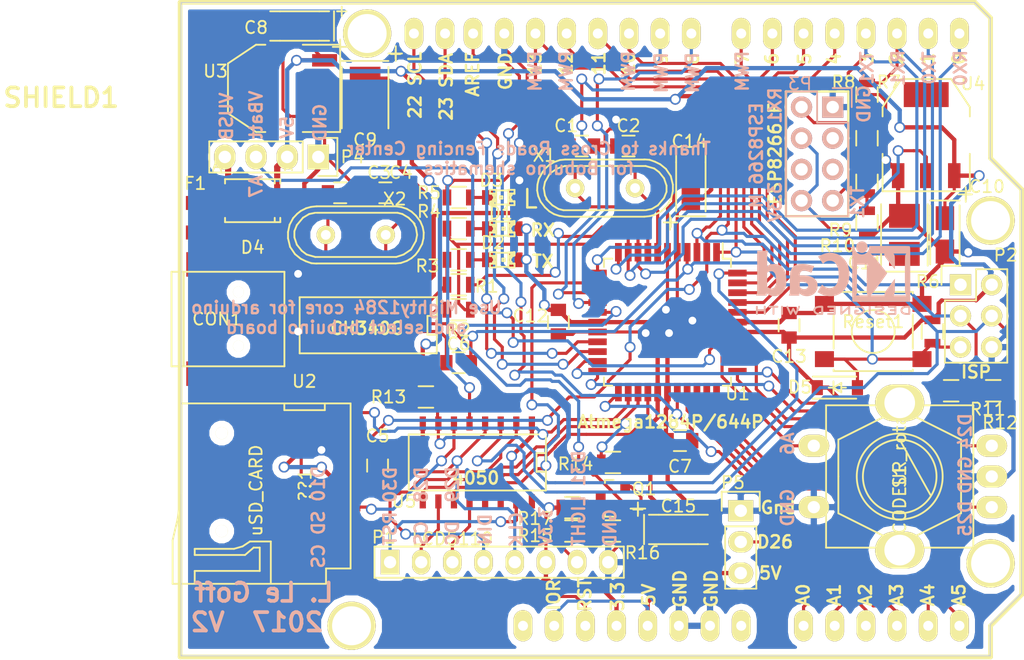
<source format=kicad_pcb>
(kicad_pcb (version 4) (host pcbnew 4.0.6)
  (layers (0 F.Cu signal) (31 B.Cu signal) (34 B.Paste user) (35 F.Paste user) (36 B.SilkS user) (37 F.SilkS user) (38 B.Mask user) (39 F.Mask user) (44 Edge.Cuts user))
  (net 0 "")
  (net 1 "Net-(C1-Pad1)")
  (net 2 "Net-(C2-Pad1)")
  (net 3 "Net-(C3-Pad1)")
  (net 4 "Net-(C4-Pad1)")
  (net 5 +5V)
  (net 6 "Net-(CON1-Pad2)")
  (net 7 "Net-(CON1-Pad3)")
  (net 8 "Net-(??1-Pad3)")
  (net 9 "Net-(??1-Pad2)")
  (net 10 "Net-(??1-Pad5)")
  (net 11 "Net-(C11-Pad1)")
  (net 12 "Net-(P1-PadRST)")
  (net 13 "Net-(P1-PadCS)")
  (net 14 "Net-(P1-PadDC)")
  (net 15 "Net-(P3-Pad2)")
  (net 16 "Net-(R10-Pad1)")
  (net 17 "Net-(P3-Pad7)")
  (net 18 "Net-(CON1-Pad1)")
  (net 19 "Net-(P1-PadLED)")
  (net 20 "Net-(Q1-Pad3)")
  (net 21 /bobuino1/D12_MISO)
  (net 22 /bobuino1/D27)
  (net 23 /bobuino1/RST)
  (net 24 /bobuino1/DTR)
  (net 25 /bobuino1/AREF)
  (net 26 /bobuino1/V_USB)
  (net 27 /bobuino1/D13_SCK)
  (net 28 /bobuino1/D11_MOSI)
  (net 29 /bobuino1/A7)
  (net 30 /bobuino1/D0_RX0)
  (net 31 /bobuino1/TX)
  (net 32 /bobuino1/D1_TX0)
  (net 33 /bobuino1/RX)
  (net 34 /bobuino1/D3_TX1)
  (net 35 /bobuino1/D2_RX1)
  (net 36 /bobuino1/D10_SS)
  (net 37 /bobuino1/D28)
  (net 38 /bobuino1/D25)
  (net 39 /bobuino1/D24)
  (net 40 /bobuino1/A6)
  (net 41 /bobuino1/A5)
  (net 42 /bobuino1/A4)
  (net 43 /bobuino1/A3)
  (net 44 /bobuino1/A0)
  (net 45 /bobuino1/A1)
  (net 46 /bobuino1/A2)
  (net 47 /bobuino1/D4)
  (net 48 /bobuino1/D5)
  (net 49 /bobuino1/D6)
  (net 50 /bobuino1/D7)
  (net 51 /bobuino1/D8)
  (net 52 /bobuino1/D9)
  (net 53 /bobuino1/D23_SDA)
  (net 54 /bobuino1/D22_SCL)
  (net 55 /bobuino1/D30)
  (net 56 /bobuino1/D29)
  (net 57 "Net-(D3-Pad2)")
  (net 58 /bobuino1/D31)
  (net 59 /bobuino1/D26)
  (net 60 +3V3)
  (net 61 GND)
  (net 62 "Net-(D1-Pad1)")
  (net 63 "Net-(D2-Pad1)")
  (net 64 "Net-(??1-Pad1)")
  (net 65 "Net-(??1-Pad8)")
  (net 66 "Net-(CON1-Pad4)")
  (net 67 "Net-(P3-Pad3)")
  (net 68 "Net-(P3-Pad5)")
  (net 69 "Net-(P3-Pad6)")
  (net 70 "Net-(SHIELD1-PadV_IN)")
  (net 71 "Net-(SHIELD1-PadNC)")
  (net 72 "Net-(U2-Pad14)")
  (net 73 "Net-(U2-Pad12)")
  (net 74 "Net-(U2-Pad11)")
  (net 75 "Net-(U2-Pad10)")
  (net 76 "Net-(U2-Pad9)")
  (net 77 "Net-(U2-Pad15)")
  (module Capacitors_SMD:C_0805 (layer F.Cu) (at 89.916 99.949)
    (fp_text reference C1 (at -1.27 -1.651) (layer F.SilkS))
    (fp_text value 22p)
    (pad 1 smd rect (at -1 0) (size 1 1.25) (layers F.Cu F.Paste F.Mask) (net 1 "Net-(C1-Pad1)"))
    (pad 2 smd rect (at 1 0) (size 1 1.25) (layers F.Cu F.Paste F.Mask) (net 61 GND))
  )
  (module Capacitors_SMD:C_0805 (layer F.Cu) (at 93.726 99.949 180)
    (fp_text reference C2 (at 0 1.651 180) (layer F.SilkS))
    (fp_text value 22p)
    (pad 1 smd rect (at -1 0 180) (size 1 1.25) (layers F.Cu F.Paste F.Mask) (net 2 "Net-(C2-Pad1)"))
    (pad 2 smd rect (at 1 0 180) (size 1 1.25) (layers F.Cu F.Paste F.Mask) (net 61 GND))
  )
  (module Capacitors_SMD:C_0805 (layer F.Cu) (at 70.231 103.759)
    (fp_text reference C3 (at 3.175 -1.651) (layer F.SilkS))
    (fp_text value 22p)
    (pad 1 smd rect (at -1 0) (size 1 1.25) (layers F.Cu F.Paste F.Mask) (net 3 "Net-(C3-Pad1)"))
    (pad 2 smd rect (at 1 0) (size 1 1.25) (layers F.Cu F.Paste F.Mask) (net 61 GND))
  )
  (module Capacitors_SMD:C_0805 (layer F.Cu) (at 73.914 103.759 180)
    (fp_text reference C4 (at -1.27 1.651 180) (layer F.SilkS))
    (fp_text value 22p)
    (pad 1 smd rect (at -1 0 180) (size 1 1.25) (layers F.Cu F.Paste F.Mask) (net 4 "Net-(C4-Pad1)"))
    (pad 2 smd rect (at 1 0 180) (size 1 1.25) (layers F.Cu F.Paste F.Mask) (net 61 GND))
  )
  (module Capacitors_SMD:C_0805 (layer F.Cu) (at 73.279 125.984 90)
    (fp_text reference C5 (at 2.413 0 180) (layer F.SilkS))
    (fp_text value 100n)
    (pad 1 smd rect (at -1 0 90) (size 1 1.25) (layers F.Cu F.Paste F.Mask) (net 60 +3V3))
    (pad 2 smd rect (at 1 0 90) (size 1 1.25) (layers F.Cu F.Paste F.Mask) (net 61 GND))
  )
  (module Capacitors_SMD:C_0805 (layer F.Cu) (at 79.883 117.602 180)
    (fp_text reference C6 (at 0 1.524 180) (layer F.SilkS))
    (fp_text value 100n)
    (pad 1 smd rect (at -1 0 180) (size 1 1.25) (layers F.Cu F.Paste F.Mask) (net 23 /bobuino1/RST))
    (pad 2 smd rect (at 1 0 180) (size 1 1.25) (layers F.Cu F.Paste F.Mask) (net 24 /bobuino1/DTR))
  )
  (module Capacitors_SMD:C_0805 (layer F.Cu) (at 97.917 123.952 180)
    (fp_text reference C7 (at 0 -2.1 180) (layer F.SilkS))
    (fp_text value 100n)
    (pad 1 smd rect (at -1 0 180) (size 1 1.25) (layers F.Cu F.Paste F.Mask) (net 25 /bobuino1/AREF))
    (pad 2 smd rect (at 1 0 180) (size 1 1.25) (layers F.Cu F.Paste F.Mask) (net 61 GND))
  )
  (module Connect:USB_Mini-B (layer F.Cu) (at 61.087 114.046)
    (fp_text reference CON1 (at -0.889 0) (layer F.SilkS))
    (fp_text value USB-MINI-B)
    (pad 1 smd rect (at 3.44932 -1.6002) (size 2.30124 0.50038) (layers F.Cu F.Paste F.Mask) (net 18 "Net-(CON1-Pad1)"))
    (pad 2 smd rect (at 3.44932 -0.8001) (size 2.30124 0.50038) (layers F.Cu F.Paste F.Mask) (net 6 "Net-(CON1-Pad2)"))
    (pad 3 smd rect (at 3.44932 0) (size 2.30124 0.50038) (layers F.Cu F.Paste F.Mask) (net 7 "Net-(CON1-Pad3)"))
    (pad 4 smd rect (at 3.44932 0.8001) (size 2.30124 0.50038) (layers F.Cu F.Paste F.Mask) (net 66 "Net-(CON1-Pad4)"))
    (pad 5 smd rect (at 3.44932 1.6002) (size 2.30124 0.50038) (layers F.Cu F.Paste F.Mask) (net 61 GND))
    (pad 6 smd rect (at 3.35026 -4.45008) (size 2.49936 1.99898) (layers F.Cu F.Paste F.Mask) (net 61 GND))
    (pad 7 smd rect (at -2.14884 -4.45008) (size 2.49936 1.99898) (layers F.Cu F.Paste F.Mask) (net 61 GND))
    (pad 8 smd rect (at 3.35026 4.45008) (size 2.49936 1.99898) (layers F.Cu F.Paste F.Mask) (net 61 GND))
    (pad 9 smd rect (at -2.14884 4.45008) (size 2.49936 1.99898) (layers F.Cu F.Paste F.Mask) (net 61 GND))
    (pad "" np_thru_hole circle (at 0.8509 -2.19964) (size 0.89916 0.89916) (drill 0.89916) (layers *.Cu *.Mask F.SilkS))
    (pad 2 np_thru_hole circle (at 0.8509 2.19964) (size 0.89916 0.89916) (drill 0.89916) (layers *.Cu *.Mask F.SilkS) (net 6 "Net-(CON1-Pad2)"))
  )
  (module LEDs:LED-0805 (layer F.Cu) (at 83.439 106.68)
    (fp_text reference D1 (at -0.127 -1.27) (layer F.SilkS))
    (fp_text value RX)
    (pad 1 smd rect (at -1.04902 0) (size 1.19888 1.19888) (layers F.Cu F.Paste F.Mask) (net 62 "Net-(D1-Pad1)"))
    (pad 2 smd rect (at 1.04902 0) (size 1.19888 1.19888) (layers F.Cu F.Paste F.Mask) (net 5 +5V))
  )
  (module LEDs:LED-0805 (layer F.Cu) (at 83.439 109.22)
    (fp_text reference D2 (at -0.762 -1.397) (layer F.SilkS))
    (fp_text value TX)
    (pad 1 smd rect (at -1.04902 0) (size 1.19888 1.19888) (layers F.Cu F.Paste F.Mask) (net 63 "Net-(D2-Pad1)"))
    (pad 2 smd rect (at 1.04902 0) (size 1.19888 1.19888) (layers F.Cu F.Paste F.Mask) (net 5 +5V))
  )
  (module LEDs:LED-0805 (layer F.Cu) (at 83.439 104.14 180)
    (fp_text reference D3 (at 0.889 1.397 180) (layer F.SilkS))
    (fp_text value L)
    (pad 1 smd rect (at -1.04902 0 180) (size 1.19888 1.19888) (layers F.Cu F.Paste F.Mask) (net 61 GND))
    (pad 2 smd rect (at 1.04902 0 180) (size 1.19888 1.19888) (layers F.Cu F.Paste F.Mask) (net 57 "Net-(D3-Pad2)"))
  )
  (module Resistors_SMD:R_0805 (layer F.Cu) (at 79.883 111.252 180)
    (fp_text reference R1 (at -2.286 -0.127 180) (layer F.SilkS))
    (fp_text value 1k)
    (pad 1 smd rect (at -0.95 0 180) (size 0.7 1.3) (layers F.Cu F.Paste F.Mask) (net 30 /bobuino1/D0_RX0))
    (pad 2 smd rect (at 0.95 0 180) (size 0.7 1.3) (layers F.Cu F.Paste F.Mask) (net 31 /bobuino1/TX))
  )
  (module Resistors_SMD:R_0805 (layer F.Cu) (at 79.883 113.284 180)
    (fp_text reference R2 (at 0 -1.651 180) (layer F.SilkS))
    (fp_text value 1k)
    (pad 1 smd rect (at -0.95 0 180) (size 0.7 1.3) (layers F.Cu F.Paste F.Mask) (net 32 /bobuino1/D1_TX0))
    (pad 2 smd rect (at 0.95 0 180) (size 0.7 1.3) (layers F.Cu F.Paste F.Mask) (net 33 /bobuino1/RX))
  )
  (module Resistors_SMD:R_0805 (layer F.Cu) (at 79.883 109.22)
    (fp_text reference R3 (at -2.54 0.508) (layer F.SilkS))
    (fp_text value 1k)
    (pad 1 smd rect (at -0.95 0) (size 0.7 1.3) (layers F.Cu F.Paste F.Mask) (net 31 /bobuino1/TX))
    (pad 2 smd rect (at 0.95 0) (size 0.7 1.3) (layers F.Cu F.Paste F.Mask) (net 63 "Net-(D2-Pad1)"))
  )
  (module Resistors_SMD:R_0805 (layer F.Cu) (at 79.883 106.68)
    (fp_text reference R4 (at -2.413 -1.397 180) (layer F.SilkS))
    (fp_text value 1k)
    (pad 1 smd rect (at -0.95 0) (size 0.7 1.3) (layers F.Cu F.Paste F.Mask) (net 32 /bobuino1/D1_TX0))
    (pad 2 smd rect (at 0.95 0) (size 0.7 1.3) (layers F.Cu F.Paste F.Mask) (net 62 "Net-(D1-Pad1)"))
  )
  (module Resistors_SMD:R_0805 (layer F.Cu) (at 79.883 104.14)
    (fp_text reference R5 (at -2.413 -0.381) (layer F.SilkS))
    (fp_text value 1k)
    (pad 1 smd rect (at -0.95 0) (size 0.7 1.3) (layers F.Cu F.Paste F.Mask) (net 27 /bobuino1/D13_SCK))
    (pad 2 smd rect (at 0.95 0) (size 0.7 1.3) (layers F.Cu F.Paste F.Mask) (net 57 "Net-(D3-Pad2)"))
  )
  (module Resistors_SMD:R_0805 (layer F.Cu) (at 118.491 115.062 270)
    (fp_text reference R6 (at -4.064 0.381 360) (layer F.SilkS))
    (fp_text value 10k)
    (pad 1 smd rect (at -0.95 0 270) (size 0.7 1.3) (layers F.Cu F.Paste F.Mask) (net 5 +5V))
    (pad 2 smd rect (at 0.95 0 270) (size 0.7 1.3) (layers F.Cu F.Paste F.Mask) (net 23 /bobuino1/RST))
  )
  (module _LaurentPerso:ARDUINO_SHIELD_R3 (layer F.Cu) (at 57.1881 141.5796)
    (fp_text reference SHIELD1 (at -9.6901 -45.5676) (layer F.SilkS) (effects (font (thickness 0.3048))))
    (fp_text value ARDUINO_SHIELD_R3 hide)
    (pad AD5 thru_hole oval (at 63.5 -2.54 90) (size 2.54 1.524) (drill 0.8128) (layers *.Cu *.Mask F.SilkS) (net 41 /bobuino1/A5))
    (pad AD4 thru_hole oval (at 60.96 -2.54 90) (size 2.54 1.524) (drill 0.8128) (layers *.Cu *.Mask F.SilkS) (net 42 /bobuino1/A4))
    (pad AD3 thru_hole oval (at 58.42 -2.54 90) (size 2.54 1.524) (drill 0.8128) (layers *.Cu *.Mask F.SilkS) (net 43 /bobuino1/A3))
    (pad AD0 thru_hole oval (at 50.8 -2.54 90) (size 2.54 1.524) (drill 0.8128) (layers *.Cu *.Mask F.SilkS) (net 44 /bobuino1/A0))
    (pad AD1 thru_hole oval (at 53.34 -2.54 90) (size 2.54 1.524) (drill 0.8128) (layers *.Cu *.Mask F.SilkS) (net 45 /bobuino1/A1))
    (pad AD2 thru_hole oval (at 55.88 -2.54 90) (size 2.54 1.524) (drill 0.8128) (layers *.Cu *.Mask F.SilkS) (net 46 /bobuino1/A2))
    (pad V_IN thru_hole oval (at 45.72 -2.54 90) (size 2.54 1.524) (drill 0.8128) (layers *.Cu *.Mask F.SilkS) (net 70 "Net-(SHIELD1-PadV_IN)"))
    (pad GND2 thru_hole oval (at 43.18 -2.54 90) (size 2.54 1.524) (drill 0.8128) (layers *.Cu *.Mask F.SilkS) (net 61 GND))
    (pad GND1 thru_hole oval (at 40.64 -2.54 90) (size 2.54 1.524) (drill 0.8128) (layers *.Cu *.Mask F.SilkS) (net 61 GND))
    (pad 3V3 thru_hole oval (at 35.56 -2.54 90) (size 2.54 1.524) (drill 0.8128) (layers *.Cu *.Mask F.SilkS) (net 60 +3V3))
    (pad RST thru_hole oval (at 33.02 -2.54 90) (size 2.54 1.524) (drill 0.8128) (layers *.Cu *.Mask F.SilkS) (net 23 /bobuino1/RST))
    (pad 0 thru_hole oval (at 63.5 -50.8 90) (size 2.54 1.524) (drill 0.8128) (layers *.Cu *.Mask F.SilkS) (net 30 /bobuino1/D0_RX0))
    (pad 1 thru_hole oval (at 60.96 -50.8 90) (size 2.54 1.524) (drill 0.8128) (layers *.Cu *.Mask F.SilkS) (net 32 /bobuino1/D1_TX0))
    (pad 2 thru_hole oval (at 58.42 -50.8 90) (size 2.54 1.524) (drill 0.8128) (layers *.Cu *.Mask F.SilkS) (net 35 /bobuino1/D2_RX1))
    (pad 3 thru_hole oval (at 55.88 -50.8 90) (size 2.54 1.524) (drill 0.8128) (layers *.Cu *.Mask F.SilkS) (net 34 /bobuino1/D3_TX1))
    (pad 4 thru_hole oval (at 53.34 -50.8 90) (size 2.54 1.524) (drill 0.8128) (layers *.Cu *.Mask F.SilkS) (net 47 /bobuino1/D4))
    (pad 5 thru_hole oval (at 50.8 -50.8 90) (size 2.54 1.524) (drill 0.8128) (layers *.Cu *.Mask F.SilkS) (net 48 /bobuino1/D5))
    (pad 6 thru_hole oval (at 48.26 -50.8 90) (size 2.54 1.524) (drill 0.8128) (layers *.Cu *.Mask F.SilkS) (net 49 /bobuino1/D6))
    (pad 7 thru_hole oval (at 45.72 -50.8 90) (size 2.54 1.524) (drill 0.8128) (layers *.Cu *.Mask F.SilkS) (net 50 /bobuino1/D7))
    (pad 8 thru_hole oval (at 41.656 -50.8 90) (size 2.54 1.524) (drill 0.8128) (layers *.Cu *.Mask F.SilkS) (net 51 /bobuino1/D8))
    (pad 9 thru_hole oval (at 39.116 -50.8 90) (size 2.54 1.524) (drill 0.8128) (layers *.Cu *.Mask F.SilkS) (net 52 /bobuino1/D9))
    (pad 10 thru_hole oval (at 36.576 -50.8 90) (size 2.54 1.524) (drill 0.8128) (layers *.Cu *.Mask F.SilkS) (net 36 /bobuino1/D10_SS))
    (pad 11 thru_hole oval (at 34.036 -50.8 90) (size 2.54 1.524) (drill 0.8128) (layers *.Cu *.Mask F.SilkS) (net 28 /bobuino1/D11_MOSI))
    (pad 12 thru_hole oval (at 31.496 -50.8 90) (size 2.54 1.524) (drill 0.8128) (layers *.Cu *.Mask F.SilkS) (net 21 /bobuino1/D12_MISO))
    (pad 13 thru_hole oval (at 28.956 -50.8 90) (size 2.54 1.524) (drill 0.8128) (layers *.Cu *.Mask F.SilkS) (net 27 /bobuino1/D13_SCK))
    (pad GND3 thru_hole oval (at 26.416 -50.8 90) (size 2.54 1.524) (drill 0.8128) (layers *.Cu *.Mask F.SilkS) (net 61 GND))
    (pad AREF thru_hole oval (at 23.876 -50.8 90) (size 2.54 1.524) (drill 0.8128) (layers *.Cu *.Mask F.SilkS) (net 25 /bobuino1/AREF))
    (pad 5V thru_hole oval (at 38.1 -2.54 90) (size 2.54 1.524) (drill 0.8128) (layers *.Cu *.Mask F.SilkS) (net 5 +5V))
    (pad "" thru_hole circle (at 66.04 -7.62 90) (size 3.937 3.937) (drill 3.175) (layers *.Cu *.Mask F.SilkS))
    (pad "" thru_hole circle (at 66.04 -35.56 90) (size 3.937 3.937) (drill 3.175) (layers *.Cu *.Mask F.SilkS))
    (pad "" thru_hole circle (at 15.24 -50.8 90) (size 3.937 3.937) (drill 3.175) (layers *.Cu *.Mask F.SilkS))
    (pad "" thru_hole circle (at 13.97 -2.54 90) (size 3.937 3.937) (drill 3.175) (layers *.Cu *.Mask F.SilkS))
    (pad IORE thru_hole oval (at 30.48 -2.54 90) (size 2.54 1.524) (drill 0.8128) (layers *.Cu *.Mask F.SilkS) (net 5 +5V))
    (pad NC thru_hole oval (at 27.94 -2.54 90) (size 2.54 1.524) (drill 0.8128) (layers *.Cu *.Mask F.SilkS) (net 71 "Net-(SHIELD1-PadNC)"))
    (pad SDA thru_hole oval (at 21.59 -50.8 90) (size 2.54 1.524) (drill 0.8128) (layers *.Cu *.Mask F.SilkS) (net 53 /bobuino1/D23_SDA))
    (pad SCL thru_hole oval (at 19.05 -50.8 90) (size 2.54 1.524) (drill 0.8128) (layers *.Cu *.Mask F.SilkS) (net 54 /bobuino1/D22_SCL))
  )
  (module Housings_QFP:TQFP-44_10x10mm_Pitch0.8mm (layer F.Cu) (at 96.901 114.3 270)
    (fp_text reference U1 (at 5.842 -5.715 360) (layer F.SilkS))
    (fp_text value ATMEGA1284-A)
    (pad 1 smd rect (at -5.7 -4 270) (size 1.5 0.55) (layers F.Cu F.Paste F.Mask) (net 28 /bobuino1/D11_MOSI))
    (pad 2 smd rect (at -5.7 -3.2 270) (size 1.5 0.55) (layers F.Cu F.Paste F.Mask) (net 21 /bobuino1/D12_MISO))
    (pad 3 smd rect (at -5.7 -2.4 270) (size 1.5 0.55) (layers F.Cu F.Paste F.Mask) (net 27 /bobuino1/D13_SCK))
    (pad 4 smd rect (at -5.7 -1.6 270) (size 1.5 0.55) (layers F.Cu F.Paste F.Mask) (net 23 /bobuino1/RST))
    (pad 5 smd rect (at -5.7 -0.8 270) (size 1.5 0.55) (layers F.Cu F.Paste F.Mask) (net 5 +5V))
    (pad 6 smd rect (at -5.7 0 270) (size 1.5 0.55) (layers F.Cu F.Paste F.Mask) (net 61 GND))
    (pad 7 smd rect (at -5.7 0.8 270) (size 1.5 0.55) (layers F.Cu F.Paste F.Mask) (net 2 "Net-(C2-Pad1)"))
    (pad 8 smd rect (at -5.7 1.6 270) (size 1.5 0.55) (layers F.Cu F.Paste F.Mask) (net 1 "Net-(C1-Pad1)"))
    (pad 9 smd rect (at -5.7 2.4 270) (size 1.5 0.55) (layers F.Cu F.Paste F.Mask) (net 30 /bobuino1/D0_RX0))
    (pad 10 smd rect (at -5.7 3.2 270) (size 1.5 0.55) (layers F.Cu F.Paste F.Mask) (net 32 /bobuino1/D1_TX0))
    (pad 11 smd rect (at -5.7 4 270) (size 1.5 0.55) (layers F.Cu F.Paste F.Mask) (net 35 /bobuino1/D2_RX1))
    (pad 12 smd rect (at -4 5.7) (size 1.5 0.55) (layers F.Cu F.Paste F.Mask) (net 34 /bobuino1/D3_TX1))
    (pad 13 smd rect (at -3.2 5.7) (size 1.5 0.55) (layers F.Cu F.Paste F.Mask) (net 55 /bobuino1/D30))
    (pad 14 smd rect (at -2.4 5.7) (size 1.5 0.55) (layers F.Cu F.Paste F.Mask) (net 51 /bobuino1/D8))
    (pad 15 smd rect (at -1.6 5.7) (size 1.5 0.55) (layers F.Cu F.Paste F.Mask) (net 52 /bobuino1/D9))
    (pad 16 smd rect (at -0.8 5.7) (size 1.5 0.55) (layers F.Cu F.Paste F.Mask) (net 58 /bobuino1/D31))
    (pad 17 smd rect (at 0 5.7) (size 1.5 0.55) (layers F.Cu F.Paste F.Mask) (net 5 +5V))
    (pad 18 smd rect (at 0.8 5.7) (size 1.5 0.55) (layers F.Cu F.Paste F.Mask) (net 61 GND))
    (pad 19 smd rect (at 1.6 5.7) (size 1.5 0.55) (layers F.Cu F.Paste F.Mask) (net 54 /bobuino1/D22_SCL))
    (pad 20 smd rect (at 2.4 5.7) (size 1.5 0.55) (layers F.Cu F.Paste F.Mask) (net 53 /bobuino1/D23_SDA))
    (pad 21 smd rect (at 3.2 5.7) (size 1.5 0.55) (layers F.Cu F.Paste F.Mask) (net 39 /bobuino1/D24))
    (pad 22 smd rect (at 4 5.7) (size 1.5 0.55) (layers F.Cu F.Paste F.Mask) (net 38 /bobuino1/D25))
    (pad 23 smd rect (at 5.7 4 270) (size 1.5 0.55) (layers F.Cu F.Paste F.Mask) (net 59 /bobuino1/D26))
    (pad 24 smd rect (at 5.7 3.2 270) (size 1.5 0.55) (layers F.Cu F.Paste F.Mask) (net 22 /bobuino1/D27))
    (pad 25 smd rect (at 5.7 2.4 270) (size 1.5 0.55) (layers F.Cu F.Paste F.Mask) (net 37 /bobuino1/D28))
    (pad 26 smd rect (at 5.7 1.6 270) (size 1.5 0.55) (layers F.Cu F.Paste F.Mask) (net 56 /bobuino1/D29))
    (pad 27 smd rect (at 5.7 0.8 270) (size 1.5 0.55) (layers F.Cu F.Paste F.Mask) (net 5 +5V))
    (pad 28 smd rect (at 5.7 0 270) (size 1.5 0.55) (layers F.Cu F.Paste F.Mask) (net 61 GND))
    (pad 29 smd rect (at 5.7 -0.8 270) (size 1.5 0.55) (layers F.Cu F.Paste F.Mask) (net 25 /bobuino1/AREF))
    (pad 30 smd rect (at 5.7 -1.6 270) (size 1.5 0.55) (layers F.Cu F.Paste F.Mask) (net 44 /bobuino1/A0))
    (pad 31 smd rect (at 5.7 -2.4 270) (size 1.5 0.55) (layers F.Cu F.Paste F.Mask) (net 45 /bobuino1/A1))
    (pad 32 smd rect (at 5.7 -3.2 270) (size 1.5 0.55) (layers F.Cu F.Paste F.Mask) (net 46 /bobuino1/A2))
    (pad 33 smd rect (at 5.7 -4 270) (size 1.5 0.55) (layers F.Cu F.Paste F.Mask) (net 43 /bobuino1/A3))
    (pad 34 smd rect (at 4 -5.7) (size 1.5 0.55) (layers F.Cu F.Paste F.Mask) (net 42 /bobuino1/A4))
    (pad 35 smd rect (at 3.2 -5.7) (size 1.5 0.55) (layers F.Cu F.Paste F.Mask) (net 41 /bobuino1/A5))
    (pad 36 smd rect (at 2.4 -5.7) (size 1.5 0.55) (layers F.Cu F.Paste F.Mask) (net 40 /bobuino1/A6))
    (pad 37 smd rect (at 1.6 -5.7) (size 1.5 0.55) (layers F.Cu F.Paste F.Mask) (net 29 /bobuino1/A7))
    (pad 38 smd rect (at 0.8 -5.7) (size 1.5 0.55) (layers F.Cu F.Paste F.Mask) (net 5 +5V))
    (pad 39 smd rect (at 0 -5.7) (size 1.5 0.55) (layers F.Cu F.Paste F.Mask) (net 61 GND))
    (pad 40 smd rect (at -0.8 -5.7) (size 1.5 0.55) (layers F.Cu F.Paste F.Mask) (net 47 /bobuino1/D4))
    (pad 41 smd rect (at -1.6 -5.7) (size 1.5 0.55) (layers F.Cu F.Paste F.Mask) (net 48 /bobuino1/D5))
    (pad 42 smd rect (at -2.4 -5.7) (size 1.5 0.55) (layers F.Cu F.Paste F.Mask) (net 49 /bobuino1/D6))
    (pad 43 smd rect (at -3.2 -5.7) (size 1.5 0.55) (layers F.Cu F.Paste F.Mask) (net 50 /bobuino1/D7))
    (pad 44 smd rect (at -4 -5.7) (size 1.5 0.55) (layers F.Cu F.Paste F.Mask) (net 36 /bobuino1/D10_SS))
  )
  (module SMD_Packages:SO-16-N (layer F.Cu) (at 72.517 114.554 180)
    (fp_text reference U2 (at 5.207 -4.572 180) (layer F.SilkS))
    (fp_text value CH340G)
    (pad 16 smd rect (at -4.445 -3.175 180) (size 0.508 1.143) (layers F.Cu F.Paste F.Mask) (net 5 +5V))
    (pad 14 smd rect (at -1.905 -3.175 180) (size 0.508 1.143) (layers F.Cu F.Paste F.Mask) (net 72 "Net-(U2-Pad14)"))
    (pad 13 smd rect (at -0.635 -3.175 180) (size 0.508 1.143) (layers F.Cu F.Paste F.Mask) (net 24 /bobuino1/DTR))
    (pad 12 smd rect (at 0.635 -3.175 180) (size 0.508 1.143) (layers F.Cu F.Paste F.Mask) (net 73 "Net-(U2-Pad12)"))
    (pad 11 smd rect (at 1.905 -3.175 180) (size 0.508 1.143) (layers F.Cu F.Paste F.Mask) (net 74 "Net-(U2-Pad11)"))
    (pad 10 smd rect (at 3.175 -3.175 180) (size 0.508 1.143) (layers F.Cu F.Paste F.Mask) (net 75 "Net-(U2-Pad10)"))
    (pad 9 smd rect (at 4.445 -3.175 180) (size 0.508 1.143) (layers F.Cu F.Paste F.Mask) (net 76 "Net-(U2-Pad9)"))
    (pad 8 smd rect (at 4.445 3.175 180) (size 0.508 1.143) (layers F.Cu F.Paste F.Mask) (net 3 "Net-(C3-Pad1)"))
    (pad 7 smd rect (at 3.175 3.175 180) (size 0.508 1.143) (layers F.Cu F.Paste F.Mask) (net 4 "Net-(C4-Pad1)"))
    (pad 6 smd rect (at 1.905 3.175 180) (size 0.508 1.143) (layers F.Cu F.Paste F.Mask) (net 6 "Net-(CON1-Pad2)"))
    (pad 5 smd rect (at 0.635 3.175 180) (size 0.508 1.143) (layers F.Cu F.Paste F.Mask) (net 7 "Net-(CON1-Pad3)"))
    (pad 4 smd rect (at -0.635 3.175 180) (size 0.508 1.143) (layers F.Cu F.Paste F.Mask) (net 60 +3V3))
    (pad 3 smd rect (at -1.905 3.175 180) (size 0.508 1.143) (layers F.Cu F.Paste F.Mask) (net 33 /bobuino1/RX))
    (pad 2 smd rect (at -3.175 3.175 180) (size 0.508 1.143) (layers F.Cu F.Paste F.Mask) (net 31 /bobuino1/TX))
    (pad 1 smd rect (at -4.445 3.175 180) (size 0.508 1.143) (layers F.Cu F.Paste F.Mask) (net 61 GND))
    (pad 15 smd rect (at -3.175 -3.175 180) (size 0.508 1.143) (layers F.Cu F.Paste F.Mask) (net 77 "Net-(U2-Pad15)"))
  )
  (module Crystals:Crystal_HC49-U_Vertical (layer F.Cu) (at 91.821 103.378 180)
    (fp_text reference X1 (at 4.953 2.667 180) (layer F.SilkS))
    (fp_text value 16Mhz)
    (pad 1 thru_hole circle (at -2.44094 0 180) (size 1.50114 1.50114) (drill 0.8001) (layers *.Cu *.Mask F.SilkS) (net 2 "Net-(C2-Pad1)"))
    (pad 2 thru_hole circle (at 2.44094 0 180) (size 1.50114 1.50114) (drill 0.8001) (layers *.Cu *.Mask F.SilkS) (net 1 "Net-(C1-Pad1)"))
  )
  (module Crystals:Crystal_HC49-U_Vertical (layer F.Cu) (at 71.501 107.188)
    (fp_text reference X2 (at 3.175 -2.921) (layer F.SilkS))
    (fp_text value 12Mhz)
    (pad 1 thru_hole circle (at -2.44094 0) (size 1.50114 1.50114) (drill 0.8001) (layers *.Cu *.Mask F.SilkS) (net 3 "Net-(C3-Pad1)"))
    (pad 2 thru_hole circle (at 2.44094 0) (size 1.50114 1.50114) (drill 0.8001) (layers *.Cu *.Mask F.SilkS) (net 4 "Net-(C4-Pad1)"))
  )
  (module _LaurentPerso:MicroSD_alliexpress (layer F.Cu) (at 60.579 128.27 270)
    (fp_text reference ??1 (at -0.7 -6.8 270) (layer F.SilkS))
    (fp_text value uSD_CARD (at -0.254 -2.794 270) (layer F.SilkS))
    (pad 3 smd rect (at 0 -10.5 270) (size 0.7 1.6) (layers F.Cu F.Paste F.Mask) (net 8 "Net-(??1-Pad3)"))
    (pad 2 smd rect (at 1.1 -10.5 270) (size 0.7 1.6) (layers F.Cu F.Paste F.Mask) (net 9 "Net-(??1-Pad2)"))
    (pad 1 smd rect (at 2.2 -10.5 270) (size 0.7 1.6) (layers F.Cu F.Paste F.Mask) (net 64 "Net-(??1-Pad1)"))
    (pad 4 smd rect (at -1.1 -10.5 270) (size 0.7 1.6) (layers F.Cu F.Paste F.Mask) (net 60 +3V3))
    (pad 5 smd rect (at -2.2 -10.5 270) (size 0.7 1.6) (layers F.Cu F.Paste F.Mask) (net 10 "Net-(??1-Pad5)"))
    (pad 6 smd rect (at -3.3 -10.5 270) (size 0.7 1.6) (layers F.Cu F.Paste F.Mask) (net 61 GND))
    (pad 7 smd rect (at -4.4 -10.5 270) (size 0.7 1.6) (layers F.Cu F.Paste F.Mask) (net 21 /bobuino1/D12_MISO))
    (pad 8 smd rect (at -5.5 -10.5 270) (size 0.7 1.6) (layers F.Cu F.Paste F.Mask) (net 65 "Net-(??1-Pad8)"))
    (pad 9 smd rect (at -6.6 -10.5 270) (size 0.7 1.6) (layers F.Cu F.Paste F.Mask) (net 22 /bobuino1/D27))
    (pad "" smd rect (at -7.75 -0.4 270) (size 1.2 2.2) (layers F.Cu F.Paste F.Mask))
    (pad "" smd rect (at 7.75 -0.4 270) (size 1.2 2.2) (layers F.Cu F.Paste F.Mask))
    (pad "" smd rect (at -7.85 -9.7 270) (size 1.1 1.4) (layers F.Cu F.Paste F.Mask))
    (pad "" smd rect (at 6.85 -10 270) (size 1.6 1.4) (layers F.Cu F.Paste F.Mask))
    (pad "" np_thru_hole circle (at -4.93 0 270) (size 1 1) (drill 1) (layers *.Cu *.Mask F.SilkS))
    (pad "" np_thru_hole circle (at 3.05 0 270) (size 1 1) (drill 1) (layers *.Cu *.Mask F.SilkS))
  )
  (module Capacitors_Tantalum_SMD:TantalC_SizeA_EIA-3216_Reflow (layer F.Cu) (at 66.929 90.17 180)
    (fp_text reference C8 (at 3.556 -0.127 180) (layer F.SilkS))
    (fp_text value 10u)
    (fp_text user + (at -3.429 1.27 180) (layer F.SilkS))
    (pad 2 smd rect (at 1.3589 0 180) (size 1.95072 1.50114) (layers F.Cu F.Paste F.Mask) (net 61 GND))
    (pad 1 smd rect (at -1.3589 0 180) (size 1.95072 1.50114) (layers F.Cu F.Paste F.Mask) (net 5 +5V))
  )
  (module Capacitors_Tantalum_SMD:TantalC_SizeB_EIA-3528_Reflow (layer F.Cu) (at 72.263 96.012 270)
    (fp_text reference C9 (at 3.429 0 360) (layer F.SilkS))
    (fp_text value 47u)
    (fp_text user + (at -3.556 -2.413 270) (layer F.SilkS))
    (pad 2 smd rect (at 1.5494 0 270) (size 1.95072 2.49936) (layers F.Cu F.Paste F.Mask) (net 61 GND))
    (pad 1 smd rect (at -1.5494 0 270) (size 1.95072 2.49936) (layers F.Cu F.Paste F.Mask) (net 60 +3V3))
  )
  (module Capacitors_Tantalum_SMD:TantalC_SizeA_EIA-3216_Reflow (layer F.Cu) (at 119.507 107.188 270)
    (fp_text reference C10 (at -3.937 -3.429 360) (layer F.SilkS))
    (fp_text value 10u)
    (fp_text user + (at -3.302 -1.651 270) (layer F.SilkS))
    (pad 2 smd rect (at 1.3589 0 270) (size 1.95072 1.50114) (layers F.Cu F.Paste F.Mask) (net 61 GND))
    (pad 1 smd rect (at -1.3589 0 270) (size 1.95072 1.50114) (layers F.Cu F.Paste F.Mask) (net 5 +5V))
  )
  (module Capacitors_Tantalum_SMD:TantalC_SizeB_EIA-3528_Reflow (layer F.Cu) (at 116.205 107.188 90)
    (fp_text reference C11 (at -2.286 -3.175 180) (layer F.SilkS))
    (fp_text value 47u)
    (fp_text user + (at -3.59918 -2.49936 90) (layer F.SilkS))
    (pad 2 smd rect (at 1.5494 0 90) (size 1.95072 2.49936) (layers F.Cu F.Paste F.Mask) (net 61 GND))
    (pad 1 smd rect (at -1.5494 0 90) (size 1.95072 2.49936) (layers F.Cu F.Paste F.Mask) (net 11 "Net-(C11-Pad1)"))
  )
  (module Pin_Headers:Pin_Header_Straight_2x03 (layer F.Cu) (at 120.777 111.252)
    (fp_text reference P2 (at 3.683 -2.413) (layer F.SilkS))
    (fp_text value CONN_02X03)
    (pad 1 thru_hole rect (at 0 0) (size 1.7272 1.7272) (drill 1.016) (layers *.Cu *.Mask F.SilkS) (net 21 /bobuino1/D12_MISO))
    (pad 2 thru_hole oval (at 2.54 0) (size 1.7272 1.7272) (drill 1.016) (layers *.Cu *.Mask F.SilkS) (net 5 +5V))
    (pad 3 thru_hole oval (at 0 2.54) (size 1.7272 1.7272) (drill 1.016) (layers *.Cu *.Mask F.SilkS) (net 27 /bobuino1/D13_SCK))
    (pad 4 thru_hole oval (at 2.54 2.54) (size 1.7272 1.7272) (drill 1.016) (layers *.Cu *.Mask F.SilkS) (net 28 /bobuino1/D11_MOSI))
    (pad 5 thru_hole oval (at 0 5.08) (size 1.7272 1.7272) (drill 1.016) (layers *.Cu *.Mask F.SilkS) (net 23 /bobuino1/RST))
    (pad 6 thru_hole oval (at 2.54 5.08) (size 1.7272 1.7272) (drill 1.016) (layers *.Cu *.Mask F.SilkS) (net 61 GND))
  )
  (module Pin_Headers:Pin_Header_Straight_2x04 (layer B.Cu) (at 110.363 96.774 180)
    (fp_text reference P3 (at 2.667 1.905 180) (layer B.SilkS) (effects (justify mirror)))
    (fp_text value CONN_02X04)
    (pad 1 thru_hole rect (at 0 0 180) (size 1.7272 1.7272) (drill 1.016) (layers *.Cu *.Mask B.SilkS) (net 61 GND))
    (pad 2 thru_hole oval (at 2.54 0 180) (size 1.7272 1.7272) (drill 1.016) (layers *.Cu *.Mask B.SilkS) (net 15 "Net-(P3-Pad2)"))
    (pad 3 thru_hole oval (at 0 -2.54 180) (size 1.7272 1.7272) (drill 1.016) (layers *.Cu *.Mask B.SilkS) (net 67 "Net-(P3-Pad3)"))
    (pad 4 thru_hole oval (at 2.54 -2.54 180) (size 1.7272 1.7272) (drill 1.016) (layers *.Cu *.Mask B.SilkS) (net 11 "Net-(C11-Pad1)"))
    (pad 5 thru_hole oval (at 0 -5.08 180) (size 1.7272 1.7272) (drill 1.016) (layers *.Cu *.Mask B.SilkS) (net 68 "Net-(P3-Pad5)"))
    (pad 6 thru_hole oval (at 2.54 -5.08 180) (size 1.7272 1.7272) (drill 1.016) (layers *.Cu *.Mask B.SilkS) (net 69 "Net-(P3-Pad6)"))
    (pad 7 thru_hole oval (at 0 -7.62 180) (size 1.7272 1.7272) (drill 1.016) (layers *.Cu *.Mask B.SilkS) (net 17 "Net-(P3-Pad7)"))
    (pad 8 thru_hole oval (at 2.54 -7.62 180) (size 1.7272 1.7272) (drill 1.016) (layers *.Cu *.Mask B.SilkS) (net 11 "Net-(C11-Pad1)"))
  )
  (module Resistors_SMD:R_0805 (layer F.Cu) (at 113.157 99.314 90)
    (fp_text reference R7 (at 4.572 1.778 180) (layer F.SilkS))
    (fp_text value 1k)
    (pad 1 smd rect (at -0.95 0 90) (size 0.7 1.3) (layers F.Cu F.Paste F.Mask) (net 17 "Net-(P3-Pad7)"))
    (pad 2 smd rect (at 0.95 0 90) (size 0.7 1.3) (layers F.Cu F.Paste F.Mask) (net 34 /bobuino1/D3_TX1))
  )
  (module Resistors_SMD:R_0805 (layer F.Cu) (at 113.157 95.758 90)
    (fp_text reference R8 (at 1.016 -1.905 180) (layer F.SilkS))
    (fp_text value 1k)
    (pad 1 smd rect (at -0.95 0 90) (size 0.7 1.3) (layers F.Cu F.Paste F.Mask) (net 15 "Net-(P3-Pad2)"))
    (pad 2 smd rect (at 0.95 0 90) (size 0.7 1.3) (layers F.Cu F.Paste F.Mask) (net 35 /bobuino1/D2_RX1))
  )
  (module Resistors_SMD:R_0805 (layer F.Cu) (at 113.157 102.87 270)
    (fp_text reference R9 (at 3.937 2.159 360) (layer F.SilkS))
    (fp_text value 1k)
    (pad 1 smd rect (at -0.95 0 270) (size 0.7 1.3) (layers F.Cu F.Paste F.Mask) (net 17 "Net-(P3-Pad7)"))
    (pad 2 smd rect (at 0.95 0 270) (size 0.7 1.3) (layers F.Cu F.Paste F.Mask) (net 16 "Net-(R10-Pad1)"))
  )
  (module SMD_Packages:SOT-223 (layer F.Cu) (at 65.659 95.25 90)
    (fp_text reference U3 (at 1.397 -5.588 180) (layer F.SilkS))
    (fp_text value AP1117)
    (pad 4 smd rect (at 0 -3.302 90) (size 3.6576 2.032) (layers F.Cu F.Paste F.Mask) (net 60 +3V3))
    (pad 2 smd rect (at 0 3.302 90) (size 1.016 2.032) (layers F.Cu F.Paste F.Mask) (net 60 +3V3))
    (pad 3 smd rect (at 2.286 3.302 90) (size 1.016 2.032) (layers F.Cu F.Paste F.Mask) (net 5 +5V))
    (pad 1 smd rect (at -2.286 3.302 90) (size 1.016 2.032) (layers F.Cu F.Paste F.Mask) (net 61 GND))
  )
  (module SMD_Packages:SOT-223 (layer F.Cu) (at 117.983 99.06)
    (fp_text reference U4 (at 3.81 -4.191) (layer F.SilkS))
    (fp_text value AP1117)
    (pad 4 smd rect (at 0 -3.302) (size 3.6576 2.032) (layers F.Cu F.Paste F.Mask) (net 11 "Net-(C11-Pad1)"))
    (pad 2 smd rect (at 0 3.302) (size 1.016 2.032) (layers F.Cu F.Paste F.Mask) (net 11 "Net-(C11-Pad1)"))
    (pad 3 smd rect (at 2.286 3.302) (size 1.016 2.032) (layers F.Cu F.Paste F.Mask) (net 5 +5V))
    (pad 1 smd rect (at -2.286 3.302) (size 1.016 2.032) (layers F.Cu F.Paste F.Mask) (net 61 GND))
  )
  (module SMD_Packages:SO-16-N (layer F.Cu) (at 81.407 125.73 180)
    (fp_text reference U5 (at 5.969 -3.175 180) (layer F.SilkS))
    (fp_text value 4050)
    (pad 16 smd rect (at -4.445 -3.175 180) (size 0.508 1.143) (layers F.Cu F.Paste F.Mask))
    (pad 14 smd rect (at -1.905 -3.175 180) (size 0.508 1.143) (layers F.Cu F.Paste F.Mask) (net 55 /bobuino1/D30))
    (pad 13 smd rect (at -0.635 -3.175 180) (size 0.508 1.143) (layers F.Cu F.Paste F.Mask))
    (pad 12 smd rect (at 0.635 -3.175 180) (size 0.508 1.143) (layers F.Cu F.Paste F.Mask) (net 14 "Net-(P1-PadDC)"))
    (pad 11 smd rect (at 1.905 -3.175 180) (size 0.508 1.143) (layers F.Cu F.Paste F.Mask) (net 56 /bobuino1/D29))
    (pad 10 smd rect (at 3.175 -3.175 180) (size 0.508 1.143) (layers F.Cu F.Paste F.Mask) (net 13 "Net-(P1-PadCS)"))
    (pad 9 smd rect (at 4.445 -3.175 180) (size 0.508 1.143) (layers F.Cu F.Paste F.Mask) (net 37 /bobuino1/D28))
    (pad 8 smd rect (at 4.445 3.175 180) (size 0.508 1.143) (layers F.Cu F.Paste F.Mask) (net 61 GND))
    (pad 7 smd rect (at 3.175 3.175 180) (size 0.508 1.143) (layers F.Cu F.Paste F.Mask) (net 36 /bobuino1/D10_SS))
    (pad 6 smd rect (at 1.905 3.175 180) (size 0.508 1.143) (layers F.Cu F.Paste F.Mask) (net 9 "Net-(??1-Pad2)"))
    (pad 5 smd rect (at 0.635 3.175 180) (size 0.508 1.143) (layers F.Cu F.Paste F.Mask) (net 27 /bobuino1/D13_SCK))
    (pad 4 smd rect (at -0.635 3.175 180) (size 0.508 1.143) (layers F.Cu F.Paste F.Mask) (net 10 "Net-(??1-Pad5)"))
    (pad 3 smd rect (at -1.905 3.175 180) (size 0.508 1.143) (layers F.Cu F.Paste F.Mask) (net 28 /bobuino1/D11_MOSI))
    (pad 2 smd rect (at -3.175 3.175 180) (size 0.508 1.143) (layers F.Cu F.Paste F.Mask) (net 8 "Net-(??1-Pad3)"))
    (pad 1 smd rect (at -4.445 3.175 180) (size 0.508 1.143) (layers F.Cu F.Paste F.Mask) (net 60 +3V3))
    (pad 15 smd rect (at -3.175 -3.175 180) (size 0.508 1.143) (layers F.Cu F.Paste F.Mask) (net 12 "Net-(P1-PadRST)"))
  )
  (module _LaurentPerso:LCD5110_ali (layer F.Cu) (at 83.185 133.858)
    (fp_text reference P1 (at -9.398 -2.032) (layer F.SilkS))
    (fp_text value LCD5110 (at -3.81 -1.905) (layer F.SilkS))
    (pad RST thru_hole rect (at -8.89 0) (size 1.5 2) (drill 1) (layers *.Cu *.Mask F.SilkS) (net 12 "Net-(P1-PadRST)"))
    (pad CS thru_hole oval (at -6.35 0) (size 1.5 2) (drill 1) (layers *.Cu *.Mask F.SilkS) (net 13 "Net-(P1-PadCS)"))
    (pad DC thru_hole oval (at -3.81 0) (size 1.5 2) (drill 1) (layers *.Cu *.Mask F.SilkS) (net 14 "Net-(P1-PadDC)"))
    (pad DIN thru_hole oval (at -1.27 0) (size 1.5 2) (drill 1) (layers *.Cu *.Mask F.SilkS) (net 8 "Net-(??1-Pad3)"))
    (pad CLK thru_hole oval (at 1.27 0) (size 1.5 2) (drill 1) (layers *.Cu *.Mask F.SilkS) (net 10 "Net-(??1-Pad5)"))
    (pad VCC thru_hole oval (at 3.81 0) (size 1.5 2) (drill 1) (layers *.Cu *.Mask F.SilkS) (net 60 +3V3))
    (pad LED thru_hole oval (at 6.35 0) (size 1.5 2) (drill 1) (layers *.Cu *.Mask F.SilkS) (net 19 "Net-(P1-PadLED)"))
    (pad GND thru_hole oval (at 8.89 0) (size 1.5 2) (drill 1) (layers *.Cu *.Mask F.SilkS) (net 61 GND))
  )
  (module Resistors_SMD:R_0805 (layer F.Cu) (at 113.157 106.172 270)
    (fp_text reference R10 (at 1.905 2.413 360) (layer F.SilkS))
    (fp_text value 1k)
    (pad 1 smd rect (at -0.95 0 270) (size 0.7 1.3) (layers F.Cu F.Paste F.Mask) (net 16 "Net-(R10-Pad1)"))
    (pad 2 smd rect (at 0.95 0 270) (size 0.7 1.3) (layers F.Cu F.Paste F.Mask) (net 61 GND))
  )
  (module _LaurentPerso:ENCODEUR_rotatif (layer F.Cu) (at 115.824 126.873 90)
    (fp_text reference S1 (at 0 0 90) (layer F.SilkS))
    (fp_text value ENCODEUR_rotatif (at 0 0 90) (layer F.SilkS))
    (pad 1 thru_hole oval (at 0 7.5 90) (size 1.8 2.5) (drill 1) (layers *.Cu *.Mask F.SilkS) (net 61 GND))
    (pad 2 thru_hole oval (at -2.5 7.5 90) (size 1.8 2.5) (drill 1) (layers *.Cu *.Mask F.SilkS) (net 38 /bobuino1/D25))
    (pad 3 thru_hole oval (at 2.5 7.5 90) (size 1.8 2.5) (drill 1) (layers *.Cu *.Mask F.SilkS) (net 39 /bobuino1/D24))
    (pad 4 thru_hole oval (at -2.5 -7 90) (size 1.8 2.5) (drill 1) (layers *.Cu *.Mask F.SilkS) (net 61 GND))
    (pad 5 thru_hole oval (at 2.5 -7 90) (size 1.8 2.5) (drill 1) (layers *.Cu *.Mask F.SilkS) (net 40 /bobuino1/A6))
    (pad "" thru_hole oval (at 6 0 90) (size 3 4) (drill 2.5) (layers *.Cu *.Mask F.SilkS))
    (pad "" thru_hole oval (at -6 0 90) (size 3 4) (drill 2.5) (layers *.Cu *.Mask F.SilkS))
  )
  (module Capacitors_SMD:C_0805 (layer F.Cu) (at 88.011 114.3 270)
    (fp_text reference C12 (at -0.508 2.286 360) (layer F.SilkS))
    (fp_text value 100n)
    (pad 1 smd rect (at -1 0 270) (size 1 1.25) (layers F.Cu F.Paste F.Mask) (net 5 +5V))
    (pad 2 smd rect (at 1 0 270) (size 1 1.25) (layers F.Cu F.Paste F.Mask) (net 61 GND))
  )
  (module Capacitors_SMD:C_0805 (layer F.Cu) (at 106.807 114.554 90)
    (fp_text reference C13 (at -2.54 0 180) (layer F.SilkS))
    (fp_text value 100n)
    (pad 1 smd rect (at -1 0 90) (size 1 1.25) (layers F.Cu F.Paste F.Mask) (net 5 +5V))
    (pad 2 smd rect (at 1 0 90) (size 1 1.25) (layers F.Cu F.Paste F.Mask) (net 61 GND))
  )
  (module Capacitors_Tantalum_SMD:TantalC_SizeA_EIA-3216_Reflow (layer F.Cu) (at 98.806 102.87 90)
    (fp_text reference C14 (at 3.302 -0.127 180) (layer F.SilkS))
    (fp_text value 10u)
    (fp_text user + (at -3.29946 -1.69926 90) (layer F.SilkS))
    (pad 2 smd rect (at 1.3589 0 90) (size 1.95072 1.50114) (layers F.Cu F.Paste F.Mask) (net 61 GND))
    (pad 1 smd rect (at -1.3589 0 90) (size 1.95072 1.50114) (layers F.Cu F.Paste F.Mask) (net 5 +5V))
  )
  (module Socket_Strips:Socket_Strip_Straight_1x04 (layer F.Cu) (at 68.453 100.838 180)
    (fp_text reference P4 (at -2.794 0 180) (layer F.SilkS))
    (fp_text value power)
    (pad 1 thru_hole rect (at 0 0 180) (size 1.7272 2.032) (drill 1.016) (layers *.Cu *.Mask F.SilkS) (net 61 GND))
    (pad 2 thru_hole oval (at 2.54 0 180) (size 1.7272 2.032) (drill 1.016) (layers *.Cu *.Mask F.SilkS) (net 5 +5V))
    (pad 3 thru_hole oval (at 5.08 0 180) (size 1.7272 2.032) (drill 1.016) (layers *.Cu *.Mask F.SilkS) (net 29 /bobuino1/A7))
    (pad 4 thru_hole oval (at 7.62 0 180) (size 1.7272 2.032) (drill 1.016) (layers *.Cu *.Mask F.SilkS) (net 26 /bobuino1/V_USB))
  )
  (module Fuse_Holders_and_Fuses:Fuse_SMD1206_Reflow (layer F.Cu) (at 58.674 105.791 90)
    (fp_text reference F1 (at 2.794 -0.254 180) (layer F.SilkS))
    (fp_text value FUSE)
    (pad 1 smd rect (at -1.20396 0 180) (size 2.02946 1.14046) (layers F.Cu F.Paste F.Mask) (net 18 "Net-(CON1-Pad1)"))
    (pad 2 smd rect (at 1.20396 0 180) (size 2.02946 1.14046) (layers F.Cu F.Paste F.Mask) (net 26 /bobuino1/V_USB))
  )
  (module Capacitors_Tantalum_SMD:TantalC_SizeA_EIA-3216_Reflow (layer F.Cu) (at 97.79 131.191)
    (fp_text reference C15 (at 0 -1.905) (layer F.SilkS))
    (fp_text value 10u)
    (fp_text user + (at -3.29946 -1.69926) (layer F.SilkS))
    (pad 2 smd rect (at 1.3589 0) (size 1.95072 1.50114) (layers F.Cu F.Paste F.Mask) (net 61 GND))
    (pad 1 smd rect (at -1.3589 0) (size 1.95072 1.50114) (layers F.Cu F.Paste F.Mask) (net 5 +5V))
  )
  (module Resistors_SMD:R_0805 (layer F.Cu) (at 123.444 119.888)
    (fp_text reference R11 (at -0.444 1.512) (layer F.SilkS))
    (fp_text value 10k)
    (pad 1 smd rect (at -0.95 0) (size 0.7 1.3) (layers F.Cu F.Paste F.Mask) (net 5 +5V))
    (pad 2 smd rect (at 0.95 0) (size 0.7 1.3) (layers F.Cu F.Paste F.Mask) (net 28 /bobuino1/D11_MOSI))
  )
  (module Resistors_SMD:R_0805 (layer F.Cu) (at 120.015 119.888 180)
    (fp_text reference R12 (at -3.985 -2.612 180) (layer F.SilkS))
    (fp_text value 10k)
    (pad 1 smd rect (at -0.95 0 180) (size 0.7 1.3) (layers F.Cu F.Paste F.Mask) (net 5 +5V))
    (pad 2 smd rect (at 0.95 0 180) (size 0.7 1.3) (layers F.Cu F.Paste F.Mask) (net 27 /bobuino1/D13_SCK))
  )
  (module Resistors_SMD:R_0805 (layer F.Cu) (at 77.216 120.396)
    (fp_text reference R13 (at -3.048 0) (layer F.SilkS))
    (fp_text value 10k)
    (pad 1 smd rect (at -0.95 0) (size 0.7 1.3) (layers F.Cu F.Paste F.Mask) (net 5 +5V))
    (pad 2 smd rect (at 0.95 0) (size 0.7 1.3) (layers F.Cu F.Paste F.Mask) (net 36 /bobuino1/D10_SS))
  )
  (module Resistors_SMD:R_0805 (layer F.Cu) (at 92.456 125.73 180)
    (fp_text reference R14 (at 3.048 -0.127 180) (layer F.SilkS))
    (fp_text value 10k)
    (pad 1 smd rect (at -0.95 0 180) (size 0.7 1.3) (layers F.Cu F.Paste F.Mask) (net 5 +5V))
    (pad 2 smd rect (at 0.95 0 180) (size 0.7 1.3) (layers F.Cu F.Paste F.Mask) (net 37 /bobuino1/D28))
  )
  (module Housings_SOT-23_SOT-143_TSOT-6:SOT-23 (layer F.Cu) (at 92.456 128.651 90)
    (fp_text reference Q1 (at 0.762 2.54 180) (layer F.SilkS))
    (fp_text value BSS138)
    (pad 1 smd rect (at -0.95 1.00076 90) (size 0.8001 0.8001) (layers F.Cu F.Paste F.Mask) (net 58 /bobuino1/D31))
    (pad 2 smd rect (at 0.95 1.00076 90) (size 0.8001 0.8001) (layers F.Cu F.Paste F.Mask) (net 61 GND))
    (pad 3 smd rect (at 0 -0.99822 90) (size 0.8001 0.8001) (layers F.Cu F.Paste F.Mask) (net 20 "Net-(Q1-Pad3)"))
  )
  (module Resistors_SMD:R_0805 (layer F.Cu) (at 89.154 131.318 180)
    (fp_text reference R15 (at 3.048 -0.381 180) (layer F.SilkS))
    (fp_text value 0)
    (pad 1 smd rect (at -0.95 0 180) (size 0.7 1.3) (layers F.Cu F.Paste F.Mask) (net 20 "Net-(Q1-Pad3)"))
    (pad 2 smd rect (at 0.95 0 180) (size 0.7 1.3) (layers F.Cu F.Paste F.Mask) (net 19 "Net-(P1-PadLED)"))
  )
  (module Resistors_SMD:R_0805 (layer F.Cu) (at 92.456 131.318)
    (fp_text reference R16 (at 2.413 1.778) (layer F.SilkS))
    (fp_text value 10k)
    (pad 1 smd rect (at -0.95 0) (size 0.7 1.3) (layers F.Cu F.Paste F.Mask) (net 58 /bobuino1/D31))
    (pad 2 smd rect (at 0.95 0) (size 0.7 1.3) (layers F.Cu F.Paste F.Mask) (net 61 GND))
  )
  (module Resistors_SMD:R_0805 (layer F.Cu) (at 89.154 129.413)
    (fp_text reference R17 (at -3.048 0.889) (layer F.SilkS))
    (fp_text value 10k)
    (pad 1 smd rect (at -0.95 0) (size 0.7 1.3) (layers F.Cu F.Paste F.Mask) (net 60 +3V3))
    (pad 2 smd rect (at 0.95 0) (size 0.7 1.3) (layers F.Cu F.Paste F.Mask) (net 20 "Net-(Q1-Pad3)"))
  )
  (module Diodes_SMD:Diode-SMA_Standard (layer F.Cu) (at 63.1 104.4 180)
    (fp_text reference D4 (at 0 -3.81 180) (layer F.SilkS))
    (fp_text value 1N5819)
    (fp_text user K (at -2.9 2.95 180) (layer F.SilkS))
    (fp_text user A (at 2.9 2.9 180) (layer F.SilkS))
    (pad 1 smd rect (at -1.99898 0 180) (size 2.49936 1.80086) (layers F.Cu F.Paste F.Mask) (net 5 +5V))
    (pad 2 smd rect (at 1.99898 0 180) (size 2.49936 1.80086) (layers F.Cu F.Paste F.Mask) (net 26 /bobuino1/V_USB))
  )
  (module Buttons_Switches_SMD:SW_SPST_PTS645 (layer F.Cu) (at 113.665 115.062)
    (fp_text reference Reset1 (at 0 -0.8) (layer F.SilkS))
    (fp_text value SW_PUSH)
    (pad 2 smd rect (at -3.975 2.25) (size 1.55 1.3) (layers F.Cu F.Paste F.Mask) (net 23 /bobuino1/RST))
    (pad 1 smd rect (at -3.975 -2.25) (size 1.55 1.3) (layers F.Cu F.Paste F.Mask) (net 61 GND))
    (pad 1 smd rect (at 3.975 -2.25) (size 1.55 1.3) (layers F.Cu F.Paste F.Mask) (net 61 GND))
    (pad 2 smd rect (at 3.975 2.25) (size 1.55 1.3) (layers F.Cu F.Paste F.Mask) (net 23 /bobuino1/RST))
  )
  (module Pin_Headers:Pin_Header_Straight_1x03 (layer F.Cu) (at 102.87 129.667)
    (fp_text reference P5 (at -0.635 -2.286) (layer F.SilkS))
    (fp_text value CONN_01X03)
    (pad 1 thru_hole rect (at 0 0) (size 2.032 1.7272) (drill 1.016) (layers *.Cu *.Mask F.SilkS) (net 61 GND))
    (pad 2 thru_hole oval (at 0 2.54) (size 2.032 1.7272) (drill 1.016) (layers *.Cu *.Mask F.SilkS) (net 59 /bobuino1/D26))
    (pad 3 thru_hole oval (at 0 5.08) (size 2.032 1.7272) (drill 1.016) (layers *.Cu *.Mask F.SilkS) (net 5 +5V))
  )
  (module Diodes_SMD:SOD-123 (layer F.Cu) (at 110.744 119.634)
    (fp_text reference D5 (at -3.044 -0.034) (layer F.SilkS))
    (fp_text value 1N4148)
    (pad 1 smd rect (at -1.635 0) (size 0.91 1.22) (layers F.Cu F.Paste F.Mask) (net 5 +5V))
    (pad 2 smd rect (at 1.635 0) (size 0.91 1.22) (layers F.Cu F.Paste F.Mask) (net 23 /bobuino1/RST))
  )
  (module Symbols:KiCad-Logo2_6mm_SilkScreen (layer B.Cu) (at 110.4 110.7 180)
    (fp_text reference REF*** hide)
    (fp_text value KiCad-Logo2_6mm_SilkScreen hide)
  )
  (gr_text Gnd (at 105.918 129.413) (layer F.SilkS) (effects (font (size 1 1) (thickness 0.2))))
  (gr_text 5V (at 105.283 134.747) (layer F.SilkS) (effects (font (size 1 1) (thickness 0.2))))
  (gr_text D26 (at 105.664 132.207) (layer F.SilkS) (effects (font (size 1 1) (thickness 0.2))))
  (gr_text PWM (at 86.106 93.853 90) (layer B.SilkS) (effects (font (size 1 1) (thickness 0.2)) (justify mirror)))
  (gr_text PWM (at 88.646 93.853 90) (layer B.SilkS) (effects (font (size 1 1) (thickness 0.2)) (justify mirror)))
  (gr_text PWM (at 93.726 93.853 90) (layer B.SilkS) (effects (font (size 1 1) (thickness 0.2)) (justify mirror)))
  (gr_text PWM (at 96.393 93.98 90) (layer B.SilkS) (effects (font (size 1 1) (thickness 0.2)) (justify mirror)))
  (gr_text PWM (at 98.933 93.98 90) (layer B.SilkS) (effects (font (size 1 1) (thickness 0.2)) (justify mirror)))
  (gr_text PWM (at 102.997 93.853 90) (layer B.SilkS) (effects (font (size 1 1) (thickness 0.2)) (justify mirror)))
  (gr_text "Thanks to Cross Roads Fencing Center\nfor Bobuino shematics" (at 85.598 100.965) (layer B.SilkS) (effects (font (size 1 1) (thickness 0.2)) (justify mirror)))
  (gr_text "Use Mighty1284 core for arduino\nand select bobuino board" (at 70.739 113.919) (layer B.SilkS) (effects (font (size 1 1) (thickness 0.2)) (justify mirror)))
  (gr_text 4050 (at 81.28 127) (layer F.SilkS) (effects (font (size 1 1) (thickness 0.2))))
  (gr_text CH340G (at 72.39 114.808) (layer F.SilkS) (effects (font (size 1 1) (thickness 0.2))))
  (gr_text Atmega1284P/644P (at 97.155 122.428) (layer F.SilkS) (effects (font (size 1 1) (thickness 0.2))))
  (gr_text "L. Le Goff\n 2017  V2" (at 64.008 137.541) (layer B.SilkS) (effects (font (size 1.5 1.5) (thickness 0.3)) (justify mirror)))
  (gr_text VBatt (at 63.373 97.409 90) (layer B.SilkS) (effects (font (size 1 1) (thickness 0.2)) (justify mirror)))
  (gr_line (start 121.92 88.265) (end 57.277 88.265) (angle 90) (layer Edge.Cuts) (width 0.1))
  (gr_line (start 57.277 141.478) (end 57.277 88.265) (angle 90) (layer Edge.Cuts) (width 0.1))
  (gr_line (start 125.73 103.505) (end 125.73 136.398) (angle 90) (layer Edge.Cuts) (width 0.1))
  (gr_line (start 123.19 141.478) (end 57.277 141.478) (angle 90) (layer Edge.Cuts) (width 0.1))
  (gr_text TX (at 86.741 109.347) (layer F.SilkS) (effects (font (size 1 1) (thickness 0.2))))
  (gr_text RX (at 86.741 106.807) (layer F.SilkS) (effects (font (size 1 1) (thickness 0.2))))
  (gr_text L (at 85.725 104.267) (layer F.SilkS) (effects (font (size 1.5 1.5) (thickness 0.2))))
  (gr_text "ESP8266 M" (at 104.14 100.711 90) (layer B.SilkS) (effects (font (size 1 1) (thickness 0.2)) (justify mirror)))
  (gr_text ISP (at 122.047 118.364) (layer F.SilkS) (effects (font (size 1 1) (thickness 0.2))))
  (gr_text RX1 (at 115.697 93.599 90) (layer B.SilkS) (effects (font (size 1 1) (thickness 0.2)) (justify mirror)))
  (gr_text TX1 (at 113.157 93.599 90) (layer B.SilkS) (effects (font (size 1 1) (thickness 0.2)) (justify mirror)))
  (gr_text TX0 (at 118.237 93.599 90) (layer B.SilkS) (effects (font (size 1 1) (thickness 0.2)) (justify mirror)))
  (gr_text RX0 (at 120.777 93.599 90) (layer B.SilkS) (effects (font (size 1 1) (thickness 0.2)) (justify mirror)))
  (gr_text A7 (at 63.373 103.251 90) (layer B.SilkS) (effects (font (size 1 1) (thickness 0.2)) (justify mirror)))
  (gr_text "D10 SD CS" (at 68.453 130.175 90) (layer B.SilkS) (effects (font (size 1 1) (thickness 0.2)) (justify mirror)))
  (gr_text 3.3V (at 105.664 104.521 90) (layer B.SilkS) (effects (font (size 1 1) (thickness 0.2)) (justify mirror)))
  (gr_text TX1 (at 112.395 104.521 90) (layer B.SilkS) (effects (font (size 1 1) (thickness 0.2)) (justify mirror)))
  (gr_text RX1 (at 105.664 96.647 90) (layer B.SilkS) (effects (font (size 1 1) (thickness 0.2)) (justify mirror)))
  (gr_text GND (at 112.903 96.52 90) (layer B.SilkS) (effects (font (size 1 1) (thickness 0.2)) (justify mirror)))
  (gr_text GND (at 106.68 129.413 90) (layer B.SilkS) (effects (font (size 1 1) (thickness 0.2)) (justify mirror)))
  (gr_text GND (at 121.158 126.746 90) (layer B.SilkS) (effects (font (size 1 1) (thickness 0.2)) (justify mirror)))
  (gr_text D25 (at 121.158 130.302 90) (layer B.SilkS) (effects (font (size 1 1) (thickness 0.2)) (justify mirror)))
  (gr_text D24 (at 121.158 123.19 90) (layer B.SilkS) (effects (font (size 1 1) (thickness 0.2)) (justify mirror)))
  (gr_text A6 (at 106.68 124.206 90) (layer B.SilkS) (effects (font (size 1 1) (thickness 0.2)) (justify mirror)))
  (gr_text "D30 RST" (at 74.295 129.286 90) (layer B.SilkS) (effects (font (size 1 1) (thickness 0.2)) (justify mirror)))
  (gr_text "D29  DC" (at 79.375 129.286 90) (layer B.SilkS) (effects (font (size 1 1) (thickness 0.2)) (justify mirror)))
  (gr_text DIN (at 82.042 131.191 90) (layer B.SilkS) (effects (font (size 1 1) (thickness 0.2)) (justify mirror)))
  (gr_text "D28  CS" (at 76.835 129.286 90) (layer B.SilkS) (effects (font (size 1 1) (thickness 0.2)) (justify mirror)))
  (gr_text CLK (at 84.582 131.191 90) (layer B.SilkS) (effects (font (size 1 1) (thickness 0.2)) (justify mirror)))
  (gr_text 3.3V (at 86.995 130.937 90) (layer B.SilkS) (effects (font (size 1 1) (thickness 0.2)) (justify mirror)))
  (gr_text "D31 LIGHT" (at 89.662 128.651 90) (layer B.SilkS) (effects (font (size 1 1) (thickness 0.2)) (justify mirror)))
  (gr_text GND (at 92.202 131.064 90) (layer B.SilkS) (effects (font (size 1 1) (thickness 0.2)) (justify mirror)))
  (gr_text VUSB (at 60.96 97.536 90) (layer B.SilkS) (effects (font (size 1 1) (thickness 0.2)) (justify mirror)))
  (gr_text 5V (at 65.913 98.425 90) (layer B.SilkS) (effects (font (size 1 1) (thickness 0.2)) (justify mirror)))
  (gr_text GND (at 68.58 98.044 90) (layer B.SilkS) (effects (font (size 1 1) (thickness 0.2)) (justify mirror)))
  (gr_text A5 (at 120.65 136.525 90) (layer F.SilkS) (effects (font (size 1 1) (thickness 0.2))))
  (gr_text A4 (at 118.11 136.525 90) (layer F.SilkS) (effects (font (size 1 1) (thickness 0.2))))
  (gr_text A3 (at 115.57 136.525 90) (layer F.SilkS) (effects (font (size 1 1) (thickness 0.2))))
  (gr_text A2 (at 113.03 136.525 90) (layer F.SilkS) (effects (font (size 1 1) (thickness 0.2))))
  (gr_text A1 (at 110.49 136.525 90) (layer F.SilkS) (effects (font (size 1 1) (thickness 0.2))))
  (gr_text A0 (at 107.95 136.525 90) (layer F.SilkS) (effects (font (size 1 1) (thickness 0.2))))
  (gr_text RST (at 90.17 136.525 90) (layer F.SilkS) (effects (font (size 1 1) (thickness 0.2))))
  (gr_text IOR (at 87.63 136.525 90) (layer F.SilkS) (effects (font (size 1 1) (thickness 0.2))))
  (gr_text 3.3 (at 92.837 136.652 90) (layer F.SilkS) (effects (font (size 1 1) (thickness 0.2))))
  (gr_text 5V (at 95.377 136.525 90) (layer F.SilkS) (effects (font (size 1 1) (thickness 0.2))))
  (gr_text GND (at 97.917 136.017 90) (layer F.SilkS) (effects (font (size 1 1) (thickness 0.2))))
  (gr_text GND (at 100.457 136.017 90) (layer F.SilkS) (effects (font (size 1 1) (thickness 0.2))))
  (gr_text "22 SCL" (at 76.327 94.996 90) (layer F.SilkS) (effects (font (size 1 1) (thickness 0.2))))
  (gr_text "23 SDA" (at 78.867 95.123 90) (layer F.SilkS) (effects (font (size 1 1) (thickness 0.2))))
  (gr_text AREF (at 81.026 94.107 90) (layer F.SilkS) (effects (font (size 1 1) (thickness 0.2))))
  (gr_text GND (at 83.693 93.853 90) (layer F.SilkS) (effects (font (size 1 1) (thickness 0.2))))
  (gr_text 0 (at 120.65 92.837 90) (layer F.SilkS) (effects (font (size 1 1) (thickness 0.2))))
  (gr_text 13 (at 86.106 93.218 90) (layer F.SilkS) (effects (font (size 1 1) (thickness 0.2))))
  (gr_text 12 (at 88.646 93.218 90) (layer F.SilkS) (effects (font (size 1 1) (thickness 0.2))))
  (gr_text 11 (at 91.313 93.218 90) (layer F.SilkS) (effects (font (size 1 1) (thickness 0.2))))
  (gr_text 10 (at 93.726 93.218 90) (layer F.SilkS) (effects (font (size 1 1) (thickness 0.2))))
  (gr_text 9 (at 96.393 92.837 90) (layer F.SilkS) (effects (font (size 1 1) (thickness 0.2))))
  (gr_text 8 (at 98.933 92.837 90) (layer F.SilkS) (effects (font (size 1 1) (thickness 0.2))))
  (gr_text 7 (at 102.997 92.837 90) (layer F.SilkS) (effects (font (size 1 1) (thickness 0.2))))
  (gr_text 6 (at 105.41 92.837 90) (layer F.SilkS) (effects (font (size 1 1) (thickness 0.2))))
  (gr_text 5 (at 108.077 92.837 90) (layer F.SilkS) (effects (font (size 1 1) (thickness 0.2))))
  (gr_line (start 106.553 105.664) (end 106.553 95.504) (angle 90) (layer F.SilkS) (width 0.2))
  (gr_line (start 111.633 105.664) (end 106.553 105.664) (angle 90) (layer F.SilkS) (width 0.2))
  (gr_line (start 111.633 95.504) (end 111.633 105.664) (angle 90) (layer F.SilkS) (width 0.2))
  (gr_line (start 106.553 95.504) (end 111.633 95.504) (angle 90) (layer F.SilkS) (width 0.2))
  (gr_text "ESP8266 F" (at 105.664 100.584 90) (layer F.SilkS) (effects (font (size 1 1) (thickness 0.2))))
  (gr_text 4 (at 110.49 92.837 90) (layer F.SilkS) (effects (font (size 1 1) (thickness 0.2))))
  (gr_text 3 (at 113.157 92.837 90) (layer F.SilkS) (effects (font (size 1 1) (thickness 0.2))))
  (gr_text 2 (at 115.57 92.837 90) (layer F.SilkS) (effects (font (size 1 1) (thickness 0.2))))
  (gr_text 1 (at 118.11 92.837 90) (layer F.SilkS) (effects (font (size 1 1) (thickness 0.2))))
  (gr_line (start 123.19 138.938) (end 123.19 141.478) (angle 90) (layer Edge.Cuts) (width 0.1))
  (gr_line (start 125.73 136.398) (end 123.19 138.938) (angle 90) (layer Edge.Cuts) (width 0.1))
  (gr_line (start 123.19 100.965) (end 125.73 103.505) (angle 90) (layer Edge.Cuts) (width 0.1))
  (gr_line (start 123.19 89.535) (end 123.19 100.965) (angle 90) (layer Edge.Cuts) (width 0.1))
  (gr_line (start 121.92 88.265) (end 123.19 89.535) (angle 90) (layer Edge.Cuts) (width 0.1))
  (segment (start 90.551 104.902) (end 94.615 104.902) (width 0.254) (layer F.Cu) (net 1))
  (segment (start 94.615 104.902) (end 95.301 105.588) (width 0.254) (layer F.Cu) (net 1))
  (segment (start 95.301 105.588) (end 95.301 108.6) (width 0.254) (layer F.Cu) (net 1))
  (segment (start 89.38006 103.73106) (end 90.551 104.902) (width 0.254) (layer F.Cu) (net 1))
  (segment (start 89.38006 103.378) (end 89.38006 103.73106) (width 0.254) (layer F.Cu) (net 1))
  (segment (start 89.38006 100.41306) (end 88.916 99.949) (width 0.254) (layer F.Cu) (net 1))
  (segment (start 89.38006 103.378) (end 89.38006 100.41306) (width 0.254) (layer F.Cu) (net 1))
  (segment (start 96.101 105.21706) (end 94.26194 103.378) (width 0.254) (layer F.Cu) (net 2))
  (segment (start 96.101 108.6) (end 96.101 105.21706) (width 0.254) (layer F.Cu) (net 2))
  (segment (start 94.26194 100.41306) (end 94.599 100.076) (width 0.254) (layer F.Cu) (net 2))
  (segment (start 94.26194 100.41306) (end 94.726 99.949) (width 0.254) (layer F.Cu) (net 2))
  (segment (start 94.26194 103.378) (end 94.26194 100.41306) (width 0.254) (layer F.Cu) (net 2))
  (segment (start 69.231 103.759) (end 69.231 107.01706) (width 0.254) (layer F.Cu) (net 3))
  (segment (start 69.231 107.01706) (end 69.06006 107.188) (width 0.254) (layer F.Cu) (net 3))
  (segment (start 69.06006 108.86694) (end 68.072 109.855) (width 0.254) (layer F.Cu) (net 3))
  (segment (start 68.072 109.855) (end 68.072 111.379) (width 0.254) (layer F.Cu) (net 3))
  (segment (start 69.06006 107.188) (end 69.06006 108.86694) (width 0.254) (layer F.Cu) (net 3))
  (segment (start 69.06006 107.188) (end 69.06006 106.77906) (width 0.254) (layer F.Cu) (net 3))
  (segment (start 74.914 103.759) (end 74.914 106.21594) (width 0.254) (layer F.Cu) (net 4))
  (segment (start 74.914 106.21594) (end 73.94194 107.188) (width 0.254) (layer F.Cu) (net 4))
  (segment (start 69.977 109.22) (end 69.342 109.855) (width 0.254) (layer F.Cu) (net 4))
  (segment (start 69.342 109.855) (end 69.342 111.379) (width 0.254) (layer F.Cu) (net 4))
  (segment (start 73.94194 108.55706) (end 73.279 109.22) (width 0.254) (layer F.Cu) (net 4))
  (segment (start 73.279 109.22) (end 69.977 109.22) (width 0.254) (layer F.Cu) (net 4))
  (segment (start 73.94194 107.188) (end 73.94194 108.55706) (width 0.254) (layer F.Cu) (net 4))
  (segment (start 85.4 109.2) (end 85.4 110.2) (width 0.35) (layer B.Cu) (net 5))
  (segment (start 86.868 111.668) (end 86.868 112.903) (width 0.35) (layer B.Cu) (net 5))
  (segment (start 85.4 110.2) (end 86.868 111.668) (width 0.35) (layer B.Cu) (net 5))
  (segment (start 65.09898 104.4) (end 65.09898 101.65202) (width 0.5) (layer F.Cu) (net 5))
  (segment (start 65.09898 101.65202) (end 65.913 100.838) (width 0.5) (layer F.Cu) (net 5))
  (segment (start 109.109 119.634) (end 109.982 119.634) (width 0.35) (layer F.Cu) (net 5))
  (segment (start 120.965 123.129) (end 120.965 119.888) (width 0.35) (layer F.Cu) (net 5))
  (segment (start 120.65 123.444) (end 120.965 123.129) (width 0.35) (layer F.Cu) (net 5))
  (segment (start 113.792 123.444) (end 120.65 123.444) (width 0.35) (layer F.Cu) (net 5))
  (segment (start 109.982 119.634) (end 113.792 123.444) (width 0.35) (layer F.Cu) (net 5))
  (segment (start 106.807 115.554) (end 106.807 117.332) (width 0.35) (layer F.Cu) (net 5))
  (segment (start 106.807 117.332) (end 109.109 119.634) (width 0.35) (layer F.Cu) (net 5))
  (segment (start 84.48802 109.22) (end 85.4 109.2) (width 0.35) (layer F.Cu) (net 5))
  (via (at 85.4 109.2) (size 0.889) (drill 0.635) (layers F.Cu B.Cu) (net 5))
  (segment (start 88.011 113.3) (end 87.265 113.3) (width 0.35) (layer F.Cu) (net 5))
  (segment (start 85.4 106.7) (end 84.48802 106.68) (width 0.35) (layer F.Cu) (net 5))
  (via (at 85.4 106.7) (size 0.889) (drill 0.635) (layers F.Cu B.Cu) (net 5))
  (segment (start 85.4 109.2) (end 85.4 106.7) (width 0.35) (layer B.Cu) (net 5))
  (via (at 86.868 112.903) (size 0.889) (drill 0.635) (layers F.Cu B.Cu) (net 5))
  (segment (start 87.265 113.3) (end 86.868 112.903) (width 0.35) (layer F.Cu) (net 5))
  (segment (start 93.406 125.73) (end 93.406 124.907) (width 0.35) (layer F.Cu) (net 5))
  (segment (start 94.234 124.079) (end 95.504 124.079) (width 0.35) (layer F.Cu) (net 5))
  (segment (start 93.406 124.907) (end 94.234 124.079) (width 0.35) (layer F.Cu) (net 5))
  (segment (start 121.793 119.888) (end 122.494 119.888) (width 0.35) (layer F.Cu) (net 5))
  (segment (start 120.965 119.888) (end 121.793 119.888) (width 0.35) (layer F.Cu) (net 5))
  (segment (start 76.266 120.396) (end 76.266 119.695) (width 0.35) (layer F.Cu) (net 5))
  (segment (start 76.962 118.999) (end 76.962 117.729) (width 0.35) (layer F.Cu) (net 5))
  (segment (start 76.266 119.695) (end 76.962 118.999) (width 0.35) (layer F.Cu) (net 5))
  (segment (start 76.962 117.729) (end 76.962 116.332) (width 0.35) (layer F.Cu) (net 5))
  (segment (start 77.216 116.078) (end 77.978 116.078) (width 0.35) (layer B.Cu) (net 5))
  (via (at 77.216 116.078) (size 0.889) (layers F.Cu B.Cu) (net 5))
  (segment (start 76.962 116.332) (end 77.216 116.078) (width 0.35) (layer F.Cu) (net 5))
  (segment (start 75.184 93.853) (end 70.485 93.853) (width 0.35) (layer B.Cu) (net 5))
  (segment (start 69.596 92.964) (end 66.675 92.964) (width 0.35) (layer B.Cu) (net 5))
  (segment (start 70.485 93.853) (end 69.596 92.964) (width 0.35) (layer B.Cu) (net 5))
  (segment (start 65.913 100.838) (end 65.913 101.6) (width 0.254) (layer F.Cu) (net 5))
  (segment (start 97.701 108.6) (end 97.701 113.678) (width 0.254) (layer F.Cu) (net 5))
  (segment (start 68.2879 92.2909) (end 68.961 92.964) (width 0.254) (layer F.Cu) (net 5))
  (segment (start 68.2879 90.17) (end 68.2879 92.2909) (width 0.254) (layer F.Cu) (net 5))
  (segment (start 65.913 93.726) (end 65.913 100.838) (width 0.35) (layer B.Cu) (net 5))
  (segment (start 66.675 92.964) (end 65.913 93.726) (width 0.35) (layer B.Cu) (net 5))
  (via (at 66.675 92.964) (size 0.889) (layers F.Cu B.Cu) (net 5))
  (segment (start 68.961 92.964) (end 66.675 92.964) (width 0.35) (layer F.Cu) (net 5))
  (segment (start 118.999 113.604) (end 118.491 114.112) (width 0.35) (layer F.Cu) (net 5))
  (segment (start 118.999 112.776) (end 118.999 113.604) (width 0.35) (layer F.Cu) (net 5))
  (segment (start 119.253 112.522) (end 118.999 112.776) (width 0.35) (layer F.Cu) (net 5))
  (segment (start 122.047 112.522) (end 119.253 112.522) (width 0.254) (layer F.Cu) (net 5))
  (segment (start 123.317 111.252) (end 122.047 112.522) (width 0.35) (layer F.Cu) (net 5))
  (segment (start 120.015 106.934) (end 120.015 106.934) (width 0.254) (layer B.Cu) (net 5))
  (segment (start 123.19 110.109) (end 123.317 110.236) (width 0.35) (layer B.Cu) (net 5))
  (segment (start 122.682 109.601) (end 123.19 110.109) (width 0.35) (layer B.Cu) (net 5))
  (segment (start 123.317 110.236) (end 123.317 111.252) (width 0.254) (layer B.Cu) (net 5))
  (segment (start 120.015 106.807) (end 120.015 106.934) (width 0.35) (layer B.Cu) (net 5))
  (segment (start 120.015 104.648) (end 120.015 106.807) (width 0.35) (layer B.Cu) (net 5))
  (segment (start 122.301 102.362) (end 120.015 104.648) (width 0.35) (layer B.Cu) (net 5))
  (via (at 122.301 102.362) (size 0.889) (layers F.Cu B.Cu) (net 5))
  (segment (start 120.269 102.362) (end 122.301 102.362) (width 0.35) (layer F.Cu) (net 5))
  (segment (start 120.269 103.632) (end 119.507 104.394) (width 0.254) (layer F.Cu) (net 5))
  (segment (start 119.507 104.394) (end 119.507 105.8291) (width 0.254) (layer F.Cu) (net 5))
  (segment (start 120.269 102.362) (end 120.269 103.632) (width 0.254) (layer F.Cu) (net 5))
  (segment (start 106.353 115.1) (end 106.807 115.554) (width 0.254) (layer F.Cu) (net 5))
  (segment (start 98.806 104.775) (end 98.806 104.2289) (width 0.254) (layer F.Cu) (net 5))
  (segment (start 97.701 108.6) (end 97.701 105.918) (width 0.254) (layer F.Cu) (net 5))
  (segment (start 97.701 105.3339) (end 98.806 104.2289) (width 0.254) (layer F.Cu) (net 5))
  (segment (start 97.701 105.918) (end 97.701 105.3339) (width 0.254) (layer F.Cu) (net 5))
  (segment (start 97.701 114.3) (end 97.701 113.678) (width 0.254) (layer F.Cu) (net 5))
  (segment (start 97.663 114.3) (end 97.701 114.3) (width 0.254) (layer F.Cu) (net 5))
  (segment (start 97.701 114.3) (end 97.663 114.3) (width 0.254) (layer F.Cu) (net 5))
  (segment (start 96.012 114.3) (end 97.701 114.3) (width 0.35) (layer F.Cu) (net 5))
  (segment (start 95.123 114.3) (end 91.201 114.3) (width 0.35) (layer F.Cu) (net 5))
  (segment (start 95.123 114.3) (end 96.012 114.3) (width 0.35) (layer F.Cu) (net 5))
  (segment (start 96.101 114.3) (end 96.012 114.3) (width 0.254) (layer F.Cu) (net 5))
  (segment (start 102.601 115.1) (end 98.971 115.1) (width 0.254) (layer F.Cu) (net 5))
  (segment (start 116.221 115.554) (end 117.663 114.112) (width 0.35) (layer F.Cu) (net 5))
  (segment (start 117.663 114.112) (end 118.491 114.112) (width 0.35) (layer F.Cu) (net 5))
  (segment (start 106.807 115.554) (end 116.221 115.554) (width 0.35) (layer F.Cu) (net 5))
  (segment (start 98.463 115.1) (end 98.971 115.1) (width 0.254) (layer F.Cu) (net 5))
  (segment (start 88.773 137.033) (end 94.742 137.033) (width 0.254) (layer B.Cu) (net 5))
  (segment (start 94.742 137.033) (end 95.2881 137.5791) (width 0.254) (layer B.Cu) (net 5))
  (segment (start 95.2881 137.5791) (end 95.2881 139.0396) (width 0.254) (layer B.Cu) (net 5))
  (segment (start 87.6681 138.1379) (end 88.773 137.033) (width 0.254) (layer B.Cu) (net 5))
  (segment (start 87.6681 139.0396) (end 87.6681 138.1379) (width 0.254) (layer B.Cu) (net 5))
  (segment (start 119.253 98.425) (end 120.269 99.441) (width 0.35) (layer F.Cu) (net 5))
  (segment (start 115.824 98.425) (end 119.253 98.425) (width 0.35) (layer F.Cu) (net 5))
  (via (at 115.824 98.425) (size 0.889) (layers F.Cu B.Cu) (net 5))
  (segment (start 115.824 97.028) (end 115.824 98.425) (width 0.35) (layer B.Cu) (net 5))
  (segment (start 112.395 93.599) (end 115.824 97.028) (width 0.35) (layer B.Cu) (net 5))
  (segment (start 100.076 93.599) (end 112.395 93.599) (width 0.35) (layer B.Cu) (net 5))
  (segment (start 97.536 96.139) (end 100.076 93.599) (width 0.35) (layer B.Cu) (net 5))
  (segment (start 120.269 99.441) (end 120.269 102.362) (width 0.35) (layer F.Cu) (net 5))
  (segment (start 90.043 96.139) (end 97.536 96.139) (width 0.35) (layer B.Cu) (net 5))
  (segment (start 87.757 93.853) (end 90.043 96.139) (width 0.35) (layer B.Cu) (net 5))
  (segment (start 75.184 93.853) (end 87.757 93.853) (width 0.35) (layer B.Cu) (net 5))
  (segment (start 65.913 100.838) (end 65.913 100.076) (width 0.254) (layer B.Cu) (net 5))
  (segment (start 98.463 115.1) (end 102.601 115.1) (width 0.35) (layer F.Cu) (net 5))
  (segment (start 97.663 114.3) (end 98.463 115.1) (width 0.35) (layer F.Cu) (net 5))
  (segment (start 96.101 120) (end 96.101 114.3) (width 0.35) (layer F.Cu) (net 5))
  (segment (start 89.011 114.3) (end 88.011 113.3) (width 0.35) (layer F.Cu) (net 5))
  (segment (start 91.201 114.3) (end 89.011 114.3) (width 0.35) (layer F.Cu) (net 5))
  (segment (start 106.353 115.1) (end 106.807 115.554) (width 0.35) (layer F.Cu) (net 5))
  (segment (start 102.601 115.1) (end 106.353 115.1) (width 0.35) (layer F.Cu) (net 5))
  (segment (start 120.015 108.966) (end 120.65 109.601) (width 0.35) (layer B.Cu) (net 5))
  (segment (start 120.65 109.601) (end 122.682 109.601) (width 0.35) (layer B.Cu) (net 5))
  (segment (start 120.015 106.807) (end 120.015 108.966) (width 0.35) (layer B.Cu) (net 5))
  (segment (start 123.19 111.125) (end 123.317 111.252) (width 0.35) (layer B.Cu) (net 5))
  (segment (start 123.19 110.109) (end 123.19 111.125) (width 0.35) (layer B.Cu) (net 5))
  (segment (start 97.79 95.885) (end 97.536 96.139) (width 0.35) (layer F.Cu) (net 5))
  (segment (start 97.79 95.885) (end 99.949 95.885) (width 0.35) (layer F.Cu) (net 5))
  (segment (start 99.949 95.885) (end 100.457 96.393) (width 0.35) (layer F.Cu) (net 5))
  (segment (start 100.457 96.393) (end 100.457 103.505) (width 0.35) (layer F.Cu) (net 5))
  (segment (start 100.457 103.505) (end 99.7331 104.2289) (width 0.35) (layer F.Cu) (net 5))
  (segment (start 98.806 104.2289) (end 99.7331 104.2289) (width 0.35) (layer F.Cu) (net 5))
  (via (at 97.536 96.139) (size 0.889) (layers F.Cu B.Cu) (net 5))
  (segment (start 78.359 103.632) (end 77.47 102.743) (width 0.35) (layer B.Cu) (net 5))
  (via (at 77.47 102.743) (size 0.889) (layers F.Cu B.Cu) (net 5))
  (segment (start 77.47 102.743) (end 76.073 101.346) (width 0.35) (layer F.Cu) (net 5))
  (segment (start 76.073 101.346) (end 76.073 94.742) (width 0.35) (layer F.Cu) (net 5))
  (segment (start 76.073 94.742) (end 75.184 93.853) (width 0.35) (layer F.Cu) (net 5))
  (via (at 75.184 93.853) (size 0.889) (layers F.Cu B.Cu) (net 5))
  (segment (start 78.359 115.697) (end 77.978 116.078) (width 0.35) (layer B.Cu) (net 5))
  (segment (start 78.359 103.632) (end 78.359 115.697) (width 0.35) (layer B.Cu) (net 5))
  (segment (start 96.101 122.085) (end 95.504 122.682) (width 0.35) (layer F.Cu) (net 5))
  (segment (start 95.504 122.682) (end 95.504 124.079) (width 0.35) (layer F.Cu) (net 5))
  (segment (start 96.101 120) (end 96.101 122.085) (width 0.35) (layer F.Cu) (net 5))
  (segment (start 96.4311 129.4511) (end 96.4311 131.191) (width 0.35) (layer F.Cu) (net 5))
  (segment (start 95.504 128.524) (end 96.4311 129.4511) (width 0.35) (layer F.Cu) (net 5))
  (segment (start 95.504 124.079) (end 95.504 128.524) (width 0.35) (layer F.Cu) (net 5))
  (segment (start 95.2881 137.1219) (end 96.4311 135.9789) (width 0.35) (layer F.Cu) (net 5))
  (segment (start 96.4311 134.747) (end 96.4311 131.191) (width 0.35) (layer F.Cu) (net 5))
  (segment (start 96.4311 135.9789) (end 96.4311 134.747) (width 0.35) (layer F.Cu) (net 5))
  (segment (start 95.2881 139.0396) (end 95.2881 137.1219) (width 0.35) (layer F.Cu) (net 5))
  (segment (start 96.52 134.747) (end 96.4311 134.747) (width 0.35) (layer F.Cu) (net 5))
  (segment (start 96.4311 134.747) (end 96.52 134.747) (width 0.35) (layer F.Cu) (net 5))
  (segment (start 102.87 134.747) (end 96.4311 134.747) (width 0.35) (layer F.Cu) (net 5))
  (segment (start 69.7611 113.2459) (end 70.612 112.395) (width 0.254) (layer F.Cu) (net 6))
  (segment (start 70.612 112.395) (end 70.612 111.379) (width 0.254) (layer F.Cu) (net 6))
  (segment (start 64.53632 113.2459) (end 69.7611 113.2459) (width 0.254) (layer F.Cu) (net 6))
  (segment (start 70.485 114.046) (end 71.882 112.649) (width 0.254) (layer F.Cu) (net 7))
  (segment (start 71.882 112.649) (end 71.882 111.379) (width 0.254) (layer F.Cu) (net 7))
  (segment (start 64.53632 114.046) (end 70.485 114.046) (width 0.254) (layer F.Cu) (net 7))
  (segment (start 83.82 124.333) (end 84.582 123.571) (width 0.254) (layer F.Cu) (net 8))
  (segment (start 74.295 128.27) (end 74.295 130.302) (width 0.254) (layer F.Cu) (net 8))
  (segment (start 81.915 132.08) (end 81.915 133.858) (width 0.254) (layer B.Cu) (net 8))
  (segment (start 81.407 131.572) (end 81.915 132.08) (width 0.254) (layer B.Cu) (net 8))
  (segment (start 75.565 131.572) (end 81.407 131.572) (width 0.254) (layer B.Cu) (net 8))
  (via (at 75.565 131.572) (size 0.889) (layers F.Cu B.Cu) (net 8))
  (segment (start 74.295 130.302) (end 75.565 131.572) (width 0.254) (layer F.Cu) (net 8))
  (segment (start 71.079 128.27) (end 74.295 128.27) (width 0.254) (layer F.Cu) (net 8))
  (segment (start 83.82 124.333) (end 83.566 124.587) (width 0.254) (layer F.Cu) (net 8))
  (segment (start 75.184 128.143) (end 75.819 128.143) (width 0.254) (layer F.Cu) (net 8))
  (segment (start 82.169 126.492) (end 83.312 125.349) (width 0.254) (layer F.Cu) (net 8))
  (segment (start 79.629 126.492) (end 82.169 126.492) (width 0.254) (layer F.Cu) (net 8))
  (segment (start 78.994 127.127) (end 79.629 126.492) (width 0.254) (layer F.Cu) (net 8))
  (segment (start 76.835 127.127) (end 78.994 127.127) (width 0.254) (layer F.Cu) (net 8))
  (segment (start 75.819 128.143) (end 76.835 127.127) (width 0.254) (layer F.Cu) (net 8))
  (segment (start 74.93 128.27) (end 75.057 128.27) (width 0.254) (layer F.Cu) (net 8))
  (segment (start 75.057 128.27) (end 75.184 128.143) (width 0.254) (layer F.Cu) (net 8))
  (segment (start 74.295 128.27) (end 74.93 128.27) (width 0.254) (layer F.Cu) (net 8))
  (segment (start 84.582 122.555) (end 84.582 123.571) (width 0.254) (layer F.Cu) (net 8))
  (segment (start 83.312 124.841) (end 83.312 125.349) (width 0.254) (layer F.Cu) (net 8))
  (segment (start 83.566 124.587) (end 83.312 124.841) (width 0.254) (layer F.Cu) (net 8))
  (segment (start 72.601 129.37) (end 71.079 129.37) (width 0.254) (layer F.Cu) (net 9))
  (segment (start 72.771 129.54) (end 72.601 129.37) (width 0.254) (layer F.Cu) (net 9))
  (via (at 72.771 129.54) (size 0.889) (layers F.Cu B.Cu) (net 9))
  (segment (start 79.502 124.587) (end 78.486 125.603) (width 0.254) (layer F.Cu) (net 9))
  (via (at 78.486 125.603) (size 0.889) (layers F.Cu B.Cu) (net 9))
  (segment (start 78.486 125.603) (end 74.549 129.54) (width 0.254) (layer B.Cu) (net 9))
  (segment (start 74.549 129.54) (end 72.771 129.54) (width 0.254) (layer B.Cu) (net 9))
  (segment (start 79.502 122.555) (end 79.502 124.587) (width 0.254) (layer F.Cu) (net 9))
  (segment (start 79.756 125.603) (end 79.756 128.856) (width 0.254) (layer B.Cu) (net 10))
  (segment (start 80.4 129.5) (end 83.907 129.5) (width 0.254) (layer B.Cu) (net 10))
  (segment (start 79.756 128.856) (end 80.4 129.5) (width 0.254) (layer B.Cu) (net 10))
  (segment (start 71.079 126.07) (end 75.184 126.07) (width 0.254) (layer F.Cu) (net 10))
  (segment (start 75.651 126.07) (end 76.073 126.492) (width 0.254) (layer F.Cu) (net 10))
  (segment (start 76.073 126.492) (end 78.867 126.492) (width 0.254) (layer F.Cu) (net 10))
  (segment (start 78.867 126.492) (end 79.502 125.857) (width 0.254) (layer F.Cu) (net 10))
  (segment (start 75.184 126.07) (end 75.651 126.07) (width 0.254) (layer F.Cu) (net 10))
  (segment (start 84.455 133.858) (end 84.455 130.175) (width 0.254) (layer B.Cu) (net 10))
  (segment (start 84.455 130.048) (end 83.907 129.5) (width 0.254) (layer B.Cu) (net 10))
  (segment (start 84.455 130.175) (end 84.455 130.048) (width 0.254) (layer B.Cu) (net 10))
  (segment (start 79.756 125.603) (end 79.502 125.857) (width 0.254) (layer F.Cu) (net 10))
  (segment (start 82.042 123.317) (end 79.756 125.603) (width 0.254) (layer F.Cu) (net 10))
  (segment (start 82.042 122.555) (end 82.042 123.317) (width 0.254) (layer F.Cu) (net 10))
  (via (at 79.756 125.603) (size 0.889) (layers F.Cu B.Cu) (net 10))
  (segment (start 107.823 104.394) (end 110.109 106.68) (width 0.254) (layer F.Cu) (net 11))
  (segment (start 112.1664 108.7374) (end 116.205 108.7374) (width 0.254) (layer F.Cu) (net 11))
  (segment (start 111.633 108.204) (end 112.1664 108.7374) (width 0.254) (layer F.Cu) (net 11))
  (segment (start 111.633 107.188) (end 111.633 108.204) (width 0.254) (layer F.Cu) (net 11))
  (segment (start 111.125 106.68) (end 111.633 107.188) (width 0.254) (layer F.Cu) (net 11))
  (segment (start 110.109 106.68) (end 111.125 106.68) (width 0.254) (layer F.Cu) (net 11))
  (segment (start 107.823 99.314) (end 109.093 100.584) (width 0.254) (layer B.Cu) (net 11))
  (segment (start 109.093 103.124) (end 107.823 104.394) (width 0.254) (layer B.Cu) (net 11))
  (segment (start 109.093 100.584) (end 109.093 103.124) (width 0.254) (layer B.Cu) (net 11))
  (segment (start 111.887 105.918) (end 109.347 105.918) (width 0.254) (layer B.Cu) (net 11))
  (segment (start 116.967 100.33) (end 117.475 100.33) (width 0.254) (layer F.Cu) (net 11))
  (segment (start 117.983 100.838) (end 117.475 100.33) (width 0.254) (layer F.Cu) (net 11))
  (segment (start 115.697 100.33) (end 116.967 100.33) (width 0.254) (layer F.Cu) (net 11))
  (via (at 115.697 100.33) (size 0.889) (layers F.Cu B.Cu) (net 11))
  (segment (start 115.697 102.108) (end 115.697 100.33) (width 0.254) (layer B.Cu) (net 11))
  (segment (start 111.887 105.918) (end 115.697 102.108) (width 0.254) (layer B.Cu) (net 11))
  (segment (start 109.347 105.918) (end 107.823 104.394) (width 0.254) (layer B.Cu) (net 11))
  (segment (start 117.983 102.362) (end 117.983 103.124) (width 0.254) (layer F.Cu) (net 11))
  (segment (start 117.983 100.838) (end 117.983 102.362) (width 0.254) (layer F.Cu) (net 11))
  (segment (start 117.983 100.838) (end 117.983 102.362) (width 0.254) (layer F.Cu) (net 11))
  (segment (start 75.311 130.556) (end 74.549 131.318) (width 0.254) (layer B.Cu) (net 12))
  (segment (start 74.549 131.318) (end 74.295 131.572) (width 0.254) (layer B.Cu) (net 12))
  (segment (start 83.947 130.556) (end 84.455 130.556) (width 0.254) (layer F.Cu) (net 12))
  (segment (start 84.455 130.556) (end 84.582 130.429) (width 0.254) (layer F.Cu) (net 12))
  (segment (start 84.582 130.429) (end 84.582 128.905) (width 0.254) (layer F.Cu) (net 12))
  (segment (start 84.582 128.905) (end 84.582 130.429) (width 0.254) (layer F.Cu) (net 12))
  (segment (start 74.295 131.572) (end 74.295 133.858) (width 0.254) (layer B.Cu) (net 12))
  (segment (start 81.28 130.556) (end 75.311 130.556) (width 0.254) (layer B.Cu) (net 12))
  (segment (start 84.582 130.429) (end 84.455 130.556) (width 0.254) (layer F.Cu) (net 12))
  (via (at 83.312 130.556) (size 0.889) (layers F.Cu B.Cu) (net 12))
  (segment (start 83.312 130.556) (end 81.28 130.556) (width 0.254) (layer B.Cu) (net 12))
  (segment (start 83.947 130.556) (end 83.312 130.556) (width 0.254) (layer F.Cu) (net 12))
  (segment (start 78.232 131.191) (end 76.835 132.588) (width 0.254) (layer F.Cu) (net 13))
  (segment (start 76.835 132.588) (end 76.835 133.858) (width 0.254) (layer F.Cu) (net 13))
  (segment (start 78.232 128.905) (end 78.232 131.191) (width 0.254) (layer F.Cu) (net 13))
  (segment (start 80.772 130.937) (end 79.375 132.334) (width 0.254) (layer F.Cu) (net 14))
  (segment (start 79.375 132.334) (end 79.375 133.858) (width 0.254) (layer F.Cu) (net 14))
  (segment (start 80.772 128.905) (end 80.772 130.937) (width 0.254) (layer F.Cu) (net 14))
  (segment (start 107.823 96.774) (end 107.823 97.028) (width 0.254) (layer F.Cu) (net 15))
  (segment (start 107.823 97.028) (end 108.839 98.044) (width 0.254) (layer F.Cu) (net 15))
  (segment (start 108.839 98.044) (end 111.633 98.044) (width 0.254) (layer F.Cu) (net 15))
  (segment (start 111.633 98.044) (end 112.969 96.708) (width 0.254) (layer F.Cu) (net 15))
  (segment (start 112.969 96.708) (end 113.157 96.708) (width 0.254) (layer F.Cu) (net 15))
  (segment (start 113.157 96.708) (end 112.715 96.708) (width 0.254) (layer F.Cu) (net 15))
  (segment (start 113.157 103.82) (end 113.157 105.222) (width 0.254) (layer F.Cu) (net 16))
  (segment (start 113.157 101.92) (end 112.837 101.92) (width 0.254) (layer F.Cu) (net 17))
  (segment (start 112.837 101.92) (end 110.363 104.394) (width 0.254) (layer F.Cu) (net 17))
  (segment (start 113.157 100.264) (end 113.157 101.92) (width 0.254) (layer F.Cu) (net 17))
  (segment (start 64.53632 112.4458) (end 64.1858 112.4458) (width 0.35) (layer F.Cu) (net 18))
  (segment (start 64.1858 112.4458) (end 61.468 109.728) (width 0.35) (layer F.Cu) (net 18))
  (segment (start 61.468 109.728) (end 61.468 108.204) (width 0.35) (layer F.Cu) (net 18))
  (segment (start 61.468 108.204) (end 60.25896 106.99496) (width 0.35) (layer F.Cu) (net 18))
  (segment (start 60.25896 106.99496) (end 58.674 106.99496) (width 0.35) (layer F.Cu) (net 18))
  (segment (start 88.204 131.318) (end 88.204 132.527) (width 0.254) (layer F.Cu) (net 19))
  (segment (start 88.204 132.527) (end 89.535 133.858) (width 0.254) (layer F.Cu) (net 19))
  (segment (start 88.204 131.318) (end 88.204 131.638) (width 0.254) (layer F.Cu) (net 19))
  (segment (start 90.104 129.413) (end 90.69578 129.413) (width 0.254) (layer F.Cu) (net 20))
  (segment (start 90.69578 129.413) (end 91.45778 128.651) (width 0.254) (layer F.Cu) (net 20))
  (segment (start 90.104 129.413) (end 90.104 131.318) (width 0.254) (layer F.Cu) (net 20))
  (segment (start 120.777 111.252) (end 113.03 111.252) (width 0.254) (layer B.Cu) (net 21))
  (segment (start 113.03 111.252) (end 112.903 111.125) (width 0.254) (layer B.Cu) (net 21))
  (segment (start 89.789 92.964) (end 91.821 92.964) (width 0.254) (layer F.Cu) (net 21))
  (segment (start 88.6841 91.8591) (end 89.789 92.964) (width 0.254) (layer F.Cu) (net 21))
  (segment (start 88.6841 90.7796) (end 88.6841 91.8591) (width 0.254) (layer F.Cu) (net 21))
  (segment (start 100.203 108.498) (end 100.101 108.6) (width 0.254) (layer F.Cu) (net 21))
  (segment (start 100.101 108.6) (end 100.101 107.417) (width 0.254) (layer F.Cu) (net 21))
  (segment (start 92.329 92.964) (end 93.853 94.488) (width 0.254) (layer F.Cu) (net 21))
  (segment (start 93.853 94.488) (end 100.838 94.488) (width 0.254) (layer F.Cu) (net 21))
  (segment (start 100.838 94.488) (end 101.854 95.504) (width 0.254) (layer F.Cu) (net 21))
  (segment (start 101.854 95.504) (end 101.854 106.299) (width 0.254) (layer F.Cu) (net 21))
  (segment (start 101.219 106.934) (end 101.092 107.061) (width 0.254) (layer F.Cu) (net 21))
  (segment (start 101.854 106.299) (end 101.219 106.934) (width 0.254) (layer F.Cu) (net 21))
  (segment (start 101.092 107.061) (end 100.457 107.061) (width 0.254) (layer F.Cu) (net 21))
  (segment (start 100.457 107.061) (end 100.101 107.417) (width 0.254) (layer F.Cu) (net 21))
  (segment (start 91.821 92.964) (end 92.329 92.964) (width 0.254) (layer F.Cu) (net 21))
  (via (at 101.346 106.807) (size 0.889) (layers F.Cu B.Cu) (net 21))
  (segment (start 106.8705 109.4105) (end 111.1885 109.4105) (width 0.254) (layer B.Cu) (net 21))
  (segment (start 111.1885 109.4105) (end 112.903 111.125) (width 0.254) (layer B.Cu) (net 21))
  (segment (start 101.219 106.934) (end 101.346 106.807) (width 0.254) (layer F.Cu) (net 21))
  (segment (start 104.775 107.315) (end 106.8705 109.4105) (width 0.254) (layer B.Cu) (net 21))
  (segment (start 103.378002 107.315) (end 104.775 107.315) (width 0.254) (layer B.Cu) (net 21))
  (segment (start 103.124002 107.061) (end 103.378002 107.315) (width 0.254) (layer B.Cu) (net 21))
  (segment (start 101.6 107.061) (end 103.124002 107.061) (width 0.254) (layer B.Cu) (net 21))
  (segment (start 101.346 106.807) (end 101.6 107.061) (width 0.254) (layer B.Cu) (net 21))
  (segment (start 74.295 122.301) (end 87.122 122.301) (width 0.254) (layer B.Cu) (net 21))
  (via (at 87.122 122.301) (size 0.889) (layers F.Cu B.Cu) (net 21))
  (segment (start 71.079 123.87) (end 72.599 123.87) (width 0.254) (layer F.Cu) (net 21))
  (segment (start 72.599 123.87) (end 74.168 122.301) (width 0.254) (layer F.Cu) (net 21))
  (via (at 74.168 122.301) (size 0.889) (layers F.Cu B.Cu) (net 21))
  (segment (start 74.168 122.301) (end 74.295 122.301) (width 0.254) (layer B.Cu) (net 21))
  (segment (start 91.948 119.38) (end 90.932 120.396) (width 0.254) (layer F.Cu) (net 21))
  (segment (start 97.028 111.633) (end 96.901 111.633) (width 0.254) (layer B.Cu) (net 21))
  (segment (start 96.901 111.633) (end 93.853 114.681) (width 0.254) (layer B.Cu) (net 21))
  (segment (start 92.075 119.126) (end 92.075 119.38) (width 0.254) (layer F.Cu) (net 21))
  (segment (start 92.075 119.126) (end 93.853 117.348) (width 0.254) (layer F.Cu) (net 21))
  (segment (start 93.853 117.348) (end 93.853 116.332) (width 0.254) (layer F.Cu) (net 21))
  (via (at 93.853 116.332) (size 0.889) (layers F.Cu B.Cu) (net 21))
  (segment (start 93.853 116.332) (end 93.853 114.681) (width 0.254) (layer B.Cu) (net 21))
  (segment (start 100.101 110.211) (end 100.101 108.6) (width 0.254) (layer F.Cu) (net 21))
  (segment (start 98.679 111.633) (end 100.101 110.211) (width 0.254) (layer F.Cu) (net 21))
  (via (at 98.679 111.633) (size 0.889) (layers F.Cu B.Cu) (net 21))
  (segment (start 97.028 111.633) (end 98.679 111.633) (width 0.254) (layer B.Cu) (net 21))
  (segment (start 92.075 119.38) (end 91.948 119.38) (width 0.254) (layer F.Cu) (net 21))
  (segment (start 87.122 122.174) (end 88.9 120.396) (width 0.254) (layer F.Cu) (net 21))
  (segment (start 88.9 120.396) (end 90.932 120.396) (width 0.254) (layer F.Cu) (net 21))
  (segment (start 87.122 122.301) (end 87.122 122.174) (width 0.254) (layer F.Cu) (net 21))
  (segment (start 72.771 121.67) (end 71.079 121.67) (width 0.254) (layer F.Cu) (net 22))
  (segment (start 73.021 121.67) (end 73.025 121.666) (width 0.254) (layer F.Cu) (net 22))
  (via (at 73.025 121.666) (size 0.889) (layers F.Cu B.Cu) (net 22))
  (segment (start 73.025 121.666) (end 73.025 122.809) (width 0.254) (layer B.Cu) (net 22))
  (segment (start 73.025 122.809) (end 73.406 123.19) (width 0.254) (layer B.Cu) (net 22))
  (segment (start 73.406 123.19) (end 74.295 123.19) (width 0.254) (layer B.Cu) (net 22))
  (segment (start 72.771 121.67) (end 73.021 121.67) (width 0.254) (layer F.Cu) (net 22))
  (segment (start 74.676 123.19) (end 74.93 122.936) (width 0.254) (layer B.Cu) (net 22))
  (segment (start 74.93 122.936) (end 86.106 122.936) (width 0.254) (layer B.Cu) (net 22))
  (segment (start 74.295 123.19) (end 74.676 123.19) (width 0.254) (layer B.Cu) (net 22))
  (segment (start 93.701 121.056) (end 92.5195 122.2375) (width 0.254) (layer F.Cu) (net 22))
  (segment (start 93.701 120) (end 93.701 121.056) (width 0.254) (layer F.Cu) (net 22))
  (segment (start 92.5195 122.2375) (end 89.8525 122.2375) (width 0.254) (layer F.Cu) (net 22))
  (segment (start 86.9315 123.2535) (end 86.741 123.444) (width 0.254) (layer F.Cu) (net 22))
  (via (at 86.741 123.444) (size 0.889) (layers F.Cu B.Cu) (net 22))
  (segment (start 86.741 123.444) (end 86.233 122.936) (width 0.254) (layer B.Cu) (net 22))
  (segment (start 86.233 122.936) (end 86.106 122.936) (width 0.254) (layer B.Cu) (net 22))
  (segment (start 87.249 123.2535) (end 86.9315 123.2535) (width 0.254) (layer F.Cu) (net 22))
  (segment (start 87.4395 123.2535) (end 88.4555 122.2375) (width 0.254) (layer F.Cu) (net 22))
  (segment (start 88.4555 122.2375) (end 89.8525 122.2375) (width 0.254) (layer F.Cu) (net 22))
  (segment (start 87.249 123.2535) (end 87.4395 123.2535) (width 0.254) (layer F.Cu) (net 22))
  (segment (start 112.379 119.634) (end 112.379 118.348) (width 0.254) (layer F.Cu) (net 23))
  (segment (start 111.343 117.312) (end 109.69 117.312) (width 0.254) (layer F.Cu) (net 23))
  (segment (start 112.379 118.348) (end 111.343 117.312) (width 0.254) (layer F.Cu) (net 23))
  (segment (start 67.691 116.332) (end 72.263 116.332) (width 0.254) (layer F.Cu) (net 23))
  (segment (start 71.8185 133.5405) (end 71.8185 135.9535) (width 0.254) (layer F.Cu) (net 23))
  (segment (start 72.517 136.652) (end 73.787 136.652) (width 0.254) (layer F.Cu) (net 23))
  (segment (start 71.8185 135.9535) (end 72.517 136.652) (width 0.254) (layer F.Cu) (net 23))
  (segment (start 86.487 136.652) (end 73.787 136.652) (width 0.254) (layer F.Cu) (net 23))
  (segment (start 90.2081 137.4521) (end 89.408 136.652) (width 0.254) (layer F.Cu) (net 23))
  (segment (start 89.408 136.652) (end 86.487 136.652) (width 0.254) (layer F.Cu) (net 23))
  (segment (start 90.2081 139.0396) (end 90.2081 137.4521) (width 0.254) (layer F.Cu) (net 23))
  (segment (start 67.056 130.429) (end 67.056 119.126) (width 0.254) (layer F.Cu) (net 23))
  (segment (start 69.469 132.842) (end 67.056 130.429) (width 0.254) (layer F.Cu) (net 23))
  (segment (start 71.12 132.842) (end 69.469 132.842) (width 0.254) (layer F.Cu) (net 23))
  (segment (start 71.8185 133.5405) (end 71.12 132.842) (width 0.254) (layer F.Cu) (net 23))
  (segment (start 67.056 119.126) (end 67.056 117.729) (width 0.254) (layer F.Cu) (net 23))
  (segment (start 74.168 114.427) (end 78.867 114.427) (width 0.254) (layer F.Cu) (net 23))
  (segment (start 78.867 114.427) (end 80.883 116.443) (width 0.254) (layer F.Cu) (net 23))
  (segment (start 80.883 116.443) (end 80.883 117.602) (width 0.254) (layer F.Cu) (net 23))
  (segment (start 67.056 116.967) (end 67.691 116.332) (width 0.254) (layer F.Cu) (net 23))
  (segment (start 67.056 117.729) (end 67.056 116.967) (width 0.254) (layer F.Cu) (net 23))
  (segment (start 72.263 116.332) (end 74.168 114.427) (width 0.254) (layer F.Cu) (net 23))
  (segment (start 110.744 111.252) (end 113.578498 114.086498) (width 0.254) (layer B.Cu) (net 23))
  (segment (start 116.611 117.312) (end 113.599469 117.312) (width 0.254) (layer F.Cu) (net 23))
  (via (at 113.599469 117.312) (size 0.889) (drill 0.635) (layers F.Cu B.Cu) (net 23))
  (segment (start 113.599469 117.312) (end 109.69 117.312) (width 0.254) (layer F.Cu) (net 23))
  (segment (start 113.578498 114.086498) (end 113.578498 117.291029) (width 0.254) (layer B.Cu) (net 23))
  (segment (start 113.578498 117.291029) (end 113.599469 117.312) (width 0.254) (layer B.Cu) (net 23))
  (segment (start 117.64 117.312) (end 116.611 117.312) (width 0.254) (layer F.Cu) (net 23))
  (segment (start 117.64 117.312) (end 117.64 116.863) (width 0.254) (layer F.Cu) (net 23))
  (segment (start 117.64 116.863) (end 118.491 116.012) (width 0.254) (layer F.Cu) (net 23))
  (segment (start 118.811 116.332) (end 118.491 116.012) (width 0.254) (layer F.Cu) (net 23))
  (segment (start 120.777 116.332) (end 118.811 116.332) (width 0.254) (layer F.Cu) (net 23))
  (segment (start 106.426 111.252) (end 110.744 111.252) (width 0.254) (layer B.Cu) (net 23))
  (segment (start 104.648 109.474) (end 106.426 111.252) (width 0.254) (layer B.Cu) (net 23))
  (segment (start 99.06 109.474) (end 104.648 109.474) (width 0.254) (layer B.Cu) (net 23))
  (segment (start 98.552 109.982) (end 99.06 109.474) (width 0.254) (layer B.Cu) (net 23))
  (via (at 98.552 109.982) (size 0.889) (layers F.Cu B.Cu) (net 23))
  (segment (start 98.501 109.931) (end 98.552 109.982) (width 0.254) (layer F.Cu) (net 23))
  (segment (start 98.501 108.6) (end 98.501 109.931) (width 0.254) (layer F.Cu) (net 23))
  (segment (start 80.883 115.586) (end 81.026 115.443) (width 0.254) (layer F.Cu) (net 23))
  (via (at 81.026 115.443) (size 0.889) (layers F.Cu B.Cu) (net 23))
  (segment (start 81.026 115.443) (end 81.407 115.062) (width 0.254) (layer B.Cu) (net 23))
  (segment (start 81.407 115.062) (end 92.583 115.062) (width 0.254) (layer B.Cu) (net 23))
  (segment (start 92.583 115.062) (end 96.774 110.871) (width 0.254) (layer B.Cu) (net 23))
  (segment (start 96.774 110.871) (end 97.663 110.871) (width 0.254) (layer B.Cu) (net 23))
  (segment (start 97.663 110.871) (end 98.552 109.982) (width 0.254) (layer B.Cu) (net 23))
  (segment (start 80.883 117.602) (end 80.883 115.586) (width 0.254) (layer F.Cu) (net 23))
  (segment (start 73.533 116.332) (end 74.803 115.062) (width 0.254) (layer F.Cu) (net 24))
  (segment (start 78.883 115.586) (end 78.883 117.602) (width 0.254) (layer F.Cu) (net 24))
  (segment (start 78.359 115.062) (end 78.883 115.586) (width 0.254) (layer F.Cu) (net 24))
  (segment (start 74.803 115.062) (end 78.359 115.062) (width 0.254) (layer F.Cu) (net 24))
  (segment (start 73.152 117.729) (end 73.152 116.713) (width 0.254) (layer F.Cu) (net 24))
  (segment (start 73.152 116.713) (end 73.533 116.332) (width 0.254) (layer F.Cu) (net 24))
  (segment (start 84.455 118.618) (end 84.582 118.618) (width 0.254) (layer B.Cu) (net 25))
  (segment (start 87.503 118.364) (end 87.757 118.618) (width 0.254) (layer B.Cu) (net 25))
  (segment (start 84.836 118.364) (end 87.503 118.364) (width 0.254) (layer B.Cu) (net 25))
  (segment (start 84.582 118.618) (end 84.836 118.364) (width 0.254) (layer B.Cu) (net 25))
  (segment (start 97.701 120) (end 97.701 121.666) (width 0.254) (layer F.Cu) (net 25))
  (segment (start 97.701 121.755) (end 97.663 121.793) (width 0.254) (layer F.Cu) (net 25))
  (segment (start 97.663 121.793) (end 96.139 120.269) (width 0.254) (layer B.Cu) (net 25))
  (segment (start 88.138 118.618) (end 88.265 118.618) (width 0.254) (layer B.Cu) (net 25))
  (segment (start 89.916 120.269) (end 90.551 120.269) (width 0.254) (layer B.Cu) (net 25))
  (segment (start 88.265 118.618) (end 89.916 120.269) (width 0.254) (layer B.Cu) (net 25))
  (segment (start 88.138 118.618) (end 87.757 118.618) (width 0.254) (layer B.Cu) (net 25))
  (segment (start 96.139 120.269) (end 90.551 120.269) (width 0.254) (layer B.Cu) (net 25))
  (via (at 97.663 121.793) (size 0.889) (layers F.Cu B.Cu) (net 25))
  (via (at 84.455 118.618) (size 0.889) (layers F.Cu B.Cu) (net 25))
  (segment (start 84.455 118.618) (end 85.217 117.856) (width 0.254) (layer F.Cu) (net 25))
  (segment (start 85.217 117.856) (end 85.217 115.443) (width 0.254) (layer F.Cu) (net 25))
  (segment (start 85.217 115.443) (end 84.963 115.189) (width 0.254) (layer F.Cu) (net 25))
  (segment (start 84.963 115.189) (end 84.963 112.903) (width 0.254) (layer F.Cu) (net 25))
  (segment (start 84.328 110.49) (end 83.439 109.601) (width 0.254) (layer B.Cu) (net 25))
  (segment (start 83.439 109.601) (end 83.439 101.6) (width 0.254) (layer B.Cu) (net 25))
  (segment (start 83.439 101.6) (end 83.947 101.092) (width 0.254) (layer B.Cu) (net 25))
  (segment (start 83.947 101.092) (end 83.947 99.949) (width 0.254) (layer B.Cu) (net 25))
  (segment (start 83.947 99.949) (end 83.947 98.933) (width 0.254) (layer B.Cu) (net 25))
  (via (at 83.947 98.933) (size 0.889) (layers F.Cu B.Cu) (net 25))
  (segment (start 83.947 98.933) (end 84.836 98.044) (width 0.254) (layer F.Cu) (net 25))
  (segment (start 84.836 98.044) (end 84.836 94.234) (width 0.254) (layer F.Cu) (net 25))
  (segment (start 84.836 94.234) (end 83.439 92.837) (width 0.254) (layer F.Cu) (net 25))
  (segment (start 83.439 92.837) (end 81.407 92.837) (width 0.254) (layer F.Cu) (net 25))
  (segment (start 81.407 92.837) (end 81.0641 92.4941) (width 0.254) (layer F.Cu) (net 25))
  (segment (start 81.0641 92.4941) (end 81.0641 90.7796) (width 0.254) (layer F.Cu) (net 25))
  (segment (start 97.701 121.666) (end 97.701 121.755) (width 0.254) (layer F.Cu) (net 25))
  (segment (start 98.917 123.047) (end 97.663 121.793) (width 0.254) (layer F.Cu) (net 25))
  (segment (start 98.917 123.952) (end 98.917 123.047) (width 0.254) (layer F.Cu) (net 25))
  (segment (start 98.867 124.002) (end 98.917 123.952) (width 0.254) (layer F.Cu) (net 25))
  (via (at 84.963 112.649) (size 0.889) (layers F.Cu B.Cu) (net 25))
  (segment (start 84.963 112.649) (end 84.963 111.76) (width 0.254) (layer B.Cu) (net 25))
  (segment (start 84.963 112.903) (end 84.963 112.649) (width 0.254) (layer F.Cu) (net 25))
  (segment (start 84.963 111.125) (end 84.963 111.76) (width 0.254) (layer B.Cu) (net 25))
  (segment (start 84.328 110.49) (end 84.963 111.125) (width 0.254) (layer B.Cu) (net 25))
  (segment (start 61.10102 104.4) (end 61.10102 101.10602) (width 0.5) (layer F.Cu) (net 26))
  (segment (start 61.10102 101.10602) (end 60.833 100.838) (width 0.5) (layer F.Cu) (net 26))
  (segment (start 58.674 104.58704) (end 60.91398 104.58704) (width 0.5) (layer F.Cu) (net 26))
  (segment (start 60.91398 104.58704) (end 61.10102 104.4) (width 0.254) (layer F.Cu) (net 26))
  (segment (start 60.85004 104.58704) (end 61.292 105.029) (width 0.254) (layer F.Cu) (net 26))
  (segment (start 78.994 102.743) (end 78.994 117.856) (width 0.254) (layer B.Cu) (net 27))
  (segment (start 78.994 117.856) (end 80.772 119.634) (width 0.254) (layer B.Cu) (net 27))
  (segment (start 120.777 113.792) (end 118.618 113.792) (width 0.254) (layer B.Cu) (net 27))
  (segment (start 116.713 111.887) (end 112.903 111.887) (width 0.254) (layer B.Cu) (net 27))
  (segment (start 118.618 113.792) (end 116.713 111.887) (width 0.254) (layer B.Cu) (net 27))
  (segment (start 86.1441 91.0971) (end 86.1441 90.7796) (width 0.254) (layer F.Cu) (net 27))
  (segment (start 99.314 107.315) (end 100.076 106.553) (width 0.254) (layer F.Cu) (net 27))
  (segment (start 99.301 107.328) (end 99.314 107.315) (width 0.254) (layer F.Cu) (net 27))
  (segment (start 92.075 93.599) (end 88.646 93.599) (width 0.254) (layer F.Cu) (net 27))
  (segment (start 93.599 95.123) (end 92.075 93.599) (width 0.254) (layer F.Cu) (net 27))
  (segment (start 100.584 95.123) (end 93.599 95.123) (width 0.254) (layer F.Cu) (net 27))
  (segment (start 101.219 95.758) (end 100.584 95.123) (width 0.254) (layer F.Cu) (net 27))
  (segment (start 101.219 105.41) (end 101.219 95.758) (width 0.254) (layer F.Cu) (net 27))
  (segment (start 88.646 93.599) (end 86.1441 91.0971) (width 0.254) (layer F.Cu) (net 27))
  (segment (start 99.301 108.6) (end 99.301 107.328) (width 0.254) (layer F.Cu) (net 27))
  (via (at 99.314 107.061) (size 0.889) (layers F.Cu B.Cu) (net 27))
  (segment (start 106.553 109.855) (end 106.68 109.982) (width 0.254) (layer B.Cu) (net 27))
  (segment (start 106.68 109.982) (end 106.934 109.982) (width 0.254) (layer B.Cu) (net 27))
  (segment (start 106.172 109.474) (end 106.553 109.855) (width 0.254) (layer B.Cu) (net 27))
  (segment (start 110.998 109.982) (end 112.903 111.887) (width 0.254) (layer B.Cu) (net 27))
  (segment (start 106.934 109.982) (end 110.998 109.982) (width 0.254) (layer B.Cu) (net 27))
  (segment (start 99.314 107.315) (end 99.314 107.061) (width 0.254) (layer F.Cu) (net 27))
  (segment (start 104.648 107.95) (end 106.172 109.474) (width 0.254) (layer B.Cu) (net 27))
  (segment (start 103.251 107.95) (end 104.648 107.95) (width 0.254) (layer B.Cu) (net 27))
  (segment (start 102.997 107.696) (end 103.251 107.95) (width 0.254) (layer B.Cu) (net 27))
  (segment (start 99.949 107.696) (end 102.997 107.696) (width 0.254) (layer B.Cu) (net 27))
  (segment (start 99.314 107.061) (end 99.949 107.696) (width 0.254) (layer B.Cu) (net 27))
  (segment (start 100.33 106.553) (end 101.219 105.664) (width 0.254) (layer F.Cu) (net 27))
  (segment (start 101.219 105.664) (end 101.219 105.41) (width 0.254) (layer F.Cu) (net 27))
  (segment (start 100.076 106.553) (end 100.33 106.553) (width 0.254) (layer F.Cu) (net 27))
  (segment (start 86.1441 99.7839) (end 86.1441 90.7796) (width 0.254) (layer F.Cu) (net 27))
  (segment (start 78.933 103.312) (end 79.502 102.743) (width 0.254) (layer F.Cu) (net 27))
  (segment (start 86.1441 100.1649) (end 86.1441 99.7839) (width 0.254) (layer F.Cu) (net 27))
  (segment (start 78.933 104.14) (end 78.933 103.312) (width 0.254) (layer F.Cu) (net 27))
  (segment (start 78.933 102.804) (end 78.994 102.743) (width 0.254) (layer F.Cu) (net 27))
  (via (at 78.994 102.743) (size 0.889) (layers F.Cu B.Cu) (net 27))
  (via (at 80.772 119.634) (size 0.889) (layers F.Cu B.Cu) (net 27))
  (segment (start 80.772 119.634) (end 80.772 122.555) (width 0.254) (layer F.Cu) (net 27))
  (segment (start 78.933 104.14) (end 78.933 102.804) (width 0.254) (layer F.Cu) (net 27))
  (segment (start 122.047 115.062) (end 120.777 113.792) (width 0.254) (layer F.Cu) (net 27))
  (segment (start 122.047 117.602) (end 122.047 115.062) (width 0.254) (layer F.Cu) (net 27))
  (segment (start 121.539 118.11) (end 122.047 117.602) (width 0.254) (layer F.Cu) (net 27))
  (segment (start 120.269 118.11) (end 121.539 118.11) (width 0.254) (layer F.Cu) (net 27))
  (segment (start 119.065 119.314) (end 120.269 118.11) (width 0.254) (layer F.Cu) (net 27))
  (segment (start 119.065 119.888) (end 119.065 119.314) (width 0.254) (layer F.Cu) (net 27))
  (segment (start 79.502 102.743) (end 83.566 102.743) (width 0.254) (layer F.Cu) (net 27))
  (segment (start 83.566 102.743) (end 86.1441 100.1649) (width 0.254) (layer F.Cu) (net 27))
  (segment (start 115.951 118.491) (end 118.11 118.491) (width 0.254) (layer B.Cu) (net 28))
  (segment (start 118.11 118.491) (end 118.872 117.729) (width 0.254) (layer B.Cu) (net 28))
  (segment (start 112.903 112.522) (end 112.776 112.522) (width 0.254) (layer B.Cu) (net 28))
  (segment (start 112.776 112.522) (end 112.395 112.141) (width 0.254) (layer B.Cu) (net 28))
  (segment (start 118.872 115.062) (end 116.84 113.03) (width 0.254) (layer B.Cu) (net 28))
  (segment (start 116.332 112.522) (end 112.903 112.522) (width 0.254) (layer B.Cu) (net 28))
  (segment (start 116.84 113.03) (end 116.332 112.522) (width 0.254) (layer B.Cu) (net 28))
  (segment (start 91.2241 90.7796) (end 91.2241 91.3511) (width 0.254) (layer F.Cu) (net 28))
  (segment (start 118.872 115.062) (end 122.047 115.062) (width 0.254) (layer B.Cu) (net 28))
  (segment (start 122.047 115.062) (end 123.317 113.792) (width 0.254) (layer B.Cu) (net 28))
  (segment (start 102.123 108.6) (end 102.489 108.585) (width 0.254) (layer F.Cu) (net 28))
  (segment (start 100.901 108.6) (end 102.123 108.6) (width 0.254) (layer F.Cu) (net 28))
  (segment (start 102.489 107.823) (end 102.489 108.585) (width 0.254) (layer F.Cu) (net 28))
  (segment (start 102.489 95.377) (end 102.489 107.823) (width 0.254) (layer F.Cu) (net 28))
  (segment (start 101.092 93.98) (end 102.489 95.377) (width 0.254) (layer F.Cu) (net 28))
  (segment (start 104.521 108.585) (end 104.394 108.585) (width 0.254) (layer B.Cu) (net 28))
  (segment (start 104.775 108.839) (end 106.553 110.617) (width 0.254) (layer B.Cu) (net 28))
  (via (at 102.489 108.585) (size 0.889) (layers F.Cu B.Cu) (net 28))
  (segment (start 102.489 108.585) (end 104.394 108.585) (width 0.254) (layer B.Cu) (net 28))
  (segment (start 104.775 108.839) (end 104.521 108.585) (width 0.254) (layer B.Cu) (net 28))
  (segment (start 94.107 93.853) (end 100.965 93.853) (width 0.254) (layer F.Cu) (net 28))
  (segment (start 100.965 93.853) (end 101.092 93.98) (width 0.254) (layer F.Cu) (net 28))
  (segment (start 91.2241 90.9701) (end 94.107 93.853) (width 0.254) (layer F.Cu) (net 28))
  (segment (start 91.2241 90.7796) (end 91.2241 90.9701) (width 0.254) (layer F.Cu) (net 28))
  (segment (start 112.395 112.141) (end 110.871 110.617) (width 0.254) (layer B.Cu) (net 28))
  (segment (start 110.871 110.617) (end 106.553 110.617) (width 0.254) (layer B.Cu) (net 28))
  (segment (start 114.046 118.491) (end 115.951 118.491) (width 0.254) (layer B.Cu) (net 28))
  (segment (start 112.903 119.634) (end 114.046 118.491) (width 0.254) (layer B.Cu) (net 28))
  (segment (start 109.347 119.634) (end 112.903 119.634) (width 0.254) (layer B.Cu) (net 28))
  (segment (start 101.727 127.254) (end 109.347 119.634) (width 0.254) (layer B.Cu) (net 28))
  (segment (start 118.872 117.729) (end 118.872 115.062) (width 0.254) (layer B.Cu) (net 28))
  (segment (start 87.884 128.143) (end 86.995 128.143) (width 0.254) (layer B.Cu) (net 28))
  (segment (start 86.995 128.143) (end 85.217 126.365) (width 0.254) (layer B.Cu) (net 28))
  (segment (start 85.217 126.365) (end 85.217 124.968) (width 0.254) (layer B.Cu) (net 28))
  (segment (start 85.217 124.968) (end 84.582 124.333) (width 0.254) (layer B.Cu) (net 28))
  (segment (start 84.582 124.333) (end 83.82 124.333) (width 0.254) (layer B.Cu) (net 28))
  (segment (start 83.82 124.333) (end 82.55 125.603) (width 0.254) (layer B.Cu) (net 28))
  (segment (start 82.55 125.603) (end 81.407 125.603) (width 0.254) (layer B.Cu) (net 28))
  (via (at 81.407 125.603) (size 0.889) (layers F.Cu B.Cu) (net 28))
  (segment (start 81.407 125.603) (end 83.312 123.698) (width 0.254) (layer F.Cu) (net 28))
  (segment (start 83.312 123.698) (end 83.312 122.555) (width 0.254) (layer F.Cu) (net 28))
  (segment (start 124.46 119.822) (end 124.394 119.888) (width 0.254) (layer F.Cu) (net 28))
  (segment (start 124.841 115.316) (end 124.841 118.237) (width 0.254) (layer F.Cu) (net 28))
  (segment (start 124.841 118.237) (end 124.46 118.618) (width 0.254) (layer F.Cu) (net 28))
  (segment (start 124.46 118.618) (end 124.46 119.822) (width 0.254) (layer F.Cu) (net 28))
  (segment (start 123.317 113.792) (end 124.841 115.316) (width 0.254) (layer F.Cu) (net 28))
  (segment (start 100.838 128.143) (end 101.727 127.254) (width 0.254) (layer B.Cu) (net 28))
  (segment (start 87.884 128.143) (end 100.838 128.143) (width 0.254) (layer B.Cu) (net 28))
  (segment (start 101.016 115.9) (end 102.601 115.9) (width 0.254) (layer F.Cu) (net 29))
  (segment (start 100.33 116.586) (end 101.016 115.9) (width 0.254) (layer F.Cu) (net 29))
  (segment (start 100.33 117.348) (end 100.33 116.586) (width 0.254) (layer F.Cu) (net 29))
  (via (at 100.33 117.348) (size 0.889) (layers F.Cu B.Cu) (net 29))
  (segment (start 99.822 117.856) (end 100.33 117.348) (width 0.254) (layer B.Cu) (net 29))
  (segment (start 90.805 117.856) (end 99.822 117.856) (width 0.254) (layer B.Cu) (net 29))
  (segment (start 88.773 115.824) (end 90.805 117.856) (width 0.254) (layer B.Cu) (net 29))
  (segment (start 84.455 115.824) (end 88.773 115.824) (width 0.254) (layer B.Cu) (net 29))
  (segment (start 84.328 115.951) (end 84.455 115.824) (width 0.254) (layer B.Cu) (net 29))
  (via (at 84.328 115.951) (size 0.889) (layers F.Cu B.Cu) (net 29))
  (segment (start 84.328 114.173) (end 84.328 115.951) (width 0.254) (layer F.Cu) (net 29))
  (segment (start 63.373 100.838) (end 63.373 101.346) (width 0.254) (layer B.Cu) (net 29))
  (via (at 83.82 113.538) (size 0.889) (layers F.Cu B.Cu) (net 29))
  (segment (start 81.915 113.538) (end 83.82 113.538) (width 0.254) (layer B.Cu) (net 29))
  (segment (start 81.026 112.649) (end 81.915 113.538) (width 0.254) (layer B.Cu) (net 29))
  (segment (start 81.026 103.886) (end 81.026 102.362) (width 0.254) (layer B.Cu) (net 29))
  (segment (start 71.12 101.727) (end 70.104 102.743) (width 0.254) (layer B.Cu) (net 29))
  (segment (start 80.391 101.727) (end 71.12 101.727) (width 0.254) (layer B.Cu) (net 29))
  (segment (start 81.026 102.362) (end 80.391 101.727) (width 0.254) (layer B.Cu) (net 29))
  (segment (start 63.373 101.346) (end 64.77 102.743) (width 0.254) (layer B.Cu) (net 29))
  (segment (start 64.77 102.743) (end 70.104 102.743) (width 0.254) (layer B.Cu) (net 29))
  (segment (start 81.026 103.886) (end 81.026 111.506) (width 0.254) (layer B.Cu) (net 29))
  (segment (start 81.026 111.506) (end 81.026 112.649) (width 0.254) (layer B.Cu) (net 29))
  (segment (start 84.328 114.046) (end 83.82 113.538) (width 0.254) (layer F.Cu) (net 29))
  (segment (start 84.328 114.173) (end 84.328 114.046) (width 0.254) (layer F.Cu) (net 29))
  (segment (start 94.501 109.741) (end 95.123 110.363) (width 0.254) (layer F.Cu) (net 30))
  (via (at 95.123 110.363) (size 0.889) (layers F.Cu B.Cu) (net 30))
  (segment (start 95.123 110.363) (end 95.25 110.236) (width 0.254) (layer B.Cu) (net 30))
  (segment (start 95.25 110.236) (end 96.647 110.236) (width 0.254) (layer B.Cu) (net 30))
  (segment (start 96.647 110.236) (end 98.171 108.712) (width 0.254) (layer B.Cu) (net 30))
  (segment (start 98.171 108.712) (end 98.171 106.553) (width 0.254) (layer B.Cu) (net 30))
  (segment (start 98.171 106.553) (end 98.806 105.918) (width 0.254) (layer B.Cu) (net 30))
  (segment (start 98.806 105.918) (end 104.14 105.918) (width 0.254) (layer B.Cu) (net 30))
  (segment (start 104.14 105.918) (end 106.934 108.712) (width 0.254) (layer B.Cu) (net 30))
  (segment (start 106.934 108.712) (end 117.729 108.712) (width 0.254) (layer B.Cu) (net 30))
  (segment (start 117.729 108.712) (end 119.126 107.315) (width 0.254) (layer B.Cu) (net 30))
  (segment (start 119.126 107.315) (end 119.126 94.361) (width 0.254) (layer B.Cu) (net 30))
  (segment (start 119.126 94.361) (end 120.6881 92.7989) (width 0.254) (layer B.Cu) (net 30))
  (segment (start 120.6881 92.7989) (end 120.6881 90.7796) (width 0.254) (layer B.Cu) (net 30))
  (segment (start 94.501 108.6) (end 94.501 109.741) (width 0.254) (layer F.Cu) (net 30))
  (segment (start 81.407 111.252) (end 82.169 110.49) (width 0.254) (layer F.Cu) (net 30))
  (segment (start 82.169 110.49) (end 85.598 110.49) (width 0.254) (layer F.Cu) (net 30))
  (segment (start 85.598 110.49) (end 87.376 110.49) (width 0.254) (layer F.Cu) (net 30))
  (segment (start 87.376 110.49) (end 87.63 110.236) (width 0.254) (layer F.Cu) (net 30))
  (segment (start 87.63 110.236) (end 87.757 110.236) (width 0.254) (layer F.Cu) (net 30))
  (via (at 87.757 110.236) (size 0.889) (layers F.Cu B.Cu) (net 30))
  (segment (start 87.757 110.236) (end 88.011 109.982) (width 0.254) (layer B.Cu) (net 30))
  (segment (start 88.011 109.982) (end 88.011 107.061) (width 0.254) (layer B.Cu) (net 30))
  (via (at 88.011 107.061) (size 0.889) (layers F.Cu B.Cu) (net 30))
  (segment (start 88.011 107.061) (end 88.265 107.315) (width 0.254) (layer F.Cu) (net 30))
  (segment (start 88.265 107.315) (end 90.805 107.315) (width 0.254) (layer F.Cu) (net 30))
  (segment (start 90.805 107.315) (end 91.567 106.553) (width 0.254) (layer F.Cu) (net 30))
  (segment (start 91.567 106.553) (end 93.726 106.553) (width 0.254) (layer F.Cu) (net 30))
  (segment (start 93.726 106.553) (end 94.501 107.328) (width 0.254) (layer F.Cu) (net 30))
  (segment (start 94.501 107.328) (end 94.501 108.6) (width 0.254) (layer F.Cu) (net 30))
  (segment (start 80.833 111.252) (end 81.407 111.252) (width 0.254) (layer F.Cu) (net 30))
  (segment (start 75.692 112.395) (end 75.692 111.379) (width 0.254) (layer F.Cu) (net 31))
  (segment (start 76.073 112.776) (end 75.692 112.395) (width 0.254) (layer F.Cu) (net 31))
  (segment (start 77.343 112.776) (end 76.073 112.776) (width 0.254) (layer F.Cu) (net 31))
  (segment (start 78.867 111.252) (end 77.343 112.776) (width 0.254) (layer F.Cu) (net 31))
  (segment (start 78.933 111.252) (end 78.867 111.252) (width 0.254) (layer F.Cu) (net 31))
  (segment (start 78.933 109.22) (end 78.933 111.252) (width 0.254) (layer F.Cu) (net 31))
  (segment (start 78.933 107.254) (end 78.933 106.68) (width 0.254) (layer F.Cu) (net 32))
  (segment (start 79.629 107.95) (end 78.933 107.254) (width 0.254) (layer F.Cu) (net 32))
  (segment (start 79.883 108.204) (end 79.629 107.95) (width 0.254) (layer F.Cu) (net 32))
  (segment (start 79.883 112.776) (end 79.883 108.204) (width 0.254) (layer F.Cu) (net 32))
  (segment (start 80.391 113.284) (end 79.883 112.776) (width 0.254) (layer F.Cu) (net 32))
  (segment (start 80.833 113.284) (end 80.391 113.284) (width 0.254) (layer F.Cu) (net 32))
  (segment (start 117.475 108.077) (end 118.11 107.442) (width 0.254) (layer B.Cu) (net 32))
  (segment (start 107.188 108.077) (end 117.475 108.077) (width 0.254) (layer B.Cu) (net 32))
  (segment (start 104.394 105.283) (end 107.188 108.077) (width 0.254) (layer B.Cu) (net 32))
  (segment (start 98.552 105.283) (end 104.394 105.283) (width 0.254) (layer B.Cu) (net 32))
  (segment (start 97.536 106.299) (end 98.552 105.283) (width 0.254) (layer B.Cu) (net 32))
  (segment (start 97.536 108.458) (end 97.536 106.299) (width 0.254) (layer B.Cu) (net 32))
  (segment (start 96.52 109.474) (end 97.536 108.458) (width 0.254) (layer B.Cu) (net 32))
  (segment (start 94.615 109.474) (end 96.52 109.474) (width 0.254) (layer B.Cu) (net 32))
  (segment (start 93.98 110.109) (end 94.615 109.474) (width 0.254) (layer B.Cu) (net 32))
  (segment (start 93.98 110.363) (end 93.98 110.109) (width 0.254) (layer B.Cu) (net 32))
  (segment (start 93.853 110.49) (end 93.98 110.363) (width 0.254) (layer B.Cu) (net 32))
  (via (at 93.853 110.49) (size 0.889) (layers F.Cu B.Cu) (net 32))
  (segment (start 93.701 110.338) (end 93.853 110.49) (width 0.254) (layer F.Cu) (net 32))
  (segment (start 93.701 108.6) (end 93.701 110.338) (width 0.254) (layer F.Cu) (net 32))
  (segment (start 118.1481 92.4941) (end 118.491 92.837) (width 0.254) (layer B.Cu) (net 32))
  (segment (start 118.491 92.837) (end 118.491 106.553) (width 0.254) (layer B.Cu) (net 32))
  (segment (start 118.491 107.061) (end 118.364 107.061) (width 0.254) (layer B.Cu) (net 32))
  (segment (start 118.11 107.442) (end 118.364 107.188) (width 0.254) (layer B.Cu) (net 32))
  (segment (start 118.364 107.061) (end 118.364 107.188) (width 0.254) (layer B.Cu) (net 32))
  (segment (start 118.1481 90.7796) (end 118.1481 92.4941) (width 0.254) (layer B.Cu) (net 32))
  (segment (start 118.491 107.061) (end 118.11 107.442) (width 0.254) (layer B.Cu) (net 32))
  (segment (start 118.491 106.553) (end 118.491 107.061) (width 0.254) (layer B.Cu) (net 32))
  (segment (start 93.701 107.417) (end 93.472 107.188) (width 0.254) (layer F.Cu) (net 32))
  (segment (start 93.472 107.188) (end 91.821 107.188) (width 0.254) (layer F.Cu) (net 32))
  (segment (start 91.821 107.188) (end 91.059 107.95) (width 0.254) (layer F.Cu) (net 32))
  (segment (start 91.059 107.95) (end 79.629 107.95) (width 0.254) (layer F.Cu) (net 32))
  (segment (start 93.701 108.6) (end 93.701 107.417) (width 0.254) (layer F.Cu) (net 32))
  (segment (start 78.105 113.284) (end 77.851 113.538) (width 0.254) (layer F.Cu) (net 33))
  (segment (start 77.851 113.538) (end 75.057 113.538) (width 0.254) (layer F.Cu) (net 33))
  (segment (start 75.057 113.538) (end 74.422 112.903) (width 0.254) (layer F.Cu) (net 33))
  (segment (start 74.422 112.903) (end 74.422 111.379) (width 0.254) (layer F.Cu) (net 33))
  (segment (start 78.933 113.284) (end 78.105 113.284) (width 0.254) (layer F.Cu) (net 33))
  (segment (start 113.157 98.364) (end 114.107 98.364) (width 0.254) (layer F.Cu) (net 34))
  (segment (start 114.107 98.364) (end 114.681 97.79) (width 0.254) (layer F.Cu) (net 34))
  (segment (start 113.0681 92.5449) (end 111.633 93.98) (width 0.254) (layer F.Cu) (net 34))
  (segment (start 111.633 93.98) (end 111.633 95.25) (width 0.254) (layer F.Cu) (net 34))
  (segment (start 111.633 95.25) (end 112.141 95.758) (width 0.254) (layer F.Cu) (net 34))
  (segment (start 112.141 95.758) (end 114.173 95.758) (width 0.254) (layer F.Cu) (net 34))
  (segment (start 114.173 95.758) (end 114.681 96.266) (width 0.254) (layer F.Cu) (net 34))
  (segment (start 114.681 96.266) (end 114.681 97.79) (width 0.254) (layer F.Cu) (net 34))
  (segment (start 113.0681 90.7796) (end 113.0681 92.5449) (width 0.254) (layer F.Cu) (net 34))
  (segment (start 91.201 109.235) (end 91.186 109.22) (width 0.254) (layer F.Cu) (net 34))
  (via (at 91.186 109.22) (size 0.889) (layers F.Cu B.Cu) (net 34))
  (segment (start 91.186 109.22) (end 92.202 108.204) (width 0.254) (layer B.Cu) (net 34))
  (segment (start 92.202 108.204) (end 96.012 108.204) (width 0.254) (layer B.Cu) (net 34))
  (segment (start 96.012 108.204) (end 96.266 107.95) (width 0.254) (layer B.Cu) (net 34))
  (segment (start 96.266 107.95) (end 96.266 105.918) (width 0.254) (layer B.Cu) (net 34))
  (segment (start 96.266 105.918) (end 98.171 104.013) (width 0.254) (layer B.Cu) (net 34))
  (segment (start 98.171 104.013) (end 104.648002 104.013) (width 0.254) (layer B.Cu) (net 34))
  (segment (start 104.648002 104.013) (end 107.442002 106.807) (width 0.254) (layer B.Cu) (net 34))
  (segment (start 107.442002 106.807) (end 116.84 106.807) (width 0.254) (layer B.Cu) (net 34))
  (segment (start 116.84 106.807) (end 117.221 106.426) (width 0.254) (layer B.Cu) (net 34))
  (segment (start 117.221 106.426) (end 117.221 94.361) (width 0.254) (layer B.Cu) (net 34))
  (segment (start 117.221 94.361) (end 115.951 93.091) (width 0.254) (layer B.Cu) (net 34))
  (segment (start 115.951 93.091) (end 113.792 93.091) (width 0.254) (layer B.Cu) (net 34))
  (segment (start 113.792 93.091) (end 113.0681 92.3671) (width 0.254) (layer B.Cu) (net 34))
  (segment (start 113.0681 92.3671) (end 113.0681 90.7796) (width 0.254) (layer B.Cu) (net 34))
  (segment (start 91.201 110.3) (end 91.201 109.235) (width 0.254) (layer F.Cu) (net 34))
  (segment (start 115.6081 93.5609) (end 114.361 94.808) (width 0.254) (layer F.Cu) (net 35))
  (segment (start 114.361 94.808) (end 113.157 94.808) (width 0.254) (layer F.Cu) (net 35))
  (segment (start 115.6081 90.7796) (end 115.6081 93.5609) (width 0.254) (layer F.Cu) (net 35))
  (segment (start 115.6081 91.8591) (end 115.6081 90.7796) (width 0.254) (layer B.Cu) (net 35))
  (segment (start 92.901 109.791) (end 92.71 109.982) (width 0.254) (layer F.Cu) (net 35))
  (via (at 92.71 109.982) (size 0.889) (layers F.Cu B.Cu) (net 35))
  (segment (start 92.71 109.982) (end 93.853 108.839) (width 0.254) (layer B.Cu) (net 35))
  (segment (start 93.853 108.839) (end 96.266 108.839) (width 0.254) (layer B.Cu) (net 35))
  (segment (start 96.266 108.839) (end 96.901 108.204) (width 0.254) (layer B.Cu) (net 35))
  (segment (start 96.901 108.204) (end 96.901 106.045) (width 0.254) (layer B.Cu) (net 35))
  (segment (start 96.901 106.045) (end 98.298 104.648) (width 0.254) (layer B.Cu) (net 35))
  (segment (start 98.298 104.648) (end 104.521 104.648) (width 0.254) (layer B.Cu) (net 35))
  (segment (start 104.521 104.648) (end 107.315 107.442) (width 0.254) (layer B.Cu) (net 35))
  (segment (start 107.315 107.442) (end 117.348 107.442) (width 0.254) (layer B.Cu) (net 35))
  (segment (start 117.348 107.442) (end 117.856 106.934) (width 0.254) (layer B.Cu) (net 35))
  (segment (start 117.856 106.934) (end 117.856 94.107) (width 0.254) (layer B.Cu) (net 35))
  (segment (start 117.856 94.107) (end 115.6081 91.8591) (width 0.254) (layer B.Cu) (net 35))
  (segment (start 92.901 108.6) (end 92.901 109.791) (width 0.254) (layer F.Cu) (net 35))
  (segment (start 78.166 120.396) (end 78.166 122.489) (width 0.254) (layer F.Cu) (net 36))
  (segment (start 78.166 122.489) (end 78.232 122.555) (width 0.254) (layer F.Cu) (net 36))
  (segment (start 101.219 93.218) (end 102.235 94.234) (width 0.254) (layer F.Cu) (net 36))
  (segment (start 94.869 93.218) (end 101.219 93.218) (width 0.254) (layer F.Cu) (net 36))
  (segment (start 93.7641 92.1131) (end 94.869 93.218) (width 0.254) (layer F.Cu) (net 36))
  (segment (start 93.7641 90.7796) (end 93.7641 92.1131) (width 0.254) (layer F.Cu) (net 36))
  (segment (start 102.997 94.996) (end 103.124 95.123) (width 0.254) (layer F.Cu) (net 36))
  (segment (start 103.124 95.123) (end 103.124 106.553) (width 0.254) (layer F.Cu) (net 36))
  (segment (start 103.124 106.553) (end 104.775 108.204) (width 0.254) (layer F.Cu) (net 36))
  (segment (start 104.775 108.204) (end 104.775 109.855) (width 0.254) (layer F.Cu) (net 36))
  (segment (start 104.775 109.855) (end 104.33 110.3) (width 0.254) (layer F.Cu) (net 36))
  (segment (start 104.33 110.3) (end 102.601 110.3) (width 0.254) (layer F.Cu) (net 36))
  (segment (start 102.235 94.234) (end 102.997 94.996) (width 0.254) (layer F.Cu) (net 36))
  (segment (start 78.232 124.079) (end 78.359 124.206) (width 0.254) (layer F.Cu) (net 36))
  (via (at 78.359 124.206) (size 0.889) (layers F.Cu B.Cu) (net 36))
  (segment (start 78.359 124.206) (end 78.867 123.698) (width 0.254) (layer B.Cu) (net 36))
  (segment (start 78.867 123.698) (end 84.836 123.698) (width 0.254) (layer B.Cu) (net 36))
  (segment (start 84.836 123.698) (end 86.106 124.968) (width 0.254) (layer B.Cu) (net 36))
  (segment (start 86.106 124.968) (end 86.106 126.365) (width 0.254) (layer B.Cu) (net 36))
  (segment (start 86.106 126.365) (end 87.122 127.381) (width 0.254) (layer B.Cu) (net 36))
  (segment (start 87.122 127.381) (end 87.757 127.381) (width 0.254) (layer B.Cu) (net 36))
  (segment (start 101.092 110.363) (end 101.155 110.3) (width 0.254) (layer F.Cu) (net 36))
  (via (at 101.092 110.363) (size 0.889) (layers F.Cu B.Cu) (net 36))
  (segment (start 101.092 111.76) (end 101.092 110.363) (width 0.254) (layer B.Cu) (net 36))
  (segment (start 107.442 118.11) (end 101.092 111.76) (width 0.254) (layer B.Cu) (net 36))
  (segment (start 107.442 120.523) (end 107.442 118.11) (width 0.254) (layer B.Cu) (net 36))
  (segment (start 101.346 126.619) (end 107.442 120.523) (width 0.254) (layer B.Cu) (net 36))
  (segment (start 101.155 110.3) (end 102.601 110.3) (width 0.254) (layer F.Cu) (net 36))
  (segment (start 78.232 122.555) (end 78.232 124.079) (width 0.254) (layer F.Cu) (net 36))
  (segment (start 100.584 127.381) (end 101.346 126.619) (width 0.254) (layer B.Cu) (net 36))
  (segment (start 87.757 127.381) (end 100.584 127.381) (width 0.254) (layer B.Cu) (net 36))
  (segment (start 91.506 125.73) (end 91.506 124.521) (width 0.254) (layer F.Cu) (net 37))
  (segment (start 93.472 122.555) (end 93.218 122.301) (width 0.254) (layer F.Cu) (net 37))
  (via (at 93.472 122.555) (size 0.889) (layers F.Cu B.Cu) (net 37))
  (segment (start 91.567 124.46) (end 93.472 122.555) (width 0.254) (layer B.Cu) (net 37))
  (via (at 91.567 124.46) (size 0.889) (layers F.Cu B.Cu) (net 37))
  (segment (start 91.506 124.521) (end 91.567 124.46) (width 0.254) (layer F.Cu) (net 37))
  (segment (start 94.501 121.018) (end 94.501 120) (width 0.254) (layer F.Cu) (net 37))
  (segment (start 94.501 121.018) (end 94.501 120) (width 0.254) (layer F.Cu) (net 37))
  (segment (start 93.345 122.174) (end 94.501 121.018) (width 0.254) (layer F.Cu) (net 37))
  (segment (start 92.71 122.809) (end 93.218 122.301) (width 0.254) (layer F.Cu) (net 37))
  (segment (start 93.218 122.301) (end 93.345 122.174) (width 0.254) (layer F.Cu) (net 37))
  (segment (start 92.71 122.809) (end 90.17 122.809) (width 0.254) (layer F.Cu) (net 37))
  (segment (start 86.233 124.46) (end 86.995 124.46) (width 0.254) (layer F.Cu) (net 37))
  (segment (start 76.962 128.905) (end 76.962 128.143) (width 0.254) (layer F.Cu) (net 37))
  (segment (start 84.582 126.111) (end 83.439 126.111) (width 0.254) (layer F.Cu) (net 37))
  (segment (start 85.979 124.714) (end 84.582 126.111) (width 0.254) (layer F.Cu) (net 37))
  (segment (start 76.962 128.143) (end 77.343 127.762) (width 0.254) (layer F.Cu) (net 37))
  (segment (start 77.343 127.762) (end 79.121 127.762) (width 0.254) (layer F.Cu) (net 37))
  (segment (start 79.121 127.762) (end 79.756 127.127) (width 0.254) (layer F.Cu) (net 37))
  (segment (start 79.756 127.127) (end 82.423 127.127) (width 0.254) (layer F.Cu) (net 37))
  (segment (start 82.423 127.127) (end 83.439 126.111) (width 0.254) (layer F.Cu) (net 37))
  (segment (start 85.979 124.714) (end 86.233 124.46) (width 0.254) (layer F.Cu) (net 37))
  (segment (start 87.63 123.825) (end 86.995 124.46) (width 0.254) (layer F.Cu) (net 37))
  (segment (start 88.646 122.809) (end 90.17 122.809) (width 0.254) (layer F.Cu) (net 37))
  (segment (start 87.63 123.825) (end 88.646 122.809) (width 0.254) (layer F.Cu) (net 37))
  (segment (start 115.149 129.373) (end 114.681 128.905) (width 0.254) (layer F.Cu) (net 38))
  (segment (start 114.681 128.905) (end 114.681 127.254) (width 0.254) (layer F.Cu) (net 38))
  (segment (start 114.681 127.254) (end 112.014 124.587) (width 0.254) (layer F.Cu) (net 38))
  (segment (start 112.014 124.587) (end 112.014 123.317) (width 0.254) (layer F.Cu) (net 38))
  (segment (start 112.014 123.317) (end 110.236 121.539) (width 0.254) (layer F.Cu) (net 38))
  (segment (start 110.236 121.539) (end 107.188 121.539) (width 0.254) (layer F.Cu) (net 38))
  (segment (start 107.188 121.539) (end 105.156 119.507) (width 0.254) (layer F.Cu) (net 38))
  (via (at 105.156 119.507) (size 0.889) (layers F.Cu B.Cu) (net 38))
  (segment (start 105.156 119.507) (end 105.029 119.38) (width 0.254) (layer B.Cu) (net 38))
  (segment (start 105.029 119.38) (end 90.678 119.38) (width 0.254) (layer B.Cu) (net 38))
  (via (at 90.678 119.38) (size 0.889) (layers F.Cu B.Cu) (net 38))
  (segment (start 90.678 119.38) (end 91.201 118.857) (width 0.254) (layer F.Cu) (net 38))
  (segment (start 91.201 118.857) (end 91.201 118.3) (width 0.254) (layer F.Cu) (net 38))
  (segment (start 123.324 129.373) (end 115.149 129.373) (width 0.254) (layer F.Cu) (net 38))
  (segment (start 113.07 124.373) (end 112.649 123.952) (width 0.254) (layer F.Cu) (net 39))
  (segment (start 112.649 123.952) (end 112.649 123.19) (width 0.254) (layer F.Cu) (net 39))
  (segment (start 112.649 123.19) (end 110.363 120.904) (width 0.254) (layer F.Cu) (net 39))
  (segment (start 110.363 120.904) (end 107.823 120.904) (width 0.254) (layer F.Cu) (net 39))
  (segment (start 107.823 120.904) (end 105.283 118.364) (width 0.254) (layer F.Cu) (net 39))
  (segment (start 105.283 118.364) (end 105.029 118.364) (width 0.254) (layer F.Cu) (net 39))
  (via (at 105.029 118.364) (size 0.889) (layers F.Cu B.Cu) (net 39))
  (segment (start 105.029 118.364) (end 104.902 118.491) (width 0.254) (layer B.Cu) (net 39))
  (segment (start 104.902 118.491) (end 89.535 118.491) (width 0.254) (layer B.Cu) (net 39))
  (via (at 89.535 118.491) (size 0.889) (layers F.Cu B.Cu) (net 39))
  (segment (start 89.535 118.491) (end 89.535 118.11) (width 0.254) (layer F.Cu) (net 39))
  (segment (start 89.535 118.11) (end 90.145 117.5) (width 0.254) (layer F.Cu) (net 39))
  (segment (start 90.145 117.5) (end 91.201 117.5) (width 0.254) (layer F.Cu) (net 39))
  (segment (start 123.324 124.373) (end 113.07 124.373) (width 0.254) (layer F.Cu) (net 39))
  (segment (start 102.601 116.7) (end 101.613 116.7) (width 0.254) (layer F.Cu) (net 40))
  (segment (start 106.974 124.373) (end 108.824 124.373) (width 0.254) (layer F.Cu) (net 40))
  (segment (start 101.346 118.745) (end 106.974 124.373) (width 0.254) (layer F.Cu) (net 40))
  (segment (start 101.346 116.967) (end 101.346 118.745) (width 0.254) (layer F.Cu) (net 40))
  (segment (start 101.613 116.7) (end 101.346 116.967) (width 0.254) (layer F.Cu) (net 40))
  (segment (start 120.6881 138.5951) (end 120.6881 139.0396) (width 0.254) (layer F.Cu) (net 41))
  (segment (start 119.126 136.779) (end 119.126 131.699) (width 0.254) (layer F.Cu) (net 41))
  (segment (start 119.126 131.699) (end 117.475 130.048) (width 0.254) (layer F.Cu) (net 41))
  (segment (start 117.475 130.048) (end 114.427 130.048) (width 0.254) (layer F.Cu) (net 41))
  (segment (start 114.427 130.048) (end 114.046 129.667) (width 0.254) (layer F.Cu) (net 41))
  (segment (start 114.046 129.667) (end 114.046 127.508) (width 0.254) (layer F.Cu) (net 41))
  (segment (start 114.046 127.508) (end 111.379 124.841) (width 0.254) (layer F.Cu) (net 41))
  (segment (start 111.379 124.841) (end 111.379 123.571) (width 0.254) (layer F.Cu) (net 41))
  (segment (start 111.379 123.571) (end 109.982 122.174) (width 0.254) (layer F.Cu) (net 41))
  (segment (start 109.982 122.174) (end 106.553 122.174) (width 0.254) (layer F.Cu) (net 41))
  (segment (start 106.553 122.174) (end 104.14 119.761) (width 0.254) (layer F.Cu) (net 41))
  (segment (start 104.14 119.761) (end 104.14 117.729) (width 0.254) (layer F.Cu) (net 41))
  (segment (start 104.14 117.729) (end 103.911 117.5) (width 0.254) (layer F.Cu) (net 41))
  (segment (start 103.911 117.5) (end 102.601 117.5) (width 0.254) (layer F.Cu) (net 41))
  (segment (start 120.6881 138.3411) (end 119.126 136.779) (width 0.254) (layer F.Cu) (net 41))
  (segment (start 120.6881 139.0396) (end 120.6881 138.3411) (width 0.254) (layer F.Cu) (net 41))
  (segment (start 118.1481 138.7729) (end 118.1481 139.0396) (width 0.254) (layer F.Cu) (net 42))
  (segment (start 118.1481 138.5951) (end 118.1481 139.0396) (width 0.254) (layer F.Cu) (net 42))
  (segment (start 118.1481 137.2489) (end 118.491 136.906) (width 0.254) (layer F.Cu) (net 42))
  (segment (start 118.491 136.906) (end 118.491 131.953) (width 0.254) (layer F.Cu) (net 42))
  (segment (start 118.491 131.953) (end 117.221 130.683) (width 0.254) (layer F.Cu) (net 42))
  (segment (start 117.221 130.683) (end 114.046 130.683) (width 0.254) (layer F.Cu) (net 42))
  (segment (start 114.046 130.683) (end 113.411 130.048) (width 0.254) (layer F.Cu) (net 42))
  (segment (start 113.411 130.048) (end 113.411 127.762) (width 0.254) (layer F.Cu) (net 42))
  (segment (start 113.411 127.762) (end 110.744 125.095) (width 0.254) (layer F.Cu) (net 42))
  (segment (start 110.744 125.095) (end 110.744 123.698) (width 0.254) (layer F.Cu) (net 42))
  (segment (start 110.744 123.698) (end 109.855 122.809) (width 0.254) (layer F.Cu) (net 42))
  (segment (start 109.855 122.809) (end 106.426 122.809) (width 0.254) (layer F.Cu) (net 42))
  (segment (start 106.426 122.809) (end 102.601 118.984) (width 0.254) (layer F.Cu) (net 42))
  (segment (start 102.601 118.984) (end 102.601 118.3) (width 0.254) (layer F.Cu) (net 42))
  (segment (start 118.1481 139.0396) (end 118.1481 137.2489) (width 0.254) (layer F.Cu) (net 42))
  (segment (start 109.982 125.984) (end 110.744 125.984) (width 0.254) (layer F.Cu) (net 43))
  (segment (start 115.062 137.414) (end 115.6081 137.9601) (width 0.254) (layer F.Cu) (net 43))
  (segment (start 113.665 137.414) (end 115.062 137.414) (width 0.254) (layer F.Cu) (net 43))
  (segment (start 112.776 136.525) (end 113.665 137.414) (width 0.254) (layer F.Cu) (net 43))
  (segment (start 112.776 128.016) (end 112.776 136.525) (width 0.254) (layer F.Cu) (net 43))
  (segment (start 110.744 125.984) (end 112.776 128.016) (width 0.254) (layer F.Cu) (net 43))
  (segment (start 115.6081 137.9601) (end 115.6081 139.0396) (width 0.254) (layer F.Cu) (net 43))
  (segment (start 100.901 120) (end 100.901 121.602) (width 0.254) (layer F.Cu) (net 43))
  (segment (start 105.283 125.984) (end 109.982 125.984) (width 0.254) (layer F.Cu) (net 43))
  (segment (start 100.901 121.602) (end 105.283 125.984) (width 0.254) (layer F.Cu) (net 43))
  (segment (start 115.6081 137.8331) (end 115.6081 139.0396) (width 0.254) (layer F.Cu) (net 43))
  (segment (start 115.6081 139.0396) (end 115.6081 138.5951) (width 0.254) (layer F.Cu) (net 43))
  (segment (start 110.109 127.889) (end 110.871 128.651) (width 0.254) (layer F.Cu) (net 44))
  (segment (start 110.871 136.652) (end 110.49 137.033) (width 0.254) (layer F.Cu) (net 44))
  (segment (start 110.871 128.651) (end 110.871 136.652) (width 0.254) (layer F.Cu) (net 44))
  (segment (start 104.902 127.889) (end 99.568 122.555) (width 0.254) (layer F.Cu) (net 44))
  (segment (start 110.109 127.889) (end 104.902 127.889) (width 0.254) (layer F.Cu) (net 44))
  (segment (start 98.501 120) (end 98.501 121.488) (width 0.254) (layer F.Cu) (net 44))
  (segment (start 98.501 121.488) (end 99.568 122.555) (width 0.254) (layer F.Cu) (net 44))
  (segment (start 107.9881 137.5029) (end 107.9881 139.0396) (width 0.254) (layer F.Cu) (net 44))
  (segment (start 110.49 137.033) (end 108.458 137.033) (width 0.254) (layer F.Cu) (net 44))
  (segment (start 108.458 137.033) (end 107.9881 137.5029) (width 0.254) (layer F.Cu) (net 44))
  (segment (start 109.601 127.254) (end 110.236 127.254) (width 0.254) (layer F.Cu) (net 45))
  (segment (start 111.506 128.524) (end 111.506 136.906) (width 0.254) (layer F.Cu) (net 45))
  (segment (start 110.236 127.254) (end 111.506 128.524) (width 0.254) (layer F.Cu) (net 45))
  (segment (start 99.301 121.145) (end 99.301 121.569576) (width 0.254) (layer F.Cu) (net 45))
  (segment (start 104.985424 127.254) (end 109.601 127.254) (width 0.254) (layer F.Cu) (net 45))
  (segment (start 99.301 121.569576) (end 104.985424 127.254) (width 0.254) (layer F.Cu) (net 45))
  (segment (start 99.301 120) (end 99.301 121.145) (width 0.254) (layer F.Cu) (net 45))
  (segment (start 111.506 136.906) (end 110.5281 137.8839) (width 0.254) (layer F.Cu) (net 45))
  (segment (start 110.5281 137.8839) (end 110.5281 139.0396) (width 0.254) (layer F.Cu) (net 45))
  (segment (start 110.109 126.619) (end 110.49 126.619) (width 0.254) (layer F.Cu) (net 46))
  (segment (start 112.141 136.8298) (end 113.0681 137.7569) (width 0.254) (layer F.Cu) (net 46))
  (segment (start 112.141 128.27) (end 112.141 136.8298) (width 0.254) (layer F.Cu) (net 46))
  (segment (start 110.49 126.619) (end 112.141 128.27) (width 0.254) (layer F.Cu) (net 46))
  (segment (start 113.0681 137.7569) (end 113.0681 139.0396) (width 0.254) (layer F.Cu) (net 46))
  (segment (start 100.101 120) (end 100.101 121.564) (width 0.254) (layer F.Cu) (net 46))
  (segment (start 105.156 126.619) (end 110.109 126.619) (width 0.254) (layer F.Cu) (net 46))
  (segment (start 100.101 121.564) (end 105.156 126.619) (width 0.254) (layer F.Cu) (net 46))
  (segment (start 113.0681 137.7569) (end 113.0681 139.0396) (width 0.254) (layer F.Cu) (net 46))
  (segment (start 113.0681 138.5951) (end 113.0681 139.0396) (width 0.254) (layer F.Cu) (net 46))
  (segment (start 110.5281 90.7796) (end 110.5281 91.5289) (width 0.254) (layer F.Cu) (net 47))
  (segment (start 110.5281 92.5449) (end 108.458 94.615) (width 0.254) (layer F.Cu) (net 47))
  (segment (start 108.458 94.615) (end 106.045 94.615) (width 0.254) (layer F.Cu) (net 47))
  (segment (start 106.045 94.615) (end 105.664 94.996) (width 0.254) (layer F.Cu) (net 47))
  (segment (start 110.5281 90.7796) (end 110.5281 92.5449) (width 0.254) (layer F.Cu) (net 47))
  (segment (start 106.807 111.506) (end 104.813 113.5) (width 0.254) (layer F.Cu) (net 47))
  (segment (start 104.813 113.5) (end 102.601 113.5) (width 0.254) (layer F.Cu) (net 47))
  (segment (start 105.664 94.996) (end 105.664 105.664) (width 0.254) (layer F.Cu) (net 47))
  (segment (start 105.664 105.664) (end 107.315 107.315) (width 0.254) (layer F.Cu) (net 47))
  (segment (start 107.315 107.315) (end 107.315 110.998) (width 0.254) (layer F.Cu) (net 47))
  (segment (start 107.315 110.998) (end 106.807 111.506) (width 0.254) (layer F.Cu) (net 47))
  (segment (start 107.9881 90.7796) (end 107.9881 91.0209) (width 0.254) (layer F.Cu) (net 48))
  (segment (start 107.9881 93.1799) (end 107.188 93.98) (width 0.254) (layer F.Cu) (net 48))
  (segment (start 107.188 93.98) (end 105.918 93.98) (width 0.254) (layer F.Cu) (net 48))
  (segment (start 105.918 93.98) (end 105.029 94.869) (width 0.254) (layer F.Cu) (net 48))
  (segment (start 105.029 94.869) (end 105.029 105.918) (width 0.254) (layer F.Cu) (net 48))
  (segment (start 105.029 105.918) (end 106.68 107.569) (width 0.254) (layer F.Cu) (net 48))
  (segment (start 106.68 107.569) (end 106.68 110.744) (width 0.254) (layer F.Cu) (net 48))
  (segment (start 106.68 110.744) (end 104.724 112.7) (width 0.254) (layer F.Cu) (net 48))
  (segment (start 104.724 112.7) (end 102.601 112.7) (width 0.254) (layer F.Cu) (net 48))
  (segment (start 107.9881 90.7796) (end 107.9881 93.1799) (width 0.254) (layer F.Cu) (net 48))
  (segment (start 105.4481 93.4339) (end 104.394 94.488) (width 0.254) (layer F.Cu) (net 49))
  (segment (start 104.394 94.488) (end 104.394 106.172) (width 0.254) (layer F.Cu) (net 49))
  (segment (start 104.394 106.172) (end 106.045 107.823) (width 0.254) (layer F.Cu) (net 49))
  (segment (start 106.045 107.823) (end 106.045 110.617) (width 0.254) (layer F.Cu) (net 49))
  (segment (start 106.045 110.617) (end 104.762 111.9) (width 0.254) (layer F.Cu) (net 49))
  (segment (start 104.762 111.9) (end 102.601 111.9) (width 0.254) (layer F.Cu) (net 49))
  (segment (start 105.4481 90.7796) (end 105.4481 93.4339) (width 0.254) (layer F.Cu) (net 49))
  (segment (start 102.9081 93.7641) (end 103.759 94.615) (width 0.254) (layer F.Cu) (net 50))
  (segment (start 103.759 94.615) (end 103.759 106.299) (width 0.254) (layer F.Cu) (net 50))
  (segment (start 103.759 106.299) (end 105.41 107.95) (width 0.254) (layer F.Cu) (net 50))
  (segment (start 105.41 107.95) (end 105.41 110.533576) (width 0.254) (layer F.Cu) (net 50))
  (segment (start 105.41 110.533576) (end 104.843576 111.1) (width 0.254) (layer F.Cu) (net 50))
  (segment (start 104.843576 111.1) (end 102.601 111.1) (width 0.254) (layer F.Cu) (net 50))
  (segment (start 102.9081 90.7796) (end 102.9081 93.7641) (width 0.254) (layer F.Cu) (net 50))
  (segment (start 88.125 111.9) (end 88.011 112.014) (width 0.254) (layer F.Cu) (net 51))
  (via (at 88.011 112.014) (size 0.889) (layers F.Cu B.Cu) (net 51))
  (segment (start 88.011 112.014) (end 88.646 111.379) (width 0.254) (layer B.Cu) (net 51))
  (segment (start 88.646 111.379) (end 88.646 107.823) (width 0.254) (layer B.Cu) (net 51))
  (segment (start 88.646 107.823) (end 91.313 105.156) (width 0.254) (layer B.Cu) (net 51))
  (segment (start 91.313 105.156) (end 91.313 100.584) (width 0.254) (layer B.Cu) (net 51))
  (segment (start 91.313 100.584) (end 89.916 99.187) (width 0.254) (layer B.Cu) (net 51))
  (segment (start 89.916 99.187) (end 89.916 98.298) (width 0.254) (layer B.Cu) (net 51))
  (via (at 89.916 98.298) (size 0.889) (layers F.Cu B.Cu) (net 51))
  (segment (start 89.916 98.298) (end 89.916 94.488) (width 0.254) (layer F.Cu) (net 51))
  (via (at 89.916 94.488) (size 0.889) (layers F.Cu B.Cu) (net 51))
  (segment (start 89.916 94.488) (end 90.805 95.377) (width 0.254) (layer B.Cu) (net 51))
  (segment (start 90.805 95.377) (end 93.218 95.377) (width 0.254) (layer B.Cu) (net 51))
  (segment (start 93.218 95.377) (end 94.615 93.98) (width 0.254) (layer B.Cu) (net 51))
  (segment (start 94.615 93.98) (end 98.044 93.98) (width 0.254) (layer B.Cu) (net 51))
  (segment (start 98.044 93.98) (end 98.8441 93.1799) (width 0.254) (layer B.Cu) (net 51))
  (segment (start 98.8441 93.1799) (end 98.8441 90.7796) (width 0.254) (layer B.Cu) (net 51))
  (segment (start 91.201 111.9) (end 88.125 111.9) (width 0.254) (layer F.Cu) (net 51))
  (segment (start 96.3041 92.9259) (end 95.885 93.345) (width 0.254) (layer B.Cu) (net 52))
  (segment (start 95.885 93.345) (end 94.488 93.345) (width 0.254) (layer B.Cu) (net 52))
  (segment (start 94.488 93.345) (end 93.345 94.488) (width 0.254) (layer B.Cu) (net 52))
  (segment (start 93.345 94.488) (end 91.313 94.488) (width 0.254) (layer B.Cu) (net 52))
  (via (at 91.313 94.488) (size 0.889) (layers F.Cu B.Cu) (net 52))
  (segment (start 91.313 94.488) (end 91.186 94.615) (width 0.254) (layer F.Cu) (net 52))
  (segment (start 91.186 94.615) (end 91.186 98.298) (width 0.254) (layer F.Cu) (net 52))
  (via (at 91.186 98.298) (size 0.889) (layers F.Cu B.Cu) (net 52))
  (segment (start 91.186 98.298) (end 91.948 99.06) (width 0.254) (layer B.Cu) (net 52))
  (segment (start 91.948 99.06) (end 91.948 105.239424) (width 0.254) (layer B.Cu) (net 52))
  (segment (start 91.948 105.239424) (end 89.281 107.906424) (width 0.254) (layer B.Cu) (net 52))
  (segment (start 89.281 107.906424) (end 89.281 112.395) (width 0.254) (layer B.Cu) (net 52))
  (segment (start 89.281 112.395) (end 89.662 112.776) (width 0.254) (layer B.Cu) (net 52))
  (via (at 89.662 112.776) (size 0.889) (layers F.Cu B.Cu) (net 52))
  (segment (start 89.662 112.776) (end 89.738 112.7) (width 0.254) (layer F.Cu) (net 52))
  (segment (start 89.738 112.7) (end 91.201 112.7) (width 0.254) (layer F.Cu) (net 52))
  (segment (start 96.3041 90.7796) (end 96.3041 92.9259) (width 0.254) (layer B.Cu) (net 52))
  (segment (start 82.804 109.474) (end 82.804 110.236) (width 0.254) (layer B.Cu) (net 53))
  (segment (start 82.804 101.854) (end 82.804 109.474) (width 0.254) (layer B.Cu) (net 53))
  (segment (start 82.804 110.236) (end 82.804 110.236) (width 0.254) (layer B.Cu) (net 53))
  (segment (start 78.7781 95.0341) (end 83.058 99.314) (width 0.254) (layer F.Cu) (net 53))
  (segment (start 78.7781 90.7796) (end 78.7781 95.0341) (width 0.254) (layer F.Cu) (net 53))
  (segment (start 82.804 100.838) (end 83.058 100.584) (width 0.254) (layer B.Cu) (net 53))
  (via (at 83.058 100.584) (size 0.889) (layers F.Cu B.Cu) (net 53))
  (segment (start 83.058 100.584) (end 83.058 99.314) (width 0.254) (layer F.Cu) (net 53))
  (segment (start 82.804 101.854) (end 82.804 100.838) (width 0.254) (layer B.Cu) (net 53))
  (via (at 83.566 112.395) (size 0.889) (layers F.Cu B.Cu) (net 53))
  (segment (start 83.566 111.506) (end 83.566 112.395) (width 0.254) (layer B.Cu) (net 53))
  (segment (start 83.439 117.729) (end 88.392 117.729) (width 0.254) (layer B.Cu) (net 53))
  (segment (start 89.802 116.7) (end 91.201 116.7) (width 0.254) (layer F.Cu) (net 53))
  (via (at 88.392 117.729) (size 0.889) (layers F.Cu B.Cu) (net 53))
  (segment (start 88.392 117.729) (end 88.773 117.729) (width 0.254) (layer F.Cu) (net 53))
  (segment (start 88.773 117.729) (end 89.802 116.7) (width 0.254) (layer F.Cu) (net 53))
  (via (at 83.439 117.729) (size 0.889) (layers F.Cu B.Cu) (net 53))
  (segment (start 83.439 116.332) (end 83.439 117.729) (width 0.254) (layer F.Cu) (net 53))
  (segment (start 82.804 115.697) (end 83.439 116.332) (width 0.254) (layer F.Cu) (net 53))
  (segment (start 82.804 113.157) (end 82.804 115.697) (width 0.254) (layer F.Cu) (net 53))
  (segment (start 83.566 112.395) (end 82.804 113.157) (width 0.254) (layer F.Cu) (net 53))
  (segment (start 82.804 110.744) (end 83.566 111.506) (width 0.254) (layer B.Cu) (net 53))
  (segment (start 82.804 109.474) (end 82.804 110.744) (width 0.254) (layer B.Cu) (net 53))
  (segment (start 89.586 115.9) (end 88.646 116.84) (width 0.254) (layer F.Cu) (net 54))
  (segment (start 88.646 116.84) (end 87.503 116.84) (width 0.254) (layer F.Cu) (net 54))
  (via (at 87.503 116.84) (size 0.889) (layers F.Cu B.Cu) (net 54))
  (segment (start 87.503 116.84) (end 82.55 116.84) (width 0.254) (layer B.Cu) (net 54))
  (via (at 82.55 116.84) (size 0.889) (layers F.Cu B.Cu) (net 54))
  (segment (start 82.55 116.84) (end 82.169 116.459) (width 0.254) (layer F.Cu) (net 54))
  (segment (start 82.169 116.459) (end 82.169 112.649) (width 0.254) (layer F.Cu) (net 54))
  (segment (start 82.169 109.982) (end 82.169 99.695) (width 0.254) (layer B.Cu) (net 54))
  (via (at 82.169 99.695) (size 0.889) (layers F.Cu B.Cu) (net 54))
  (segment (start 82.169 99.695) (end 76.2381 93.7641) (width 0.254) (layer F.Cu) (net 54))
  (segment (start 76.2381 93.7641) (end 76.2381 90.7796) (width 0.254) (layer F.Cu) (net 54))
  (segment (start 91.201 115.9) (end 89.586 115.9) (width 0.254) (layer F.Cu) (net 54))
  (via (at 82.169 112.395) (size 0.889) (layers F.Cu B.Cu) (net 54))
  (segment (start 82.169 112.395) (end 82.169 109.982) (width 0.254) (layer B.Cu) (net 54))
  (segment (start 82.169 112.649) (end 82.169 112.395) (width 0.254) (layer F.Cu) (net 54))
  (segment (start 85.852 121.031) (end 85.852 118.745) (width 0.254) (layer F.Cu) (net 55))
  (segment (start 85.852 121.031) (end 87.122 121.031) (width 0.254) (layer B.Cu) (net 55))
  (segment (start 87.122 121.031) (end 87.503 121.412) (width 0.254) (layer B.Cu) (net 55))
  (segment (start 88.011 123.317) (end 88.011 123.571) (width 0.254) (layer B.Cu) (net 55))
  (segment (start 86.995 124.587) (end 86.995 125.222) (width 0.254) (layer B.Cu) (net 55))
  (segment (start 88.011 123.571) (end 86.995 124.587) (width 0.254) (layer B.Cu) (net 55))
  (segment (start 88.011 121.92) (end 88.011 123.317) (width 0.254) (layer B.Cu) (net 55))
  (segment (start 87.503 121.412) (end 88.011 121.92) (width 0.254) (layer B.Cu) (net 55))
  (via (at 85.852 121.031) (size 0.889) (layers F.Cu B.Cu) (net 55))
  (via (at 86.995 125.984) (size 0.889) (layers F.Cu B.Cu) (net 55))
  (segment (start 86.741 126.238) (end 86.995 125.984) (width 0.254) (layer F.Cu) (net 55))
  (segment (start 85.852 118.745) (end 85.852 111.506) (width 0.254) (layer F.Cu) (net 55))
  (segment (start 85.852 111.506) (end 86.258 111.1) (width 0.254) (layer F.Cu) (net 55))
  (segment (start 86.258 111.1) (end 91.201 111.1) (width 0.254) (layer F.Cu) (net 55))
  (segment (start 83.312 128.905) (end 83.312 127.889) (width 0.254) (layer F.Cu) (net 55))
  (segment (start 84.963 127.381) (end 86.106 126.238) (width 0.254) (layer F.Cu) (net 55))
  (segment (start 83.82 127.381) (end 84.963 127.381) (width 0.254) (layer F.Cu) (net 55))
  (segment (start 83.312 127.889) (end 83.82 127.381) (width 0.254) (layer F.Cu) (net 55))
  (segment (start 86.106 126.238) (end 86.741 126.238) (width 0.254) (layer F.Cu) (net 55))
  (segment (start 86.995 125.984) (end 86.995 125.222) (width 0.254) (layer B.Cu) (net 55))
  (segment (start 85.09 126.365) (end 84.730788 126.724212) (width 0.254) (layer F.Cu) (net 56))
  (segment (start 86.106 125.349) (end 85.09 126.365) (width 0.254) (layer F.Cu) (net 56))
  (segment (start 84.730788 126.724212) (end 85.09 126.365) (width 0.254) (layer F.Cu) (net 56))
  (segment (start 83.587788 126.724212) (end 84.730788 126.724212) (width 0.254) (layer F.Cu) (net 56))
  (segment (start 79.502 128.143) (end 79.883 127.762) (width 0.254) (layer F.Cu) (net 56))
  (segment (start 79.883 127.762) (end 82.55 127.762) (width 0.254) (layer F.Cu) (net 56))
  (segment (start 82.55 127.762) (end 83.587788 126.724212) (width 0.254) (layer F.Cu) (net 56))
  (segment (start 79.502 128.905) (end 79.502 128.143) (width 0.254) (layer F.Cu) (net 56))
  (segment (start 87.757 124.46) (end 87.122 125.095) (width 0.254) (layer F.Cu) (net 56))
  (segment (start 92.837 123.444) (end 90.297 123.444) (width 0.254) (layer F.Cu) (net 56))
  (segment (start 86.36 125.095) (end 87.122 125.095) (width 0.254) (layer F.Cu) (net 56))
  (segment (start 86.106 125.349) (end 86.36 125.095) (width 0.254) (layer F.Cu) (net 56))
  (segment (start 87.757 124.416424) (end 88.729424 123.444) (width 0.254) (layer F.Cu) (net 56))
  (segment (start 88.729424 123.444) (end 90.297 123.444) (width 0.254) (layer F.Cu) (net 56))
  (segment (start 87.757 124.46) (end 87.757 124.416424) (width 0.254) (layer F.Cu) (net 56))
  (segment (start 95.301 121.996) (end 93.853 123.444) (width 0.254) (layer F.Cu) (net 56))
  (segment (start 93.853 123.444) (end 92.837 123.444) (width 0.254) (layer F.Cu) (net 56))
  (segment (start 95.301 120) (end 95.301 121.996) (width 0.254) (layer F.Cu) (net 56))
  (segment (start 80.833 104.14) (end 82.38998 104.14) (width 0.254) (layer F.Cu) (net 57))
  (segment (start 84.8995 119.4435) (end 85.344 118.999) (width 0.254) (layer B.Cu) (net 58))
  (segment (start 87.376 118.999) (end 87.50301 119.12601) (width 0.254) (layer B.Cu) (net 58))
  (segment (start 85.344 118.999) (end 87.376 118.999) (width 0.254) (layer B.Cu) (net 58))
  (segment (start 89.662 124.46) (end 89.662 125.571802) (width 0.254) (layer F.Cu) (net 58))
  (segment (start 89.662 125.571802) (end 90.851199 126.761001) (width 0.254) (layer F.Cu) (net 58))
  (segment (start 90.851199 126.761001) (end 91.053683 126.761001) (width 0.254) (layer F.Cu) (net 58))
  (segment (start 91.053683 126.761001) (end 93.45676 129.164078) (width 0.254) (layer F.Cu) (net 58))
  (segment (start 93.45676 129.164078) (end 93.45676 129.601) (width 0.254) (layer F.Cu) (net 58))
  (segment (start 88.054576 119.12601) (end 89.662 120.733434) (width 0.254) (layer B.Cu) (net 58))
  (segment (start 89.662 120.733434) (end 89.662 124.46) (width 0.254) (layer B.Cu) (net 58))
  (via (at 89.662 124.46) (size 0.889) (drill 0.635) (layers F.Cu B.Cu) (net 58))
  (segment (start 84.899499 119.443501) (end 84.8995 119.4435) (width 0.254) (layer B.Cu) (net 58))
  (segment (start 87.50301 119.12601) (end 88.054576 119.12601) (width 0.254) (layer B.Cu) (net 58))
  (segment (start 92.71 113.42649) (end 91.5825 114.55399) (width 0.254) (layer B.Cu) (net 58))
  (segment (start 91.5825 114.55399) (end 80.693268 114.55399) (width 0.254) (layer B.Cu) (net 58))
  (segment (start 80.693268 114.55399) (end 80.200499 115.046759) (width 0.254) (layer B.Cu) (net 58))
  (segment (start 83.804759 119.443501) (end 84.899499 119.443501) (width 0.254) (layer B.Cu) (net 58))
  (segment (start 80.200499 115.046759) (end 80.200499 115.839241) (width 0.254) (layer B.Cu) (net 58))
  (segment (start 80.200499 115.839241) (end 83.804759 119.443501) (width 0.254) (layer B.Cu) (net 58))
  (segment (start 91.201 113.5) (end 92.63649 113.5) (width 0.254) (layer F.Cu) (net 58))
  (segment (start 92.63649 113.5) (end 92.71 113.42649) (width 0.254) (layer F.Cu) (net 58))
  (via (at 92.71 113.42649) (size 0.889) (drill 0.635) (layers F.Cu B.Cu) (net 58))
  (segment (start 93.45676 129.601) (end 92.776 129.601) (width 0.254) (layer F.Cu) (net 58))
  (segment (start 92.776 129.601) (end 91.506 130.871) (width 0.254) (layer F.Cu) (net 58))
  (segment (start 91.506 130.871) (end 91.506 131.318) (width 0.254) (layer F.Cu) (net 58))
  (segment (start 91.506 131.318) (end 91.506 130.871) (width 0.254) (layer F.Cu) (net 58))
  (segment (start 104.521 132.207) (end 102.87 132.207) (width 0.254) (layer F.Cu) (net 59))
  (segment (start 104.902 131.826) (end 104.521 132.207) (width 0.254) (layer F.Cu) (net 59))
  (segment (start 104.902 128.651) (end 104.902 131.826) (width 0.254) (layer F.Cu) (net 59))
  (segment (start 101.092 124.841) (end 104.902 128.651) (width 0.254) (layer F.Cu) (net 59))
  (segment (start 100.457 124.841) (end 101.092 124.841) (width 0.254) (layer F.Cu) (net 59))
  (via (at 100.457 124.841) (size 0.889) (layers F.Cu B.Cu) (net 59))
  (segment (start 98.806 123.19) (end 100.457 124.841) (width 0.254) (layer B.Cu) (net 59))
  (segment (start 97.536 123.19) (end 98.806 123.19) (width 0.254) (layer B.Cu) (net 59))
  (segment (start 95.504 121.158) (end 97.536 123.19) (width 0.254) (layer B.Cu) (net 59))
  (segment (start 91.821 121.158) (end 95.504 121.158) (width 0.254) (layer B.Cu) (net 59))
  (via (at 91.821 121.158) (size 0.889) (layers F.Cu B.Cu) (net 59))
  (segment (start 92.901 120.078) (end 91.821 121.158) (width 0.254) (layer F.Cu) (net 59))
  (segment (start 92.901 120) (end 92.901 120.078) (width 0.254) (layer F.Cu) (net 59))
  (segment (start 75.057 100.584) (end 75.057 101.727) (width 0.35) (layer F.Cu) (net 60))
  (segment (start 77.216 103.886) (end 77.216 105.41) (width 0.35) (layer F.Cu) (net 60))
  (segment (start 75.057 101.727) (end 77.216 103.886) (width 0.35) (layer F.Cu) (net 60))
  (segment (start 85.852 122.555) (end 85.852 123.571) (width 0.35) (layer F.Cu) (net 60))
  (segment (start 87.249 129.413) (end 88.204 129.413) (width 0.35) (layer F.Cu) (net 60))
  (via (at 87.249 129.413) (size 0.889) (drill 0.635) (layers F.Cu B.Cu) (net 60))
  (segment (start 86.868 129.413) (end 87.249 129.413) (width 0.35) (layer B.Cu) (net 60))
  (segment (start 84.201 126.746) (end 86.868 129.413) (width 0.35) (layer B.Cu) (net 60))
  (segment (start 84.201 125.222) (end 84.201 126.746) (width 0.35) (layer B.Cu) (net 60))
  (via (at 84.201 125.222) (size 0.889) (drill 0.635) (layers F.Cu B.Cu) (net 60))
  (segment (start 85.852 123.571) (end 84.201 125.222) (width 0.35) (layer F.Cu) (net 60))
  (segment (start 73.152 111.379) (end 73.152 112.395) (width 0.35) (layer F.Cu) (net 60))
  (segment (start 73.152 112.395) (end 69.85 115.697) (width 0.35) (layer F.Cu) (net 60))
  (segment (start 69.85 115.697) (end 67.437 115.697) (width 0.35) (layer F.Cu) (net 60))
  (segment (start 67.437 115.697) (end 66.421 116.713) (width 0.35) (layer F.Cu) (net 60))
  (segment (start 66.421 116.713) (end 66.421 125.349) (width 0.35) (layer F.Cu) (net 60))
  (segment (start 66.421 125.349) (end 65.659 126.111) (width 0.35) (layer F.Cu) (net 60))
  (via (at 65.659 126.111) (size 0.889) (drill 0.635) (layers F.Cu B.Cu) (net 60))
  (segment (start 65.659 126.111) (end 68.707 126.111) (width 0.35) (layer B.Cu) (net 60))
  (via (at 68.707 126.111) (size 0.889) (drill 0.635) (layers F.Cu B.Cu) (net 60))
  (segment (start 68.707 126.111) (end 69.766 127.17) (width 0.35) (layer F.Cu) (net 60))
  (segment (start 69.766 127.17) (end 71.079 127.17) (width 0.35) (layer F.Cu) (net 60))
  (segment (start 85.852 122.555) (end 85.852 122.301) (width 0.254) (layer F.Cu) (net 60))
  (segment (start 86.995 133.858) (end 86.995 129.921) (width 0.254) (layer F.Cu) (net 60))
  (segment (start 86.995 129.921) (end 87.503 129.413) (width 0.254) (layer F.Cu) (net 60))
  (segment (start 87.503 129.413) (end 88.204 129.413) (width 0.254) (layer F.Cu) (net 60))
  (segment (start 86.995 133.858) (end 86.995 135.128) (width 0.254) (layer F.Cu) (net 60))
  (segment (start 92.7481 137.1981) (end 92.7481 139.0396) (width 0.35) (layer F.Cu) (net 60))
  (segment (start 91.313 135.763) (end 92.7481 137.1981) (width 0.35) (layer F.Cu) (net 60))
  (segment (start 87.63 135.763) (end 91.313 135.763) (width 0.35) (layer F.Cu) (net 60))
  (segment (start 86.995 135.128) (end 87.63 135.763) (width 0.35) (layer F.Cu) (net 60))
  (segment (start 71.4756 95.25) (end 72.263 94.4626) (width 0.254) (layer F.Cu) (net 60))
  (segment (start 68.961 95.25) (end 71.4756 95.25) (width 0.254) (layer F.Cu) (net 60))
  (segment (start 73.093 127.17) (end 73.279 126.984) (width 0.254) (layer F.Cu) (net 60))
  (segment (start 71.079 127.17) (end 73.093 127.17) (width 0.35) (layer F.Cu) (net 60))
  (segment (start 74.0156 94.4626) (end 75.057 95.504) (width 0.35) (layer F.Cu) (net 60))
  (segment (start 77.216 105.41) (end 77.216 108.077) (width 0.35) (layer F.Cu) (net 60))
  (segment (start 77.216 108.077) (end 75.311 109.982) (width 0.35) (layer F.Cu) (net 60))
  (segment (start 74.168 109.982) (end 73.66 109.982) (width 0.35) (layer F.Cu) (net 60))
  (segment (start 73.66 109.982) (end 73.152 110.49) (width 0.35) (layer F.Cu) (net 60))
  (segment (start 73.152 110.49) (end 73.152 111.379) (width 0.35) (layer F.Cu) (net 60))
  (segment (start 75.311 109.982) (end 74.168 109.982) (width 0.35) (layer F.Cu) (net 60))
  (segment (start 72.263 94.4626) (end 74.0156 94.4626) (width 0.35) (layer F.Cu) (net 60))
  (segment (start 86.995 135.128) (end 86.995 133.858) (width 0.35) (layer F.Cu) (net 60))
  (segment (start 86.36 135.763) (end 86.995 135.128) (width 0.35) (layer F.Cu) (net 60))
  (segment (start 71.755 131.826) (end 72.517 132.588) (width 0.35) (layer F.Cu) (net 60))
  (segment (start 69.553 127.17) (end 71.079 127.17) (width 0.35) (layer F.Cu) (net 60))
  (segment (start 68.961 127.762) (end 69.553 127.17) (width 0.35) (layer F.Cu) (net 60))
  (segment (start 68.961 131.064) (end 68.961 127.762) (width 0.35) (layer F.Cu) (net 60))
  (segment (start 69.723 131.826) (end 68.961 131.064) (width 0.35) (layer F.Cu) (net 60))
  (segment (start 71.755 131.826) (end 69.723 131.826) (width 0.35) (layer F.Cu) (net 60))
  (segment (start 72.517 132.588) (end 72.517 135.001) (width 0.35) (layer F.Cu) (net 60))
  (segment (start 72.517 135.001) (end 73.279 135.763) (width 0.35) (layer F.Cu) (net 60))
  (segment (start 73.279 135.763) (end 86.36 135.763) (width 0.35) (layer F.Cu) (net 60))
  (segment (start 75.057 95.504) (end 75.057 100.584) (width 0.35) (layer F.Cu) (net 60))
  (segment (start 88.138 129.413) (end 88.204 129.413) (width 0.35) (layer F.Cu) (net 60))
  (segment (start 68.453 100.838) (end 68.453 101.854) (width 0.254) (layer F.Cu) (net 61))
  (segment (start 68.453 101.854) (end 67.31 102.997) (width 0.35) (layer F.Cu) (net 61))
  (segment (start 66.04508 109.59592) (end 64.43726 109.59592) (width 0.35) (layer F.Cu) (net 61))
  (segment (start 67.31 108.331) (end 66.04508 109.59592) (width 0.35) (layer F.Cu) (net 61))
  (segment (start 67.31 102.997) (end 67.31 108.331) (width 0.35) (layer F.Cu) (net 61))
  (segment (start 68.453 100.838) (end 69.088 100.838) (width 0.254) (layer F.Cu) (net 61))
  (segment (start 69.088 100.838) (end 71.231 102.981) (width 0.254) (layer F.Cu) (net 61))
  (segment (start 71.231 102.981) (end 71.231 103.759) (width 0.254) (layer F.Cu) (net 61))
  (segment (start 71.231 103.759) (end 72.914 103.759) (width 0.254) (layer F.Cu) (net 61))
  (segment (start 68.453 100.838) (end 68.707 100.838) (width 0.254) (layer F.Cu) (net 61))
  (segment (start 84.836 99.695) (end 85.09 99.695) (width 0.254) (layer B.Cu) (net 61))
  (segment (start 92.71 97.79) (end 92.71 98.552) (width 0.254) (layer F.Cu) (net 61))
  (via (at 92.71 97.79) (size 0.889) (drill 0.635) (layers F.Cu B.Cu) (net 61))
  (segment (start 92.075 97.155) (end 92.71 97.79) (width 0.254) (layer B.Cu) (net 61))
  (segment (start 87.63 97.155) (end 92.075 97.155) (width 0.254) (layer B.Cu) (net 61))
  (segment (start 85.09 99.695) (end 87.63 97.155) (width 0.254) (layer B.Cu) (net 61))
  (segment (start 92.71 98.552) (end 92.71 98.425) (width 0.254) (layer F.Cu) (net 61))
  (segment (start 92.71 98.425) (end 92.71 98.552) (width 0.254) (layer F.Cu) (net 61))
  (segment (start 76.962 122.555) (end 76.962 124.333) (width 0.35) (layer F.Cu) (net 61))
  (segment (start 76.962 124.333) (end 76.311 124.984) (width 0.35) (layer F.Cu) (net 61))
  (segment (start 76.311 124.984) (end 73.279 124.984) (width 0.35) (layer F.Cu) (net 61))
  (segment (start 117.64 112.812) (end 117.64 111.087) (width 0.35) (layer F.Cu) (net 61))
  (segment (start 117.64 111.087) (end 119.507 109.22) (width 0.35) (layer F.Cu) (net 61))
  (segment (start 119.507 109.22) (end 119.507 108.5469) (width 0.254) (layer F.Cu) (net 61))
  (segment (start 109.69 112.812) (end 117.64 112.812) (width 0.35) (layer F.Cu) (net 61))
  (segment (start 106.807 113.554) (end 108.948 113.554) (width 0.35) (layer F.Cu) (net 61))
  (segment (start 108.948 113.554) (end 109.69 112.812) (width 0.35) (layer F.Cu) (net 61))
  (segment (start 93.45676 127.701) (end 93.919 127.701) (width 0.254) (layer F.Cu) (net 61))
  (segment (start 94.107 131.318) (end 93.406 131.318) (width 0.254) (layer F.Cu) (net 61))
  (segment (start 94.742 130.683) (end 94.107 131.318) (width 0.254) (layer F.Cu) (net 61))
  (segment (start 94.742 128.524) (end 94.742 130.683) (width 0.254) (layer F.Cu) (net 61))
  (segment (start 93.919 127.701) (end 94.742 128.524) (width 0.254) (layer F.Cu) (net 61))
  (segment (start 92.075 133.858) (end 92.075 133.35) (width 0.254) (layer F.Cu) (net 61))
  (segment (start 92.075 133.35) (end 93.406 132.019) (width 0.254) (layer F.Cu) (net 61))
  (segment (start 93.406 132.019) (end 93.406 131.318) (width 0.254) (layer F.Cu) (net 61))
  (segment (start 64.43726 109.59592) (end 66.03492 109.59592) (width 0.35) (layer F.Cu) (net 61))
  (segment (start 66.802 110.363) (end 66.802 115.062) (width 0.35) (layer B.Cu) (net 61))
  (segment (start 66.03492 109.59592) (end 66.802 110.363) (width 0.35) (layer F.Cu) (net 61))
  (via (at 66.802 110.363) (size 0.889) (drill 0.635) (layers F.Cu B.Cu) (net 61))
  (segment (start 64.43726 118.49608) (end 64.43726 119.17426) (width 0.254) (layer F.Cu) (net 61))
  (segment (start 64.53632 115.6462) (end 64.53632 118.39702) (width 0.254) (layer F.Cu) (net 61))
  (segment (start 64.53632 118.39702) (end 64.43726 118.49608) (width 0.254) (layer F.Cu) (net 61))
  (segment (start 119.507 108.5469) (end 119.3419 108.5469) (width 0.254) (layer F.Cu) (net 61))
  (segment (start 119.3419 108.5469) (end 116.4336 105.6386) (width 0.35) (layer F.Cu) (net 61))
  (segment (start 116.4336 105.6386) (end 116.205 105.6386) (width 0.35) (layer F.Cu) (net 61))
  (segment (start 116.205 105.6386) (end 115.2144 105.6386) (width 0.35) (layer F.Cu) (net 61))
  (segment (start 115.2144 105.6386) (end 113.731 107.122) (width 0.35) (layer F.Cu) (net 61))
  (segment (start 113.731 107.122) (end 113.157 107.122) (width 0.35) (layer F.Cu) (net 61))
  (segment (start 115.697 102.362) (end 115.697 105.1306) (width 0.35) (layer F.Cu) (net 61))
  (segment (start 115.697 105.1306) (end 116.205 105.6386) (width 0.35) (layer F.Cu) (net 61))
  (segment (start 115.697 102.362) (end 115.697 102.87) (width 0.254) (layer F.Cu) (net 61))
  (segment (start 77.851 110.49) (end 77.851 105.664) (width 0.35) (layer F.Cu) (net 61))
  (segment (start 78.105 105.41) (end 84.48802 105.41) (width 0.35) (layer F.Cu) (net 61))
  (segment (start 76.962 111.379) (end 77.851 110.49) (width 0.35) (layer F.Cu) (net 61))
  (segment (start 77.851 105.664) (end 78.105 105.41) (width 0.35) (layer F.Cu) (net 61))
  (segment (start 72.2376 97.536) (end 72.263 97.5614) (width 0.254) (layer F.Cu) (net 61))
  (segment (start 68.961 97.536) (end 72.2376 97.536) (width 0.254) (layer F.Cu) (net 61))
  (segment (start 65.5701 96.9391) (end 66.167 97.536) (width 0.254) (layer F.Cu) (net 61))
  (segment (start 66.167 97.536) (end 68.961 97.536) (width 0.254) (layer F.Cu) (net 61))
  (segment (start 65.5701 90.17) (end 65.5701 96.9391) (width 0.254) (layer F.Cu) (net 61))
  (segment (start 68.961 100.33) (end 68.453 100.838) (width 0.254) (layer F.Cu) (net 61))
  (segment (start 68.961 97.536) (end 68.961 100.33) (width 0.254) (layer F.Cu) (net 61))
  (segment (start 73.265 124.97) (end 73.279 124.984) (width 0.254) (layer F.Cu) (net 61))
  (segment (start 71.079 124.97) (end 73.265 124.97) (width 0.35) (layer F.Cu) (net 61))
  (segment (start 115.697 102.108) (end 115.697 102.362) (width 0.254) (layer F.Cu) (net 61))
  (segment (start 111.633 96.774) (end 114.681 99.822) (width 0.35) (layer B.Cu) (net 61))
  (segment (start 110.363 96.774) (end 111.633 96.774) (width 0.35) (layer B.Cu) (net 61))
  (segment (start 114.681 101.092) (end 115.697 102.108) (width 0.35) (layer F.Cu) (net 61))
  (via (at 114.681 101.092) (size 0.889) (layers F.Cu B.Cu) (net 61))
  (segment (start 114.681 99.822) (end 114.681 101.092) (width 0.35) (layer B.Cu) (net 61))
  (segment (start 106.061 114.3) (end 106.807 113.554) (width 0.35) (layer F.Cu) (net 61))
  (segment (start 102.601 114.3) (end 106.061 114.3) (width 0.35) (layer F.Cu) (net 61))
  (segment (start 97.7519 101.5111) (end 98.806 101.5111) (width 0.254) (layer F.Cu) (net 61))
  (segment (start 97.409 101.854) (end 97.7519 101.5111) (width 0.254) (layer F.Cu) (net 61))
  (segment (start 97.409 104.521) (end 97.409 101.854) (width 0.254) (layer F.Cu) (net 61))
  (segment (start 96.901 108.6) (end 96.901 105.537) (width 0.254) (layer F.Cu) (net 61))
  (segment (start 91.821 99.949) (end 92.726 99.949) (width 0.254) (layer F.Cu) (net 61))
  (segment (start 90.916 99.949) (end 91.821 99.949) (width 0.254) (layer F.Cu) (net 61))
  (segment (start 91.821 98.933) (end 92.202 98.552) (width 0.254) (layer F.Cu) (net 61))
  (segment (start 91.821 99.949) (end 91.821 98.933) (width 0.254) (layer F.Cu) (net 61))
  (segment (start 92.202 98.552) (end 92.71 98.552) (width 0.254) (layer F.Cu) (net 61))
  (segment (start 92.71 98.552) (end 95.504 98.552) (width 0.254) (layer F.Cu) (net 61))
  (segment (start 97.282 101.0412) (end 97.7519 101.5111) (width 0.254) (layer F.Cu) (net 61))
  (segment (start 97.282 100.33) (end 97.282 101.0412) (width 0.254) (layer F.Cu) (net 61))
  (segment (start 95.504 98.552) (end 97.282 100.33) (width 0.254) (layer F.Cu) (net 61))
  (segment (start 96.901 105.029) (end 97.409 104.521) (width 0.254) (layer F.Cu) (net 61))
  (segment (start 96.901 105.537) (end 96.901 105.029) (width 0.254) (layer F.Cu) (net 61))
  (segment (start 95.123 115.189) (end 97.028 115.189) (width 0.254) (layer B.Cu) (net 61))
  (via (at 95.123 115.189) (size 0.889) (layers F.Cu B.Cu) (net 61))
  (segment (start 94.653 115.1) (end 95.123 115.189) (width 0.254) (layer F.Cu) (net 61))
  (segment (start 91.201 115.1) (end 94.653 115.1) (width 0.254) (layer F.Cu) (net 61))
  (segment (start 96.901 115.316) (end 96.901 118.364) (width 0.35) (layer F.Cu) (net 61))
  (via (at 97.028 115.189) (size 0.889) (layers F.Cu B.Cu) (net 61))
  (segment (start 96.901 118.364) (end 96.901 120) (width 0.35) (layer F.Cu) (net 61))
  (segment (start 97.028 115.189) (end 96.901 115.316) (width 0.35) (layer F.Cu) (net 61))
  (segment (start 97.028 114.173) (end 97.028 115.189) (width 0.254) (layer B.Cu) (net 61))
  (segment (start 97.028 113.538) (end 97.028 114.173) (width 0.254) (layer B.Cu) (net 61))
  (segment (start 96.774 113.284) (end 97.028 113.538) (width 0.254) (layer B.Cu) (net 61))
  (via (at 96.774 113.284) (size 0.889) (layers F.Cu B.Cu) (net 61))
  (segment (start 96.901 113.157) (end 96.774 113.284) (width 0.254) (layer F.Cu) (net 61))
  (segment (start 96.901 108.6) (end 96.901 113.157) (width 0.254) (layer F.Cu) (net 61))
  (via (at 98.933 114.173) (size 0.889) (layers F.Cu B.Cu) (net 61))
  (segment (start 98.933 114.173) (end 99.568 114.173) (width 0.35) (layer F.Cu) (net 61))
  (segment (start 99.695 114.3) (end 102.601 114.3) (width 0.35) (layer F.Cu) (net 61))
  (segment (start 99.568 114.173) (end 99.695 114.3) (width 0.35) (layer F.Cu) (net 61))
  (segment (start 98.933 114.173) (end 97.028 114.173) (width 0.35) (layer B.Cu) (net 61))
  (segment (start 89.17 115.3) (end 89.37 115.1) (width 0.254) (layer F.Cu) (net 61))
  (segment (start 89.37 115.1) (end 91.201 115.1) (width 0.254) (layer F.Cu) (net 61))
  (segment (start 88.011 115.3) (end 89.17 115.3) (width 0.254) (layer F.Cu) (net 61))
  (segment (start 123.317 118.999) (end 125.095 120.777) (width 0.35) (layer B.Cu) (net 61))
  (segment (start 123.317 116.332) (end 123.317 118.999) (width 0.35) (layer B.Cu) (net 61))
  (segment (start 124.587 126.873) (end 123.324 126.873) (width 0.35) (layer B.Cu) (net 61))
  (segment (start 125.095 126.365) (end 124.587 126.873) (width 0.35) (layer B.Cu) (net 61))
  (segment (start 125.095 120.777) (end 125.095 126.365) (width 0.35) (layer B.Cu) (net 61))
  (segment (start 119.674 129.373) (end 108.824 129.373) (width 0.35) (layer B.Cu) (net 61))
  (segment (start 122.174 126.873) (end 119.674 129.373) (width 0.35) (layer B.Cu) (net 61))
  (segment (start 123.324 126.873) (end 122.174 126.873) (width 0.254) (layer B.Cu) (net 61))
  (segment (start 124.968 114.808) (end 124.968 109.982) (width 0.35) (layer B.Cu) (net 61))
  (segment (start 121.412 108.585) (end 121.3739 108.5469) (width 0.35) (layer F.Cu) (net 61))
  (via (at 121.412 108.585) (size 0.889) (layers F.Cu B.Cu) (net 61))
  (segment (start 123.571 108.585) (end 121.412 108.585) (width 0.35) (layer B.Cu) (net 61))
  (segment (start 123.444 116.332) (end 124.968 114.808) (width 0.35) (layer B.Cu) (net 61))
  (segment (start 121.3739 108.5469) (end 119.507 108.5469) (width 0.35) (layer F.Cu) (net 61))
  (segment (start 124.968 109.982) (end 123.571 108.585) (width 0.35) (layer B.Cu) (net 61))
  (segment (start 123.317 116.332) (end 123.444 116.332) (width 0.254) (layer B.Cu) (net 61))
  (segment (start 83.6041 91.9861) (end 83.6041 90.7796) (width 0.254) (layer F.Cu) (net 61))
  (segment (start 85.471 93.853) (end 83.6041 91.9861) (width 0.254) (layer F.Cu) (net 61))
  (segment (start 85.471 98.425) (end 85.471 93.853) (width 0.254) (layer F.Cu) (net 61))
  (segment (start 84.836 99.06) (end 85.471 98.425) (width 0.254) (layer F.Cu) (net 61))
  (segment (start 84.836 99.695) (end 84.836 99.06) (width 0.254) (layer F.Cu) (net 61))
  (segment (start 96.774 123.809) (end 96.917 123.952) (width 0.254) (layer F.Cu) (net 61))
  (segment (start 96.901 121.285) (end 96.774 121.412) (width 0.35) (layer F.Cu) (net 61))
  (segment (start 96.901 120) (end 96.901 121.285) (width 0.35) (layer F.Cu) (net 61))
  (segment (start 96.774 121.412) (end 96.774 123.809) (width 0.35) (layer F.Cu) (net 61))
  (segment (start 73.66 100.838) (end 79.121 95.377) (width 0.254) (layer B.Cu) (net 61))
  (segment (start 79.121 95.377) (end 83.947 95.377) (width 0.254) (layer B.Cu) (net 61))
  (segment (start 83.947 95.377) (end 84.836 96.266) (width 0.254) (layer B.Cu) (net 61))
  (segment (start 68.453 100.838) (end 73.66 100.838) (width 0.254) (layer B.Cu) (net 61))
  (via (at 66.802 115.062) (size 0.889) (layers F.Cu B.Cu) (net 61))
  (segment (start 66.802 115.062) (end 66.2178 115.6462) (width 0.254) (layer F.Cu) (net 61))
  (segment (start 66.2178 115.6462) (end 64.53632 115.6462) (width 0.254) (layer F.Cu) (net 61))
  (segment (start 67.183 115.062) (end 68.707 116.586) (width 0.35) (layer B.Cu) (net 61))
  (segment (start 66.802 115.062) (end 67.183 115.062) (width 0.35) (layer B.Cu) (net 61))
  (segment (start 68.963 124.97) (end 71.079 124.97) (width 0.35) (layer F.Cu) (net 61))
  (segment (start 68.707 124.714) (end 68.963 124.97) (width 0.35) (layer F.Cu) (net 61))
  (via (at 68.707 124.714) (size 0.889) (drill 0.635) (layers F.Cu B.Cu) (net 61))
  (segment (start 68.707 116.586) (end 68.707 124.714) (width 0.35) (layer B.Cu) (net 61))
  (segment (start 92.075 133.096) (end 92.075 133.858) (width 0.254) (layer B.Cu) (net 61))
  (segment (start 100.3681 134.7851) (end 100.3681 139.0396) (width 0.254) (layer B.Cu) (net 61))
  (segment (start 99.441 133.858) (end 100.3681 134.7851) (width 0.254) (layer B.Cu) (net 61))
  (segment (start 92.075 133.858) (end 99.441 133.858) (width 0.254) (layer B.Cu) (net 61))
  (segment (start 97.8281 139.0396) (end 100.3681 139.0396) (width 0.254) (layer F.Cu) (net 61))
  (segment (start 92.075 133.858) (end 92.202 133.858) (width 0.254) (layer F.Cu) (net 61))
  (segment (start 96.917 127.397) (end 99.1489 129.6289) (width 0.35) (layer F.Cu) (net 61))
  (segment (start 96.917 123.952) (end 96.917 127.397) (width 0.35) (layer F.Cu) (net 61))
  (segment (start 99.1489 129.6289) (end 99.1489 129.667) (width 0.35) (layer F.Cu) (net 61))
  (segment (start 99.1489 129.667) (end 99.1489 131.191) (width 0.35) (layer F.Cu) (net 61))
  (via (at 84.836 99.695) (size 0.889) (layers F.Cu B.Cu) (net 61))
  (segment (start 84.836 96.266) (end 84.836 99.695) (width 0.254) (layer B.Cu) (net 61))
  (segment (start 84.836 99.695) (end 84.836 102.743) (width 0.254) (layer B.Cu) (net 61))
  (segment (start 84.48802 104.14) (end 84.48802 105.41) (width 0.35) (layer F.Cu) (net 61))
  (segment (start 84.836 102.743) (end 84.48802 103.09098) (width 0.254) (layer F.Cu) (net 61))
  (via (at 84.836 102.743) (size 0.889) (layers F.Cu B.Cu) (net 61))
  (segment (start 84.48802 103.09098) (end 84.48802 104.14) (width 0.254) (layer F.Cu) (net 61))
  (segment (start 99.1489 129.667) (end 102.87 129.667) (width 0.35) (layer F.Cu) (net 61))
  (segment (start 80.833 106.68) (end 82.38998 106.68) (width 0.254) (layer F.Cu) (net 62))
  (segment (start 80.833 109.22) (end 82.38998 109.22) (width 0.254) (layer F.Cu) (net 63))
  (zone (net 61) (net_name GND) (layer B.Cu) (connect_pads (clearance 0.508)) (min_thickness 0.254) (fill yes (arc_segments 16) (thermal_gap 0.508) (thermal_bridge_width 0.508))
    (polygon (pts (xy 57.277 88.265) (xy 121.92 88.265) (xy 123.19 89.535) (xy 123.19 100.965) (xy 125.73 103.505) (xy 125.73 136.398) (xy 123.19 138.938) (xy 123.19 141.478) (xy 57.277 141.478)))
  )
)
</source>
